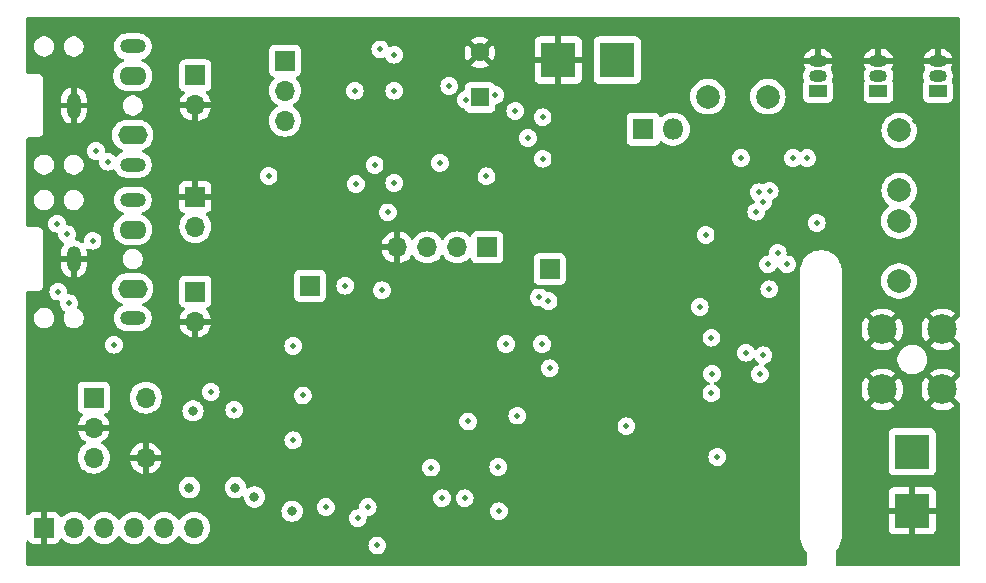
<source format=gbr>
%TF.GenerationSoftware,KiCad,Pcbnew,8.0.2*%
%TF.CreationDate,2025-04-20T12:58:55+12:00*%
%TF.ProjectId,summit_scourer,73756d6d-6974-45f7-9363-6f757265722e,rev?*%
%TF.SameCoordinates,Original*%
%TF.FileFunction,Copper,L2,Inr*%
%TF.FilePolarity,Positive*%
%FSLAX46Y46*%
G04 Gerber Fmt 4.6, Leading zero omitted, Abs format (unit mm)*
G04 Created by KiCad (PCBNEW 8.0.2) date 2025-04-20 12:58:55*
%MOMM*%
%LPD*%
G01*
G04 APERTURE LIST*
%TA.AperFunction,ComponentPad*%
%ADD10R,1.700000X1.700000*%
%TD*%
%TA.AperFunction,ComponentPad*%
%ADD11O,1.700000X1.700000*%
%TD*%
%TA.AperFunction,ComponentPad*%
%ADD12R,3.000000X3.000000*%
%TD*%
%TA.AperFunction,ComponentPad*%
%ADD13C,2.000000*%
%TD*%
%TA.AperFunction,ComponentPad*%
%ADD14R,1.500000X1.050000*%
%TD*%
%TA.AperFunction,ComponentPad*%
%ADD15O,1.500000X1.050000*%
%TD*%
%TA.AperFunction,ComponentPad*%
%ADD16C,2.500000*%
%TD*%
%TA.AperFunction,ComponentPad*%
%ADD17O,2.200000X1.200000*%
%TD*%
%TA.AperFunction,ComponentPad*%
%ADD18O,2.300000X1.600000*%
%TD*%
%TA.AperFunction,ComponentPad*%
%ADD19O,1.200000X2.200000*%
%TD*%
%TA.AperFunction,ComponentPad*%
%ADD20O,2.500000X1.600000*%
%TD*%
%TA.AperFunction,ComponentPad*%
%ADD21R,1.800000X1.800000*%
%TD*%
%TA.AperFunction,ComponentPad*%
%ADD22O,1.800000X1.800000*%
%TD*%
%TA.AperFunction,ComponentPad*%
%ADD23R,1.600000X1.600000*%
%TD*%
%TA.AperFunction,ComponentPad*%
%ADD24C,1.600000*%
%TD*%
%TA.AperFunction,ViaPad*%
%ADD25C,0.500000*%
%TD*%
%TA.AperFunction,ViaPad*%
%ADD26C,0.600000*%
%TD*%
%TA.AperFunction,ViaPad*%
%ADD27C,0.800000*%
%TD*%
G04 APERTURE END LIST*
D10*
%TO.N,GND*%
%TO.C,MK1*%
X121100000Y-89975000D03*
D11*
%TO.N,/onboard_mic*%
X121100000Y-92515000D03*
%TD*%
D10*
%TO.N,Net-(J8-Pin_1)*%
%TO.C,J8*%
X145820000Y-94250000D03*
D11*
%TO.N,Net-(J8-Pin_2)*%
X143280000Y-94250000D03*
%TO.N,+3V3*%
X140740001Y-94250000D03*
%TO.N,GND*%
X138200000Y-94250000D03*
%TD*%
D12*
%TO.N,GND*%
%TO.C,H2*%
X151825000Y-78400000D03*
%TD*%
D13*
%TO.N,Net-(C49-Pad2)*%
%TO.C,L6*%
X180675000Y-92025000D03*
%TO.N,Net-(C11-Pad1)*%
X180675000Y-97105000D03*
%TD*%
D10*
%TO.N,Net-(U6-OUT_A)*%
%TO.C,RV1*%
X128700000Y-78450000D03*
D11*
%TO.N,Net-(U6-IN_A-)*%
X128700000Y-80990000D03*
%TO.N,Net-(R7-Pad2)*%
X128700000Y-83529999D03*
%TD*%
D13*
%TO.N,VBUS*%
%TO.C,L1*%
X164495001Y-81500000D03*
%TO.N,Net-(Q1-D)*%
X169575000Y-81500000D03*
%TD*%
D14*
%TO.N,Net-(Q1-D)*%
%TO.C,Q1*%
X173825000Y-81020001D03*
D15*
%TO.N,Net-(Q1-G)*%
X173825000Y-79750000D03*
%TO.N,GND*%
X173825000Y-78480001D03*
%TD*%
D12*
%TO.N,GND*%
%TO.C,H4*%
X181800000Y-116550000D03*
%TD*%
D10*
%TO.N,GND*%
%TO.C,J7*%
X108300000Y-118000000D03*
D11*
%TO.N,/ESP_boot*%
X110840000Y-118000000D03*
%TO.N,unconnected-(J7-Pin_3-Pad3)*%
X113379999Y-118000000D03*
%TO.N,/ESP_TX*%
X115920000Y-118000000D03*
%TO.N,/ESP_reset*%
X118460000Y-118000000D03*
%TO.N,/ESP_RX*%
X121000000Y-118000000D03*
%TD*%
D13*
%TO.N,Net-(C41-Pad2)*%
%TO.C,L3*%
X180700000Y-84360000D03*
%TO.N,Net-(C49-Pad2)*%
X180700000Y-89440000D03*
%TD*%
D10*
%TO.N,Net-(U4-IO4)*%
%TO.C,TP2*%
X151100000Y-96100000D03*
%TD*%
D16*
%TO.N,GND*%
%TO.C,J2*%
X184340000Y-101210000D03*
X179260000Y-101210000D03*
X184340000Y-106290000D03*
X179260000Y-106290000D03*
%TD*%
D12*
%TO.N,VBUS*%
%TO.C,H1*%
X156825000Y-78400000D03*
%TD*%
D10*
%TO.N,/onboard_key*%
%TO.C,SW7*%
X121100000Y-98000000D03*
D11*
%TO.N,GND*%
X121100000Y-100540000D03*
%TD*%
D17*
%TO.N,/audio_out_right*%
%TO.C,J4*%
X115800000Y-77250000D03*
D18*
%TO.N,Net-(J5-Pin_1)*%
X115800000Y-79750000D03*
D19*
%TO.N,GND*%
X110800000Y-82250000D03*
D17*
%TO.N,/audio_out_right*%
X115800000Y-87250000D03*
D20*
%TO.N,Net-(J5-Pin_1)*%
X115800000Y-84750000D03*
%TD*%
D14*
%TO.N,Net-(Q1-D)*%
%TO.C,Q4*%
X183974999Y-81020001D03*
D15*
%TO.N,Net-(Q1-G)*%
X183974999Y-79750000D03*
%TO.N,GND*%
X183974999Y-78480001D03*
%TD*%
D21*
%TO.N,Net-(D5-K)*%
%TO.C,D5*%
X159030000Y-84250000D03*
D22*
%TO.N,VBUS*%
X161570000Y-84250000D03*
%TD*%
D10*
%TO.N,Net-(U4-IO12)*%
%TO.C,TP1*%
X130825000Y-97500000D03*
%TD*%
D23*
%TO.N,VBUS_filtered*%
%TO.C,C54*%
X145200000Y-81552651D03*
D24*
%TO.N,GND*%
X145200000Y-77752651D03*
%TD*%
D10*
%TO.N,/Encoder.A*%
%TO.C,SW8*%
X112500000Y-106975000D03*
D11*
%TO.N,/Encoder.B*%
X112500000Y-112055000D03*
%TO.N,GND*%
X112500000Y-109515000D03*
%TO.N,/Encoder.btn*%
X116900000Y-106975000D03*
%TO.N,GND*%
X116900000Y-112075000D03*
%TD*%
D17*
%TO.N,Net-(C42-Pad2)*%
%TO.C,J3*%
X115800000Y-90250000D03*
D18*
%TO.N,/onboard_mic*%
X115800000Y-92750000D03*
D19*
%TO.N,GND*%
X110800000Y-95250000D03*
D17*
%TO.N,/PTT_key*%
X115800000Y-100250000D03*
D20*
%TO.N,/onboard_key*%
X115800000Y-97750000D03*
%TD*%
D10*
%TO.N,Net-(J5-Pin_1)*%
%TO.C,J5*%
X121100000Y-79700000D03*
D11*
%TO.N,GND*%
X121100000Y-82240000D03*
%TD*%
D14*
%TO.N,Net-(Q1-D)*%
%TO.C,Q3*%
X178935000Y-81020001D03*
D15*
%TO.N,Net-(Q1-G)*%
X178935000Y-79750000D03*
%TO.N,GND*%
X178935000Y-78480001D03*
%TD*%
D12*
%TO.N,Net-(J2-In)*%
%TO.C,H3*%
X181800000Y-111550000D03*
%TD*%
D25*
%TO.N,GND*%
X155700000Y-117300000D03*
X125500000Y-97600000D03*
X165000000Y-119500000D03*
X152500000Y-85000000D03*
X169200000Y-111700000D03*
X109500000Y-107000000D03*
X126400000Y-98700000D03*
X154800000Y-110700000D03*
X163500000Y-112100000D03*
X159500000Y-119500000D03*
X175000000Y-87500000D03*
X184700000Y-88900000D03*
X139000000Y-104000000D03*
D26*
X176800000Y-88400000D03*
D25*
X180000000Y-82500000D03*
X144200000Y-118300000D03*
X157600000Y-110700000D03*
X172500000Y-77500000D03*
X124100000Y-110650000D03*
X153500000Y-82000000D03*
X113300000Y-96300000D03*
X127500000Y-85000000D03*
X126100000Y-119800000D03*
X162400000Y-95500000D03*
X164800000Y-117300000D03*
X131500000Y-76000000D03*
X136300000Y-93400000D03*
X165000000Y-77500000D03*
X176950000Y-95955000D03*
X133200000Y-93400000D03*
X122500000Y-76000000D03*
X176450000Y-92927500D03*
X111500000Y-101700000D03*
X151250000Y-111150000D03*
X165100000Y-91300000D03*
X160750000Y-116200000D03*
X162100000Y-77200000D03*
X137500000Y-106800000D03*
X153850000Y-112250000D03*
X182000000Y-83600000D03*
X169800000Y-91900000D03*
X140700000Y-85900000D03*
X164900000Y-89800000D03*
X175800000Y-91300000D03*
X155000000Y-87500000D03*
X147500000Y-119500000D03*
X177500000Y-77500000D03*
X131100000Y-93400000D03*
X180000000Y-77500000D03*
X159400000Y-78500000D03*
X113500000Y-79500000D03*
X175700000Y-89500000D03*
X166225000Y-80650000D03*
X138500000Y-95900000D03*
X110000000Y-84500000D03*
X131850000Y-88000000D03*
X175000000Y-82500000D03*
X161700000Y-117300000D03*
X176500000Y-112500000D03*
X136300000Y-92100000D03*
X171200000Y-111700000D03*
X139800000Y-83400000D03*
X160600000Y-77200000D03*
X160600000Y-79800000D03*
X136400000Y-107900000D03*
X141000000Y-77200000D03*
X170000000Y-77500000D03*
X129400000Y-94500000D03*
X162000000Y-91500000D03*
X114500000Y-109500000D03*
D26*
X176800000Y-90600000D03*
D25*
X113600000Y-101700000D03*
X123750000Y-102600000D03*
X170000000Y-114500000D03*
X165000000Y-99500000D03*
X136500000Y-118000000D03*
X185000000Y-77500000D03*
X178500000Y-120500000D03*
X127300000Y-94800000D03*
X170000000Y-85000000D03*
X126300000Y-93800000D03*
X156700000Y-116200000D03*
X154000000Y-97350000D03*
X161250000Y-93900000D03*
X138800000Y-83400000D03*
X174600000Y-90200000D03*
X182500000Y-82500000D03*
X164400000Y-88300000D03*
X127300000Y-119600000D03*
X133770000Y-110920000D03*
X176950000Y-98355000D03*
X172500000Y-85000000D03*
X135170000Y-110920000D03*
X165300000Y-86800000D03*
X112600000Y-102700000D03*
X163200000Y-78500000D03*
X165000000Y-114500000D03*
X176350000Y-93855000D03*
X110000000Y-79500000D03*
X142600000Y-84000000D03*
X146700000Y-118200000D03*
X124600000Y-101600000D03*
X162400000Y-98000000D03*
X109500000Y-111500000D03*
X170600000Y-101900000D03*
X167900000Y-97800000D03*
X137300000Y-97000000D03*
X185000000Y-120500000D03*
X145400000Y-119200000D03*
X133200000Y-92100000D03*
X146400000Y-84700000D03*
X131000000Y-109500000D03*
X125600000Y-100000000D03*
X152400000Y-112250000D03*
X131000000Y-118600000D03*
X153500000Y-119500000D03*
X142600000Y-78300000D03*
X177000000Y-78100000D03*
X142600000Y-76100000D03*
X153050000Y-96400000D03*
X133770000Y-109520000D03*
X142500000Y-110000000D03*
X152500000Y-82500000D03*
X167500000Y-77500000D03*
X185500000Y-89500000D03*
X122500000Y-95500000D03*
X136300000Y-114500000D03*
X134700000Y-94500000D03*
X151500000Y-91500000D03*
X177500000Y-87500000D03*
X116500000Y-115000000D03*
X129700000Y-100500000D03*
X177500000Y-85000000D03*
X170000000Y-119500000D03*
X121025000Y-103100000D03*
X129900000Y-119900000D03*
X147300000Y-77000000D03*
X141100000Y-85000000D03*
X177500000Y-82500000D03*
X131000000Y-99100000D03*
X131000000Y-104000000D03*
X142600000Y-86100000D03*
X183300000Y-88900000D03*
X111500000Y-115000000D03*
X145100000Y-84700000D03*
X175000000Y-85000000D03*
X126000000Y-81000000D03*
X182500000Y-77500000D03*
X130000000Y-85000000D03*
X185350000Y-93855000D03*
X162800000Y-104300000D03*
X170700000Y-106900000D03*
X113500000Y-84500000D03*
X155000000Y-82500000D03*
X160100000Y-104300000D03*
X175900000Y-77100000D03*
X162100000Y-79800000D03*
X126400000Y-96500000D03*
X135170000Y-109520000D03*
X166225000Y-78350000D03*
X139900000Y-75600000D03*
X136400000Y-105600000D03*
X168000000Y-95700000D03*
X176500000Y-99400000D03*
X148600000Y-77000000D03*
X172500000Y-82500000D03*
X107500000Y-102500000D03*
X176500000Y-118500000D03*
X154900000Y-104300000D03*
X167425000Y-79550000D03*
X128200000Y-119900000D03*
X152400000Y-81000000D03*
X114400000Y-95400000D03*
X185000000Y-82500000D03*
X157600000Y-104300000D03*
X119400000Y-102000000D03*
X115000000Y-112500000D03*
%TO.N,+3V3*%
X167700000Y-103175001D03*
D27*
X120900000Y-108100000D03*
D25*
X169200000Y-103400000D03*
X112675000Y-86100000D03*
X164800000Y-106600000D03*
X109500000Y-98000000D03*
X137950000Y-77950000D03*
X110400000Y-99000000D03*
X163800000Y-99300000D03*
X122400000Y-106500000D03*
X135700000Y-116250000D03*
X137950000Y-81000000D03*
X169700000Y-97800000D03*
X171200000Y-95700000D03*
X113675000Y-87000000D03*
X134600000Y-81000000D03*
X169600000Y-95700000D03*
X110250000Y-93150000D03*
X136762500Y-77500000D03*
X109400000Y-92250000D03*
X134850000Y-117200000D03*
X169720000Y-89500000D03*
X124400000Y-108000000D03*
%TO.N,Net-(C8-Pad1)*%
X168603379Y-91242027D03*
%TO.N,Net-(Q1-G)*%
X136900000Y-97900000D03*
%TO.N,Net-(U1-VDD)*%
X157600000Y-109400000D03*
X165300000Y-112000000D03*
%TO.N,Net-(U8E-VCC)*%
X171700000Y-86700000D03*
X173700000Y-92200000D03*
X169200000Y-90400000D03*
%TO.N,Net-(C22-Pad1)*%
X167300000Y-86700000D03*
%TO.N,/ESP_reset*%
X132150000Y-116250000D03*
D27*
%TO.N,Net-(U4-VDD)*%
X120600000Y-114600000D03*
X126100000Y-115400000D03*
X129300000Y-116600000D03*
X124500000Y-114600000D03*
D25*
%TO.N,/PTT_key*%
X129400000Y-110600000D03*
%TO.N,/mic_in*%
X114200000Y-102500000D03*
X112400000Y-93700000D03*
%TO.N,/ESP_boot*%
X136500000Y-119500000D03*
%TO.N,+3V3_RX*%
X136274999Y-87280000D03*
X137950000Y-88805000D03*
X134687501Y-88900000D03*
X141800000Y-87100000D03*
X127300000Y-88200000D03*
%TO.N,VBUS_filtered*%
X144000000Y-81755000D03*
X149250000Y-85000000D03*
X148200000Y-82700000D03*
X150500000Y-86750000D03*
X142600000Y-80600000D03*
X150500000Y-83250000D03*
X145750000Y-88250000D03*
X146500000Y-81362500D03*
%TO.N,/ESP_TX*%
X143900000Y-115500000D03*
%TO.N,/ESP_RX*%
X141050000Y-112900000D03*
%TO.N,/I2C_SCL*%
X164850000Y-104950000D03*
X148370000Y-108500000D03*
X151100000Y-104500000D03*
%TO.N,/I2C_SDIO*%
X164800000Y-101900000D03*
X147400000Y-102450000D03*
X150450000Y-102450000D03*
%TO.N,Net-(R7-Pad2)*%
X137400000Y-91300000D03*
%TO.N,Net-(U3-VDD)*%
X168900000Y-105000000D03*
%TO.N,/~{SI_RST}*%
X150200000Y-98500000D03*
%TO.N,/TX_Mod*%
X130200000Y-106800000D03*
%TO.N,Net-(U4-IO2)*%
X151000000Y-98800000D03*
%TO.N,/V_sense*%
X129400000Y-102600000D03*
X133800000Y-97500000D03*
%TO.N,/Encoder.A*%
X144200000Y-109000000D03*
%TO.N,/Encoder.B*%
X146800000Y-116600000D03*
%TO.N,Net-(U8-Pad1)*%
X168800000Y-89600000D03*
X172900000Y-86700000D03*
X164300000Y-93200000D03*
X170400000Y-94700000D03*
%TO.N,Net-(U4-TXD0{slash}IO1)*%
X142000000Y-115500000D03*
%TO.N,Net-(U4-RXD0{slash}IO3)*%
X146750000Y-112850000D03*
%TD*%
%TA.AperFunction,Conductor*%
%TO.N,GND*%
G36*
X185767539Y-74770185D02*
G01*
X185813294Y-74822989D01*
X185824500Y-74874500D01*
X185824500Y-100034894D01*
X185804815Y-100101933D01*
X185780873Y-100122678D01*
X185094114Y-100809437D01*
X185093260Y-100807374D01*
X185000238Y-100668156D01*
X184881844Y-100549762D01*
X184742626Y-100456740D01*
X184740562Y-100455885D01*
X185389168Y-99807278D01*
X185217454Y-99690206D01*
X185217445Y-99690201D01*
X184981142Y-99576404D01*
X184981144Y-99576404D01*
X184730505Y-99499092D01*
X184730499Y-99499090D01*
X184471151Y-99460000D01*
X184208848Y-99460000D01*
X183949500Y-99499090D01*
X183949494Y-99499092D01*
X183698858Y-99576404D01*
X183698854Y-99576405D01*
X183462547Y-99690205D01*
X183462539Y-99690210D01*
X183290830Y-99807277D01*
X183939438Y-100455885D01*
X183937374Y-100456740D01*
X183798156Y-100549762D01*
X183679762Y-100668156D01*
X183586740Y-100807374D01*
X183585885Y-100809437D01*
X182937874Y-100161427D01*
X182890028Y-100221425D01*
X182758883Y-100448573D01*
X182663058Y-100692729D01*
X182604693Y-100948449D01*
X182604692Y-100948454D01*
X182585093Y-101209995D01*
X182585093Y-101210004D01*
X182604692Y-101471545D01*
X182604693Y-101471550D01*
X182663058Y-101727270D01*
X182758883Y-101971426D01*
X182758882Y-101971426D01*
X182890027Y-102198573D01*
X182937874Y-102258571D01*
X183585884Y-101610561D01*
X183586740Y-101612626D01*
X183679762Y-101751844D01*
X183798156Y-101870238D01*
X183937374Y-101963260D01*
X183939437Y-101964114D01*
X183290830Y-102612720D01*
X183462546Y-102729793D01*
X183462550Y-102729795D01*
X183698854Y-102843594D01*
X183698858Y-102843595D01*
X183949494Y-102920907D01*
X183949500Y-102920909D01*
X184208848Y-102959999D01*
X184208857Y-102960000D01*
X184471143Y-102960000D01*
X184471151Y-102959999D01*
X184730499Y-102920909D01*
X184730505Y-102920907D01*
X184981143Y-102843595D01*
X185217445Y-102729798D01*
X185217447Y-102729797D01*
X185389168Y-102612720D01*
X184740562Y-101964114D01*
X184742626Y-101963260D01*
X184881844Y-101870238D01*
X185000238Y-101751844D01*
X185093260Y-101612626D01*
X185094114Y-101610561D01*
X185760484Y-102276931D01*
X185761570Y-102277185D01*
X185810221Y-102327334D01*
X185824500Y-102385104D01*
X185824500Y-105114894D01*
X185804815Y-105181933D01*
X185780873Y-105202678D01*
X185094114Y-105889437D01*
X185093260Y-105887374D01*
X185000238Y-105748156D01*
X184881844Y-105629762D01*
X184742626Y-105536740D01*
X184740562Y-105535885D01*
X185389168Y-104887278D01*
X185217454Y-104770206D01*
X185217445Y-104770201D01*
X184981142Y-104656404D01*
X184981144Y-104656404D01*
X184730505Y-104579092D01*
X184730499Y-104579090D01*
X184471151Y-104540000D01*
X184208848Y-104540000D01*
X183949500Y-104579090D01*
X183949494Y-104579092D01*
X183698858Y-104656404D01*
X183698854Y-104656405D01*
X183462547Y-104770205D01*
X183462539Y-104770210D01*
X183290830Y-104887277D01*
X183939438Y-105535885D01*
X183937374Y-105536740D01*
X183798156Y-105629762D01*
X183679762Y-105748156D01*
X183586740Y-105887374D01*
X183585885Y-105889437D01*
X182937874Y-105241427D01*
X182890028Y-105301425D01*
X182758883Y-105528573D01*
X182663058Y-105772729D01*
X182604693Y-106028449D01*
X182604692Y-106028454D01*
X182585093Y-106289995D01*
X182585093Y-106290004D01*
X182604692Y-106551545D01*
X182604693Y-106551550D01*
X182663058Y-106807270D01*
X182758883Y-107051426D01*
X182758882Y-107051426D01*
X182890027Y-107278573D01*
X182937874Y-107338571D01*
X183585884Y-106690561D01*
X183586740Y-106692626D01*
X183679762Y-106831844D01*
X183798156Y-106950238D01*
X183937374Y-107043260D01*
X183939437Y-107044114D01*
X183290830Y-107692720D01*
X183462546Y-107809793D01*
X183462550Y-107809795D01*
X183698854Y-107923594D01*
X183698858Y-107923595D01*
X183949494Y-108000907D01*
X183949500Y-108000909D01*
X184208848Y-108039999D01*
X184208857Y-108040000D01*
X184471143Y-108040000D01*
X184471151Y-108039999D01*
X184730499Y-108000909D01*
X184730505Y-108000907D01*
X184981143Y-107923595D01*
X185217445Y-107809798D01*
X185217447Y-107809797D01*
X185389168Y-107692720D01*
X184740562Y-107044114D01*
X184742626Y-107043260D01*
X184881844Y-106950238D01*
X185000238Y-106831844D01*
X185093260Y-106692626D01*
X185094114Y-106690561D01*
X185760484Y-107356931D01*
X185761570Y-107357185D01*
X185810221Y-107407334D01*
X185824500Y-107465104D01*
X185824500Y-121125500D01*
X185804815Y-121192539D01*
X185752011Y-121238294D01*
X185700500Y-121249500D01*
X175474000Y-121249500D01*
X175406961Y-121229815D01*
X175361206Y-121177011D01*
X175350000Y-121125500D01*
X175350000Y-119997906D01*
X175369685Y-119930867D01*
X175380287Y-119916703D01*
X175479926Y-119801714D01*
X175615300Y-119591068D01*
X175615303Y-119591060D01*
X175615306Y-119591056D01*
X175719317Y-119363304D01*
X175719317Y-119363302D01*
X175719319Y-119363299D01*
X175789863Y-119123046D01*
X175825499Y-118875198D01*
X175825499Y-118750000D01*
X175825499Y-118684108D01*
X175825499Y-115002155D01*
X179800000Y-115002155D01*
X179800000Y-116300000D01*
X181091759Y-116300000D01*
X181078822Y-116331233D01*
X181050000Y-116476131D01*
X181050000Y-116623869D01*
X181078822Y-116768767D01*
X181091759Y-116800000D01*
X179800000Y-116800000D01*
X179800000Y-118097844D01*
X179806401Y-118157372D01*
X179806403Y-118157379D01*
X179856645Y-118292086D01*
X179856649Y-118292093D01*
X179942809Y-118407187D01*
X179942812Y-118407190D01*
X180057906Y-118493350D01*
X180057913Y-118493354D01*
X180192620Y-118543596D01*
X180192627Y-118543598D01*
X180252155Y-118549999D01*
X180252172Y-118550000D01*
X181550000Y-118550000D01*
X181550000Y-117258240D01*
X181581233Y-117271178D01*
X181726131Y-117300000D01*
X181873869Y-117300000D01*
X182018767Y-117271178D01*
X182050000Y-117258240D01*
X182050000Y-118550000D01*
X183347828Y-118550000D01*
X183347844Y-118549999D01*
X183407372Y-118543598D01*
X183407379Y-118543596D01*
X183542086Y-118493354D01*
X183542093Y-118493350D01*
X183657187Y-118407190D01*
X183657190Y-118407187D01*
X183743350Y-118292093D01*
X183743354Y-118292086D01*
X183793596Y-118157379D01*
X183793598Y-118157372D01*
X183799999Y-118097844D01*
X183800000Y-118097827D01*
X183800000Y-116800000D01*
X182508241Y-116800000D01*
X182521178Y-116768767D01*
X182550000Y-116623869D01*
X182550000Y-116476131D01*
X182521178Y-116331233D01*
X182508241Y-116300000D01*
X183800000Y-116300000D01*
X183800000Y-115002172D01*
X183799999Y-115002155D01*
X183793598Y-114942627D01*
X183793596Y-114942620D01*
X183743354Y-114807913D01*
X183743350Y-114807906D01*
X183657190Y-114692812D01*
X183657187Y-114692809D01*
X183542093Y-114606649D01*
X183542086Y-114606645D01*
X183407379Y-114556403D01*
X183407372Y-114556401D01*
X183347844Y-114550000D01*
X182050000Y-114550000D01*
X182050000Y-115841759D01*
X182018767Y-115828822D01*
X181873869Y-115800000D01*
X181726131Y-115800000D01*
X181581233Y-115828822D01*
X181550000Y-115841759D01*
X181550000Y-114550000D01*
X180252155Y-114550000D01*
X180192627Y-114556401D01*
X180192620Y-114556403D01*
X180057913Y-114606645D01*
X180057906Y-114606649D01*
X179942812Y-114692809D01*
X179942809Y-114692812D01*
X179856649Y-114807906D01*
X179856645Y-114807913D01*
X179806403Y-114942620D01*
X179806401Y-114942627D01*
X179800000Y-115002155D01*
X175825499Y-115002155D01*
X175825500Y-110002135D01*
X179799500Y-110002135D01*
X179799500Y-113097870D01*
X179799501Y-113097876D01*
X179805908Y-113157483D01*
X179856202Y-113292328D01*
X179856206Y-113292335D01*
X179942452Y-113407544D01*
X179942455Y-113407547D01*
X180057664Y-113493793D01*
X180057671Y-113493797D01*
X180192517Y-113544091D01*
X180192516Y-113544091D01*
X180199444Y-113544835D01*
X180252127Y-113550500D01*
X183347872Y-113550499D01*
X183407483Y-113544091D01*
X183542331Y-113493796D01*
X183657546Y-113407546D01*
X183743796Y-113292331D01*
X183794091Y-113157483D01*
X183800500Y-113097873D01*
X183800499Y-110002128D01*
X183794091Y-109942517D01*
X183764689Y-109863687D01*
X183743797Y-109807671D01*
X183743793Y-109807664D01*
X183657547Y-109692455D01*
X183657544Y-109692452D01*
X183542335Y-109606206D01*
X183542328Y-109606202D01*
X183407482Y-109555908D01*
X183407483Y-109555908D01*
X183347883Y-109549501D01*
X183347881Y-109549500D01*
X183347873Y-109549500D01*
X183347864Y-109549500D01*
X180252129Y-109549500D01*
X180252123Y-109549501D01*
X180192516Y-109555908D01*
X180057671Y-109606202D01*
X180057664Y-109606206D01*
X179942455Y-109692452D01*
X179942452Y-109692455D01*
X179856206Y-109807664D01*
X179856202Y-109807671D01*
X179805908Y-109942517D01*
X179800752Y-109990481D01*
X179799501Y-110002123D01*
X179799500Y-110002135D01*
X175825500Y-110002135D01*
X175825500Y-106289995D01*
X177505093Y-106289995D01*
X177505093Y-106290004D01*
X177524692Y-106551545D01*
X177524693Y-106551550D01*
X177583058Y-106807270D01*
X177678883Y-107051426D01*
X177678882Y-107051426D01*
X177810027Y-107278573D01*
X177857874Y-107338571D01*
X178505884Y-106690561D01*
X178506740Y-106692626D01*
X178599762Y-106831844D01*
X178718156Y-106950238D01*
X178857374Y-107043260D01*
X178859437Y-107044114D01*
X178210830Y-107692720D01*
X178382546Y-107809793D01*
X178382550Y-107809795D01*
X178618854Y-107923594D01*
X178618858Y-107923595D01*
X178869494Y-108000907D01*
X178869500Y-108000909D01*
X179128848Y-108039999D01*
X179128857Y-108040000D01*
X179391143Y-108040000D01*
X179391151Y-108039999D01*
X179650499Y-108000909D01*
X179650505Y-108000907D01*
X179901143Y-107923595D01*
X180137445Y-107809798D01*
X180137447Y-107809797D01*
X180309168Y-107692720D01*
X179660562Y-107044114D01*
X179662626Y-107043260D01*
X179801844Y-106950238D01*
X179920238Y-106831844D01*
X180013260Y-106692626D01*
X180014114Y-106690561D01*
X180662125Y-107338572D01*
X180709971Y-107278573D01*
X180841116Y-107051426D01*
X180936941Y-106807270D01*
X180995306Y-106551550D01*
X180995307Y-106551545D01*
X181014907Y-106290004D01*
X181014907Y-106289995D01*
X180995307Y-106028454D01*
X180995306Y-106028449D01*
X180936941Y-105772729D01*
X180841116Y-105528573D01*
X180841117Y-105528573D01*
X180709972Y-105301426D01*
X180662124Y-105241427D01*
X180014114Y-105889437D01*
X180013260Y-105887374D01*
X179920238Y-105748156D01*
X179801844Y-105629762D01*
X179662626Y-105536740D01*
X179660562Y-105535885D01*
X180309168Y-104887278D01*
X180137454Y-104770206D01*
X180137445Y-104770201D01*
X179901142Y-104656404D01*
X179901144Y-104656404D01*
X179650505Y-104579092D01*
X179650499Y-104579090D01*
X179391151Y-104540000D01*
X179128848Y-104540000D01*
X178869500Y-104579090D01*
X178869494Y-104579092D01*
X178618858Y-104656404D01*
X178618854Y-104656405D01*
X178382547Y-104770205D01*
X178382539Y-104770210D01*
X178210830Y-104887277D01*
X178859438Y-105535885D01*
X178857374Y-105536740D01*
X178718156Y-105629762D01*
X178599762Y-105748156D01*
X178506740Y-105887374D01*
X178505885Y-105889437D01*
X177857874Y-105241427D01*
X177810028Y-105301425D01*
X177678883Y-105528573D01*
X177583058Y-105772729D01*
X177524693Y-106028449D01*
X177524692Y-106028454D01*
X177505093Y-106289995D01*
X175825500Y-106289995D01*
X175825500Y-103651577D01*
X180549500Y-103651577D01*
X180549500Y-103848422D01*
X180580290Y-104042826D01*
X180641117Y-104230029D01*
X180707098Y-104359523D01*
X180730476Y-104405405D01*
X180846172Y-104564646D01*
X180985354Y-104703828D01*
X181144595Y-104819524D01*
X181168969Y-104831943D01*
X181319970Y-104908882D01*
X181319972Y-104908882D01*
X181319975Y-104908884D01*
X181420317Y-104941487D01*
X181507173Y-104969709D01*
X181701578Y-105000500D01*
X181701583Y-105000500D01*
X181898422Y-105000500D01*
X182092826Y-104969709D01*
X182280025Y-104908884D01*
X182455405Y-104819524D01*
X182614646Y-104703828D01*
X182753828Y-104564646D01*
X182869524Y-104405405D01*
X182958884Y-104230025D01*
X183019709Y-104042826D01*
X183028000Y-103990477D01*
X183050500Y-103848422D01*
X183050500Y-103651577D01*
X183019709Y-103457173D01*
X182980439Y-103336313D01*
X182958884Y-103269975D01*
X182958882Y-103269972D01*
X182958882Y-103269970D01*
X182869523Y-103094594D01*
X182866531Y-103090476D01*
X182753828Y-102935354D01*
X182614646Y-102796172D01*
X182455405Y-102680476D01*
X182431035Y-102668059D01*
X182280029Y-102591117D01*
X182092826Y-102530290D01*
X181898422Y-102499500D01*
X181898417Y-102499500D01*
X181701583Y-102499500D01*
X181701578Y-102499500D01*
X181507173Y-102530290D01*
X181319970Y-102591117D01*
X181144594Y-102680476D01*
X181076711Y-102729797D01*
X180985354Y-102796172D01*
X180985352Y-102796174D01*
X180985351Y-102796174D01*
X180846174Y-102935351D01*
X180846174Y-102935352D01*
X180846172Y-102935354D01*
X180819999Y-102971378D01*
X180730476Y-103094594D01*
X180641117Y-103269970D01*
X180580290Y-103457173D01*
X180549500Y-103651577D01*
X175825500Y-103651577D01*
X175825500Y-101209995D01*
X177505093Y-101209995D01*
X177505093Y-101210004D01*
X177524692Y-101471545D01*
X177524693Y-101471550D01*
X177583058Y-101727270D01*
X177678883Y-101971426D01*
X177678882Y-101971426D01*
X177810027Y-102198573D01*
X177857874Y-102258571D01*
X178505884Y-101610561D01*
X178506740Y-101612626D01*
X178599762Y-101751844D01*
X178718156Y-101870238D01*
X178857374Y-101963260D01*
X178859437Y-101964114D01*
X178210830Y-102612720D01*
X178382546Y-102729793D01*
X178382550Y-102729795D01*
X178618854Y-102843594D01*
X178618858Y-102843595D01*
X178869494Y-102920907D01*
X178869500Y-102920909D01*
X179128848Y-102959999D01*
X179128857Y-102960000D01*
X179391143Y-102960000D01*
X179391151Y-102959999D01*
X179650499Y-102920909D01*
X179650505Y-102920907D01*
X179901143Y-102843595D01*
X180137445Y-102729798D01*
X180137447Y-102729797D01*
X180309168Y-102612720D01*
X179660562Y-101964114D01*
X179662626Y-101963260D01*
X179801844Y-101870238D01*
X179920238Y-101751844D01*
X180013260Y-101612626D01*
X180014114Y-101610561D01*
X180662125Y-102258572D01*
X180709971Y-102198573D01*
X180841116Y-101971426D01*
X180936941Y-101727270D01*
X180995306Y-101471550D01*
X180995307Y-101471545D01*
X181014907Y-101210004D01*
X181014907Y-101209995D01*
X180995307Y-100948454D01*
X180995306Y-100948449D01*
X180936941Y-100692729D01*
X180841116Y-100448573D01*
X180841117Y-100448573D01*
X180709972Y-100221426D01*
X180662124Y-100161427D01*
X180014114Y-100809437D01*
X180013260Y-100807374D01*
X179920238Y-100668156D01*
X179801844Y-100549762D01*
X179662626Y-100456740D01*
X179660562Y-100455885D01*
X180309168Y-99807278D01*
X180137454Y-99690206D01*
X180137445Y-99690201D01*
X179901142Y-99576404D01*
X179901144Y-99576404D01*
X179650505Y-99499092D01*
X179650499Y-99499090D01*
X179391151Y-99460000D01*
X179128848Y-99460000D01*
X178869500Y-99499090D01*
X178869494Y-99499092D01*
X178618858Y-99576404D01*
X178618854Y-99576405D01*
X178382547Y-99690205D01*
X178382539Y-99690210D01*
X178210830Y-99807277D01*
X178859438Y-100455885D01*
X178857374Y-100456740D01*
X178718156Y-100549762D01*
X178599762Y-100668156D01*
X178506740Y-100807374D01*
X178505885Y-100809437D01*
X177857874Y-100161427D01*
X177810028Y-100221425D01*
X177678883Y-100448573D01*
X177583058Y-100692729D01*
X177524693Y-100948449D01*
X177524692Y-100948454D01*
X177505093Y-101209995D01*
X175825500Y-101209995D01*
X175825500Y-97104994D01*
X179169357Y-97104994D01*
X179169357Y-97105005D01*
X179189890Y-97352812D01*
X179189892Y-97352824D01*
X179250936Y-97593881D01*
X179350826Y-97821606D01*
X179486833Y-98029782D01*
X179486836Y-98029785D01*
X179655256Y-98212738D01*
X179851491Y-98365474D01*
X179911354Y-98397870D01*
X180048906Y-98472310D01*
X180070190Y-98483828D01*
X180305386Y-98564571D01*
X180550665Y-98605500D01*
X180799335Y-98605500D01*
X181044614Y-98564571D01*
X181279810Y-98483828D01*
X181498509Y-98365474D01*
X181694744Y-98212738D01*
X181863164Y-98029785D01*
X181999173Y-97821607D01*
X182099063Y-97593881D01*
X182160108Y-97352821D01*
X182161838Y-97331941D01*
X182180643Y-97105005D01*
X182180643Y-97104994D01*
X182160109Y-96857187D01*
X182160107Y-96857175D01*
X182099063Y-96616118D01*
X181999173Y-96388393D01*
X181863166Y-96180217D01*
X181834889Y-96149500D01*
X181694744Y-95997262D01*
X181498509Y-95844526D01*
X181498507Y-95844525D01*
X181498506Y-95844524D01*
X181279811Y-95726172D01*
X181279802Y-95726169D01*
X181044616Y-95645429D01*
X180799335Y-95604500D01*
X180550665Y-95604500D01*
X180305383Y-95645429D01*
X180070197Y-95726169D01*
X180070188Y-95726172D01*
X179851493Y-95844524D01*
X179655257Y-95997261D01*
X179486833Y-96180217D01*
X179350826Y-96388393D01*
X179250936Y-96616118D01*
X179189892Y-96857175D01*
X179189890Y-96857187D01*
X179169357Y-97104994D01*
X175825500Y-97104994D01*
X175825500Y-96184108D01*
X175825500Y-96124802D01*
X175789864Y-95876954D01*
X175737907Y-95700002D01*
X175719323Y-95636708D01*
X175719321Y-95636702D01*
X175615304Y-95408938D01*
X175615294Y-95408920D01*
X175479931Y-95198291D01*
X175479927Y-95198285D01*
X175315952Y-95009047D01*
X175126714Y-94845072D01*
X175126708Y-94845068D01*
X174916079Y-94709705D01*
X174916061Y-94709695D01*
X174688297Y-94605678D01*
X174688291Y-94605676D01*
X174448048Y-94535136D01*
X174448044Y-94535135D01*
X174271468Y-94509747D01*
X174200198Y-94499500D01*
X173949802Y-94499500D01*
X173946325Y-94500000D01*
X173701955Y-94535135D01*
X173701951Y-94535136D01*
X173461708Y-94605676D01*
X173461702Y-94605678D01*
X173233938Y-94709695D01*
X173233920Y-94709705D01*
X173023291Y-94845068D01*
X173023285Y-94845072D01*
X172834047Y-95009047D01*
X172670072Y-95198285D01*
X172670068Y-95198291D01*
X172534705Y-95408920D01*
X172534695Y-95408938D01*
X172430678Y-95636702D01*
X172430676Y-95636708D01*
X172360136Y-95876951D01*
X172360135Y-95876955D01*
X172332693Y-96067817D01*
X172324500Y-96124802D01*
X172324500Y-96184108D01*
X172324501Y-118684108D01*
X172324501Y-118750000D01*
X172324501Y-118875198D01*
X172328728Y-118904595D01*
X172360136Y-119123044D01*
X172430682Y-119363304D01*
X172534693Y-119591056D01*
X172534702Y-119591072D01*
X172584177Y-119668056D01*
X172670074Y-119801714D01*
X172819714Y-119974407D01*
X172848738Y-120037960D01*
X172850000Y-120055608D01*
X172850000Y-121125500D01*
X172830315Y-121192539D01*
X172777511Y-121238294D01*
X172726000Y-121249500D01*
X106924500Y-121249500D01*
X106857461Y-121229815D01*
X106811706Y-121177011D01*
X106800500Y-121125500D01*
X106800500Y-119499997D01*
X135744751Y-119499997D01*
X135744751Y-119500002D01*
X135763685Y-119668056D01*
X135819545Y-119827694D01*
X135819547Y-119827697D01*
X135909518Y-119970884D01*
X135909523Y-119970890D01*
X136029109Y-120090476D01*
X136029115Y-120090481D01*
X136172302Y-120180452D01*
X136172305Y-120180454D01*
X136172309Y-120180455D01*
X136172310Y-120180456D01*
X136244913Y-120205860D01*
X136331943Y-120236314D01*
X136499997Y-120255249D01*
X136500000Y-120255249D01*
X136500003Y-120255249D01*
X136668056Y-120236314D01*
X136668059Y-120236313D01*
X136827690Y-120180456D01*
X136827692Y-120180454D01*
X136827694Y-120180454D01*
X136827697Y-120180452D01*
X136970884Y-120090481D01*
X136970885Y-120090480D01*
X136970890Y-120090477D01*
X137090477Y-119970890D01*
X137102563Y-119951656D01*
X137180452Y-119827697D01*
X137180454Y-119827694D01*
X137180454Y-119827692D01*
X137180456Y-119827690D01*
X137236313Y-119668059D01*
X137236313Y-119668058D01*
X137236314Y-119668056D01*
X137255249Y-119500002D01*
X137255249Y-119499997D01*
X137236314Y-119331943D01*
X137186390Y-119189269D01*
X137180456Y-119172310D01*
X137180455Y-119172309D01*
X137180454Y-119172305D01*
X137180452Y-119172302D01*
X137090481Y-119029115D01*
X137090476Y-119029109D01*
X136970890Y-118909523D01*
X136970884Y-118909518D01*
X136827697Y-118819547D01*
X136827694Y-118819545D01*
X136668056Y-118763685D01*
X136500003Y-118744751D01*
X136499997Y-118744751D01*
X136331943Y-118763685D01*
X136172305Y-118819545D01*
X136172302Y-118819547D01*
X136029115Y-118909518D01*
X136029109Y-118909523D01*
X135909523Y-119029109D01*
X135909518Y-119029115D01*
X135819547Y-119172302D01*
X135819545Y-119172305D01*
X135763685Y-119331943D01*
X135744751Y-119499997D01*
X106800500Y-119499997D01*
X106800500Y-119189269D01*
X106820185Y-119122230D01*
X106872989Y-119076475D01*
X106942147Y-119066531D01*
X107005703Y-119095556D01*
X107023766Y-119114958D01*
X107092809Y-119207187D01*
X107092812Y-119207190D01*
X107207906Y-119293350D01*
X107207913Y-119293354D01*
X107342620Y-119343596D01*
X107342627Y-119343598D01*
X107402155Y-119349999D01*
X107402172Y-119350000D01*
X108050000Y-119350000D01*
X108050000Y-118433012D01*
X108107007Y-118465925D01*
X108234174Y-118500000D01*
X108365826Y-118500000D01*
X108492993Y-118465925D01*
X108550000Y-118433012D01*
X108550000Y-119350000D01*
X109197828Y-119350000D01*
X109197844Y-119349999D01*
X109257372Y-119343598D01*
X109257379Y-119343596D01*
X109392086Y-119293354D01*
X109392093Y-119293350D01*
X109507187Y-119207190D01*
X109507190Y-119207187D01*
X109593350Y-119092093D01*
X109593354Y-119092086D01*
X109642422Y-118960529D01*
X109684293Y-118904595D01*
X109749757Y-118880178D01*
X109818030Y-118895030D01*
X109846285Y-118916181D01*
X109968599Y-119038495D01*
X110065384Y-119106265D01*
X110162165Y-119174032D01*
X110162167Y-119174033D01*
X110162170Y-119174035D01*
X110376337Y-119273903D01*
X110604592Y-119335063D01*
X110775319Y-119350000D01*
X110839999Y-119355659D01*
X110840000Y-119355659D01*
X110840001Y-119355659D01*
X110904681Y-119350000D01*
X111075408Y-119335063D01*
X111303663Y-119273903D01*
X111517830Y-119174035D01*
X111711401Y-119038495D01*
X111878495Y-118871401D01*
X112008424Y-118685842D01*
X112063001Y-118642218D01*
X112132499Y-118635024D01*
X112194854Y-118666547D01*
X112211573Y-118685841D01*
X112341504Y-118871401D01*
X112508598Y-119038495D01*
X112605383Y-119106265D01*
X112702164Y-119174032D01*
X112702166Y-119174033D01*
X112702169Y-119174035D01*
X112916336Y-119273903D01*
X113144591Y-119335063D01*
X113315318Y-119350000D01*
X113379998Y-119355659D01*
X113379999Y-119355659D01*
X113380000Y-119355659D01*
X113444680Y-119350000D01*
X113615407Y-119335063D01*
X113843662Y-119273903D01*
X114057829Y-119174035D01*
X114251400Y-119038495D01*
X114418494Y-118871401D01*
X114548425Y-118685839D01*
X114603001Y-118642216D01*
X114672499Y-118635022D01*
X114734854Y-118666545D01*
X114751572Y-118685838D01*
X114881505Y-118871401D01*
X115048599Y-119038495D01*
X115145384Y-119106265D01*
X115242165Y-119174032D01*
X115242167Y-119174033D01*
X115242170Y-119174035D01*
X115456337Y-119273903D01*
X115684592Y-119335063D01*
X115855319Y-119350000D01*
X115919999Y-119355659D01*
X115920000Y-119355659D01*
X115920001Y-119355659D01*
X115984681Y-119350000D01*
X116155408Y-119335063D01*
X116383663Y-119273903D01*
X116597830Y-119174035D01*
X116791401Y-119038495D01*
X116958495Y-118871401D01*
X117088426Y-118685841D01*
X117143002Y-118642217D01*
X117212500Y-118635023D01*
X117274855Y-118666546D01*
X117291575Y-118685842D01*
X117421500Y-118871395D01*
X117421505Y-118871401D01*
X117588599Y-119038495D01*
X117685384Y-119106265D01*
X117782165Y-119174032D01*
X117782167Y-119174033D01*
X117782170Y-119174035D01*
X117996337Y-119273903D01*
X118224592Y-119335063D01*
X118395319Y-119350000D01*
X118459999Y-119355659D01*
X118460000Y-119355659D01*
X118460001Y-119355659D01*
X118524681Y-119350000D01*
X118695408Y-119335063D01*
X118923663Y-119273903D01*
X119137830Y-119174035D01*
X119331401Y-119038495D01*
X119498495Y-118871401D01*
X119628426Y-118685841D01*
X119683002Y-118642217D01*
X119752500Y-118635023D01*
X119814855Y-118666546D01*
X119831575Y-118685842D01*
X119961500Y-118871395D01*
X119961505Y-118871401D01*
X120128599Y-119038495D01*
X120225384Y-119106265D01*
X120322165Y-119174032D01*
X120322167Y-119174033D01*
X120322170Y-119174035D01*
X120536337Y-119273903D01*
X120764592Y-119335063D01*
X120935319Y-119350000D01*
X120999999Y-119355659D01*
X121000000Y-119355659D01*
X121000001Y-119355659D01*
X121064681Y-119350000D01*
X121235408Y-119335063D01*
X121463663Y-119273903D01*
X121677830Y-119174035D01*
X121871401Y-119038495D01*
X122038495Y-118871401D01*
X122174035Y-118677830D01*
X122273903Y-118463663D01*
X122335063Y-118235408D01*
X122355659Y-118000000D01*
X122335063Y-117764592D01*
X122273903Y-117536337D01*
X122174035Y-117322171D01*
X122168425Y-117314158D01*
X122038494Y-117128597D01*
X121871402Y-116961506D01*
X121871395Y-116961501D01*
X121677834Y-116825967D01*
X121677830Y-116825965D01*
X121677828Y-116825964D01*
X121463663Y-116726097D01*
X121463659Y-116726096D01*
X121463655Y-116726094D01*
X121235413Y-116664938D01*
X121235403Y-116664936D01*
X121000001Y-116644341D01*
X120999999Y-116644341D01*
X120764596Y-116664936D01*
X120764586Y-116664938D01*
X120536344Y-116726094D01*
X120536335Y-116726098D01*
X120322171Y-116825964D01*
X120322169Y-116825965D01*
X120128597Y-116961505D01*
X119961505Y-117128597D01*
X119831575Y-117314158D01*
X119776998Y-117357783D01*
X119707500Y-117364977D01*
X119645145Y-117333454D01*
X119628425Y-117314158D01*
X119498494Y-117128597D01*
X119331402Y-116961506D01*
X119331395Y-116961501D01*
X119137834Y-116825967D01*
X119137830Y-116825965D01*
X119137828Y-116825964D01*
X118923663Y-116726097D01*
X118923659Y-116726096D01*
X118923655Y-116726094D01*
X118695413Y-116664938D01*
X118695403Y-116664936D01*
X118460001Y-116644341D01*
X118459999Y-116644341D01*
X118224596Y-116664936D01*
X118224586Y-116664938D01*
X117996344Y-116726094D01*
X117996335Y-116726098D01*
X117782171Y-116825964D01*
X117782169Y-116825965D01*
X117588597Y-116961505D01*
X117421505Y-117128597D01*
X117291575Y-117314158D01*
X117236998Y-117357783D01*
X117167500Y-117364977D01*
X117105145Y-117333454D01*
X117088425Y-117314158D01*
X116958494Y-117128597D01*
X116791402Y-116961506D01*
X116791395Y-116961501D01*
X116597834Y-116825967D01*
X116597830Y-116825965D01*
X116597828Y-116825964D01*
X116383663Y-116726097D01*
X116383659Y-116726096D01*
X116383655Y-116726094D01*
X116155413Y-116664938D01*
X116155403Y-116664936D01*
X115920001Y-116644341D01*
X115919999Y-116644341D01*
X115684596Y-116664936D01*
X115684586Y-116664938D01*
X115456344Y-116726094D01*
X115456335Y-116726098D01*
X115242171Y-116825964D01*
X115242169Y-116825965D01*
X115048597Y-116961505D01*
X114881508Y-117128594D01*
X114751574Y-117314160D01*
X114696997Y-117357784D01*
X114627498Y-117364977D01*
X114565144Y-117333455D01*
X114548424Y-117314159D01*
X114418493Y-117128597D01*
X114251401Y-116961506D01*
X114251394Y-116961501D01*
X114057833Y-116825967D01*
X114057829Y-116825965D01*
X114057827Y-116825964D01*
X113843662Y-116726097D01*
X113843658Y-116726096D01*
X113843654Y-116726094D01*
X113615412Y-116664938D01*
X113615402Y-116664936D01*
X113380000Y-116644341D01*
X113379998Y-116644341D01*
X113144595Y-116664936D01*
X113144585Y-116664938D01*
X112916343Y-116726094D01*
X112916334Y-116726098D01*
X112702170Y-116825964D01*
X112702168Y-116825965D01*
X112508596Y-116961505D01*
X112341507Y-117128594D01*
X112211574Y-117314158D01*
X112156997Y-117357782D01*
X112087498Y-117364975D01*
X112025144Y-117333453D01*
X112008424Y-117314157D01*
X111878494Y-117128597D01*
X111711402Y-116961506D01*
X111711395Y-116961501D01*
X111517834Y-116825967D01*
X111517830Y-116825965D01*
X111517828Y-116825964D01*
X111303663Y-116726097D01*
X111303659Y-116726096D01*
X111303655Y-116726094D01*
X111075413Y-116664938D01*
X111075403Y-116664936D01*
X110840001Y-116644341D01*
X110839999Y-116644341D01*
X110604596Y-116664936D01*
X110604586Y-116664938D01*
X110376344Y-116726094D01*
X110376335Y-116726098D01*
X110162171Y-116825964D01*
X110162169Y-116825965D01*
X109968600Y-116961503D01*
X109846284Y-117083819D01*
X109784961Y-117117303D01*
X109715269Y-117112319D01*
X109659336Y-117070447D01*
X109642421Y-117039470D01*
X109593354Y-116907913D01*
X109593350Y-116907906D01*
X109507190Y-116792812D01*
X109507187Y-116792809D01*
X109392093Y-116706649D01*
X109392086Y-116706645D01*
X109257379Y-116656403D01*
X109257372Y-116656401D01*
X109197844Y-116650000D01*
X108550000Y-116650000D01*
X108550000Y-117566988D01*
X108492993Y-117534075D01*
X108365826Y-117500000D01*
X108234174Y-117500000D01*
X108107007Y-117534075D01*
X108050000Y-117566988D01*
X108050000Y-116650000D01*
X107402155Y-116650000D01*
X107342627Y-116656401D01*
X107342620Y-116656403D01*
X107207913Y-116706645D01*
X107207906Y-116706649D01*
X107092812Y-116792809D01*
X107023766Y-116885042D01*
X106967832Y-116926912D01*
X106898140Y-116931896D01*
X106836817Y-116898410D01*
X106803333Y-116837086D01*
X106800500Y-116810730D01*
X106800500Y-116600000D01*
X128394540Y-116600000D01*
X128414326Y-116788256D01*
X128414327Y-116788259D01*
X128472818Y-116968277D01*
X128472821Y-116968284D01*
X128567467Y-117132216D01*
X128628502Y-117200002D01*
X128694129Y-117272888D01*
X128847265Y-117384148D01*
X128847270Y-117384151D01*
X129020192Y-117461142D01*
X129020197Y-117461144D01*
X129205354Y-117500500D01*
X129205355Y-117500500D01*
X129394644Y-117500500D01*
X129394646Y-117500500D01*
X129579803Y-117461144D01*
X129752730Y-117384151D01*
X129905871Y-117272888D01*
X129971503Y-117199997D01*
X134094751Y-117199997D01*
X134094751Y-117200002D01*
X134113685Y-117368056D01*
X134169545Y-117527694D01*
X134169547Y-117527697D01*
X134259518Y-117670884D01*
X134259523Y-117670890D01*
X134379109Y-117790476D01*
X134379115Y-117790481D01*
X134522302Y-117880452D01*
X134522305Y-117880454D01*
X134522309Y-117880455D01*
X134522310Y-117880456D01*
X134594913Y-117905860D01*
X134681943Y-117936314D01*
X134849997Y-117955249D01*
X134850000Y-117955249D01*
X134850003Y-117955249D01*
X135018056Y-117936314D01*
X135024172Y-117934174D01*
X135177690Y-117880456D01*
X135177692Y-117880454D01*
X135177694Y-117880454D01*
X135177697Y-117880452D01*
X135320884Y-117790481D01*
X135320885Y-117790480D01*
X135320890Y-117790477D01*
X135440477Y-117670890D01*
X135485083Y-117599901D01*
X135530452Y-117527697D01*
X135530454Y-117527694D01*
X135530454Y-117527692D01*
X135530456Y-117527690D01*
X135586313Y-117368059D01*
X135586313Y-117368058D01*
X135586314Y-117368056D01*
X135605249Y-117200002D01*
X135605249Y-117199998D01*
X135598652Y-117141454D01*
X135610706Y-117072632D01*
X135658054Y-117021252D01*
X135707989Y-117004349D01*
X135868055Y-116986314D01*
X135868057Y-116986313D01*
X135868059Y-116986313D01*
X136027690Y-116930456D01*
X136027692Y-116930454D01*
X136027694Y-116930454D01*
X136027697Y-116930452D01*
X136170884Y-116840481D01*
X136170885Y-116840480D01*
X136170890Y-116840477D01*
X136290477Y-116720890D01*
X136290481Y-116720884D01*
X136366440Y-116599997D01*
X146044751Y-116599997D01*
X146044751Y-116600002D01*
X146063685Y-116768056D01*
X146119545Y-116927694D01*
X146119547Y-116927697D01*
X146209518Y-117070884D01*
X146209523Y-117070890D01*
X146329109Y-117190476D01*
X146329115Y-117190481D01*
X146472302Y-117280452D01*
X146472305Y-117280454D01*
X146472309Y-117280455D01*
X146472310Y-117280456D01*
X146528164Y-117300000D01*
X146631943Y-117336314D01*
X146799997Y-117355249D01*
X146800000Y-117355249D01*
X146800003Y-117355249D01*
X146968056Y-117336314D01*
X146976227Y-117333455D01*
X147127690Y-117280456D01*
X147127692Y-117280454D01*
X147127694Y-117280454D01*
X147127697Y-117280452D01*
X147270884Y-117190481D01*
X147270885Y-117190480D01*
X147270890Y-117190477D01*
X147390477Y-117070890D01*
X147390481Y-117070884D01*
X147480452Y-116927697D01*
X147480454Y-116927694D01*
X147480454Y-116927692D01*
X147480456Y-116927690D01*
X147536313Y-116768059D01*
X147536313Y-116768058D01*
X147536314Y-116768056D01*
X147555249Y-116600002D01*
X147555249Y-116599997D01*
X147536314Y-116431943D01*
X147480454Y-116272305D01*
X147480452Y-116272302D01*
X147390481Y-116129115D01*
X147390476Y-116129109D01*
X147270890Y-116009523D01*
X147270884Y-116009518D01*
X147127697Y-115919547D01*
X147127694Y-115919545D01*
X146968056Y-115863685D01*
X146800003Y-115844751D01*
X146799997Y-115844751D01*
X146631943Y-115863685D01*
X146472305Y-115919545D01*
X146472302Y-115919547D01*
X146329115Y-116009518D01*
X146329109Y-116009523D01*
X146209523Y-116129109D01*
X146209518Y-116129115D01*
X146119547Y-116272302D01*
X146119545Y-116272305D01*
X146063685Y-116431943D01*
X146044751Y-116599997D01*
X136366440Y-116599997D01*
X136380452Y-116577697D01*
X136380454Y-116577694D01*
X136380454Y-116577692D01*
X136380456Y-116577690D01*
X136436313Y-116418059D01*
X136436313Y-116418058D01*
X136436314Y-116418056D01*
X136455249Y-116250002D01*
X136455249Y-116249997D01*
X136436314Y-116081943D01*
X136397453Y-115970884D01*
X136380456Y-115922310D01*
X136380455Y-115922309D01*
X136380454Y-115922305D01*
X136380452Y-115922302D01*
X136290481Y-115779115D01*
X136290476Y-115779109D01*
X136170890Y-115659523D01*
X136170884Y-115659518D01*
X136027697Y-115569547D01*
X136027694Y-115569545D01*
X135868056Y-115513685D01*
X135746565Y-115499997D01*
X141244751Y-115499997D01*
X141244751Y-115500002D01*
X141263685Y-115668056D01*
X141319545Y-115827694D01*
X141319547Y-115827697D01*
X141409518Y-115970884D01*
X141409523Y-115970890D01*
X141529109Y-116090476D01*
X141529115Y-116090481D01*
X141672302Y-116180452D01*
X141672305Y-116180454D01*
X141672309Y-116180455D01*
X141672310Y-116180456D01*
X141744913Y-116205860D01*
X141831943Y-116236314D01*
X141999997Y-116255249D01*
X142000000Y-116255249D01*
X142000003Y-116255249D01*
X142168056Y-116236314D01*
X142181179Y-116231722D01*
X142327690Y-116180456D01*
X142327692Y-116180454D01*
X142327694Y-116180454D01*
X142327697Y-116180452D01*
X142470884Y-116090481D01*
X142470885Y-116090480D01*
X142470890Y-116090477D01*
X142590477Y-115970890D01*
X142617985Y-115927112D01*
X142680452Y-115827697D01*
X142680454Y-115827694D01*
X142680454Y-115827692D01*
X142680456Y-115827690D01*
X142736313Y-115668059D01*
X142736313Y-115668058D01*
X142736314Y-115668056D01*
X142755249Y-115500002D01*
X142755249Y-115499997D01*
X143144751Y-115499997D01*
X143144751Y-115500002D01*
X143163685Y-115668056D01*
X143219545Y-115827694D01*
X143219547Y-115827697D01*
X143309518Y-115970884D01*
X143309523Y-115970890D01*
X143429109Y-116090476D01*
X143429115Y-116090481D01*
X143572302Y-116180452D01*
X143572305Y-116180454D01*
X143572309Y-116180455D01*
X143572310Y-116180456D01*
X143644913Y-116205860D01*
X143731943Y-116236314D01*
X143899997Y-116255249D01*
X143900000Y-116255249D01*
X143900003Y-116255249D01*
X144068056Y-116236314D01*
X144081179Y-116231722D01*
X144227690Y-116180456D01*
X144227692Y-116180454D01*
X144227694Y-116180454D01*
X144227697Y-116180452D01*
X144370884Y-116090481D01*
X144370885Y-116090480D01*
X144370890Y-116090477D01*
X144490477Y-115970890D01*
X144517985Y-115927112D01*
X144580452Y-115827697D01*
X144580454Y-115827694D01*
X144580454Y-115827692D01*
X144580456Y-115827690D01*
X144636313Y-115668059D01*
X144636313Y-115668058D01*
X144636314Y-115668056D01*
X144655249Y-115500002D01*
X144655249Y-115499997D01*
X144636314Y-115331943D01*
X144580454Y-115172305D01*
X144580452Y-115172302D01*
X144490481Y-115029115D01*
X144490476Y-115029109D01*
X144370890Y-114909523D01*
X144370884Y-114909518D01*
X144227697Y-114819547D01*
X144227694Y-114819545D01*
X144068056Y-114763685D01*
X143900003Y-114744751D01*
X143899997Y-114744751D01*
X143731943Y-114763685D01*
X143572305Y-114819545D01*
X143572302Y-114819547D01*
X143429115Y-114909518D01*
X143429109Y-114909523D01*
X143309523Y-115029109D01*
X143309518Y-115029115D01*
X143219547Y-115172302D01*
X143219545Y-115172305D01*
X143163685Y-115331943D01*
X143144751Y-115499997D01*
X142755249Y-115499997D01*
X142736314Y-115331943D01*
X142680454Y-115172305D01*
X142680452Y-115172302D01*
X142590481Y-115029115D01*
X142590476Y-115029109D01*
X142470890Y-114909523D01*
X142470884Y-114909518D01*
X142327697Y-114819547D01*
X142327694Y-114819545D01*
X142168056Y-114763685D01*
X142000003Y-114744751D01*
X141999997Y-114744751D01*
X141831943Y-114763685D01*
X141672305Y-114819545D01*
X141672302Y-114819547D01*
X141529115Y-114909518D01*
X141529109Y-114909523D01*
X141409523Y-115029109D01*
X141409518Y-115029115D01*
X141319547Y-115172302D01*
X141319545Y-115172305D01*
X141263685Y-115331943D01*
X141244751Y-115499997D01*
X135746565Y-115499997D01*
X135700003Y-115494751D01*
X135699997Y-115494751D01*
X135531943Y-115513685D01*
X135372305Y-115569545D01*
X135372302Y-115569547D01*
X135229115Y-115659518D01*
X135229109Y-115659523D01*
X135109523Y-115779109D01*
X135109518Y-115779115D01*
X135019547Y-115922302D01*
X135019545Y-115922305D01*
X134963685Y-116081943D01*
X134944751Y-116249997D01*
X134944751Y-116250003D01*
X134951347Y-116308547D01*
X134939292Y-116377369D01*
X134891943Y-116428748D01*
X134842011Y-116445650D01*
X134681944Y-116463685D01*
X134522305Y-116519545D01*
X134522302Y-116519547D01*
X134379115Y-116609518D01*
X134379109Y-116609523D01*
X134259523Y-116729109D01*
X134259518Y-116729115D01*
X134169547Y-116872302D01*
X134169545Y-116872305D01*
X134113685Y-117031943D01*
X134094751Y-117199997D01*
X129971503Y-117199997D01*
X130032533Y-117132216D01*
X130127179Y-116968284D01*
X130185674Y-116788256D01*
X130205460Y-116600000D01*
X130185674Y-116411744D01*
X130133119Y-116249997D01*
X131394751Y-116249997D01*
X131394751Y-116250002D01*
X131413685Y-116418056D01*
X131469545Y-116577694D01*
X131469547Y-116577697D01*
X131559518Y-116720884D01*
X131559523Y-116720890D01*
X131679109Y-116840476D01*
X131679115Y-116840481D01*
X131822302Y-116930452D01*
X131822305Y-116930454D01*
X131822309Y-116930455D01*
X131822310Y-116930456D01*
X131894913Y-116955860D01*
X131981943Y-116986314D01*
X132149997Y-117005249D01*
X132150000Y-117005249D01*
X132150003Y-117005249D01*
X132318056Y-116986314D01*
X132369603Y-116968277D01*
X132477690Y-116930456D01*
X132477692Y-116930454D01*
X132477694Y-116930454D01*
X132477697Y-116930452D01*
X132620884Y-116840481D01*
X132620885Y-116840480D01*
X132620890Y-116840477D01*
X132740477Y-116720890D01*
X132740481Y-116720884D01*
X132830452Y-116577697D01*
X132830454Y-116577694D01*
X132830454Y-116577692D01*
X132830456Y-116577690D01*
X132886313Y-116418059D01*
X132886313Y-116418058D01*
X132886314Y-116418056D01*
X132905249Y-116250002D01*
X132905249Y-116249997D01*
X132886314Y-116081943D01*
X132847453Y-115970884D01*
X132830456Y-115922310D01*
X132830455Y-115922309D01*
X132830454Y-115922305D01*
X132830452Y-115922302D01*
X132740481Y-115779115D01*
X132740476Y-115779109D01*
X132620890Y-115659523D01*
X132620884Y-115659518D01*
X132477697Y-115569547D01*
X132477694Y-115569545D01*
X132318056Y-115513685D01*
X132150003Y-115494751D01*
X132149997Y-115494751D01*
X131981943Y-115513685D01*
X131822305Y-115569545D01*
X131822302Y-115569547D01*
X131679115Y-115659518D01*
X131679109Y-115659523D01*
X131559523Y-115779109D01*
X131559518Y-115779115D01*
X131469547Y-115922302D01*
X131469545Y-115922305D01*
X131413685Y-116081943D01*
X131394751Y-116249997D01*
X130133119Y-116249997D01*
X130127179Y-116231716D01*
X130032533Y-116067784D01*
X129905871Y-115927112D01*
X129895456Y-115919545D01*
X129752734Y-115815851D01*
X129752729Y-115815848D01*
X129579807Y-115738857D01*
X129579802Y-115738855D01*
X129434001Y-115707865D01*
X129394646Y-115699500D01*
X129205354Y-115699500D01*
X129172897Y-115706398D01*
X129020197Y-115738855D01*
X129020192Y-115738857D01*
X128847270Y-115815848D01*
X128847265Y-115815851D01*
X128694129Y-115927111D01*
X128567466Y-116067785D01*
X128472821Y-116231715D01*
X128472818Y-116231722D01*
X128425495Y-116377369D01*
X128414326Y-116411744D01*
X128394540Y-116600000D01*
X106800500Y-116600000D01*
X106800500Y-114600000D01*
X119694540Y-114600000D01*
X119714326Y-114788256D01*
X119714327Y-114788259D01*
X119772818Y-114968277D01*
X119772821Y-114968284D01*
X119867467Y-115132216D01*
X119903568Y-115172310D01*
X119994129Y-115272888D01*
X120147265Y-115384148D01*
X120147270Y-115384151D01*
X120320192Y-115461142D01*
X120320197Y-115461144D01*
X120505354Y-115500500D01*
X120505355Y-115500500D01*
X120694644Y-115500500D01*
X120694646Y-115500500D01*
X120879803Y-115461144D01*
X121052730Y-115384151D01*
X121205871Y-115272888D01*
X121332533Y-115132216D01*
X121427179Y-114968284D01*
X121485674Y-114788256D01*
X121505460Y-114600000D01*
X123594540Y-114600000D01*
X123614326Y-114788256D01*
X123614327Y-114788259D01*
X123672818Y-114968277D01*
X123672821Y-114968284D01*
X123767467Y-115132216D01*
X123803568Y-115172310D01*
X123894129Y-115272888D01*
X124047265Y-115384148D01*
X124047270Y-115384151D01*
X124220192Y-115461142D01*
X124220197Y-115461144D01*
X124405354Y-115500500D01*
X124405355Y-115500500D01*
X124594644Y-115500500D01*
X124594646Y-115500500D01*
X124779803Y-115461144D01*
X124952730Y-115384151D01*
X125002081Y-115348295D01*
X125067886Y-115324815D01*
X125135940Y-115340640D01*
X125184635Y-115390745D01*
X125198286Y-115435650D01*
X125214326Y-115588256D01*
X125214327Y-115588259D01*
X125272818Y-115768277D01*
X125272821Y-115768284D01*
X125367467Y-115932216D01*
X125437075Y-116009523D01*
X125494129Y-116072888D01*
X125647265Y-116184148D01*
X125647270Y-116184151D01*
X125820192Y-116261142D01*
X125820197Y-116261144D01*
X126005354Y-116300500D01*
X126005355Y-116300500D01*
X126194644Y-116300500D01*
X126194646Y-116300500D01*
X126379803Y-116261144D01*
X126552730Y-116184151D01*
X126705871Y-116072888D01*
X126832533Y-115932216D01*
X126927179Y-115768284D01*
X126985674Y-115588256D01*
X127005460Y-115400000D01*
X126985674Y-115211744D01*
X126927179Y-115031716D01*
X126832533Y-114867784D01*
X126705871Y-114727112D01*
X126705870Y-114727111D01*
X126552734Y-114615851D01*
X126552729Y-114615848D01*
X126379807Y-114538857D01*
X126379802Y-114538855D01*
X126234001Y-114507865D01*
X126194646Y-114499500D01*
X126005354Y-114499500D01*
X125972897Y-114506398D01*
X125820197Y-114538855D01*
X125820192Y-114538857D01*
X125647270Y-114615848D01*
X125647266Y-114615850D01*
X125597917Y-114651705D01*
X125532111Y-114675184D01*
X125464057Y-114659358D01*
X125415363Y-114609252D01*
X125401713Y-114564351D01*
X125385674Y-114411744D01*
X125327179Y-114231716D01*
X125232533Y-114067784D01*
X125105871Y-113927112D01*
X125105870Y-113927111D01*
X124952734Y-113815851D01*
X124952729Y-113815848D01*
X124779807Y-113738857D01*
X124779802Y-113738855D01*
X124634001Y-113707865D01*
X124594646Y-113699500D01*
X124405354Y-113699500D01*
X124372897Y-113706398D01*
X124220197Y-113738855D01*
X124220192Y-113738857D01*
X124047270Y-113815848D01*
X124047265Y-113815851D01*
X123894129Y-113927111D01*
X123767466Y-114067785D01*
X123672821Y-114231715D01*
X123672818Y-114231722D01*
X123614327Y-114411740D01*
X123614326Y-114411744D01*
X123594540Y-114600000D01*
X121505460Y-114600000D01*
X121485674Y-114411744D01*
X121427179Y-114231716D01*
X121332533Y-114067784D01*
X121205871Y-113927112D01*
X121205870Y-113927111D01*
X121052734Y-113815851D01*
X121052729Y-113815848D01*
X120879807Y-113738857D01*
X120879802Y-113738855D01*
X120734001Y-113707865D01*
X120694646Y-113699500D01*
X120505354Y-113699500D01*
X120472897Y-113706398D01*
X120320197Y-113738855D01*
X120320192Y-113738857D01*
X120147270Y-113815848D01*
X120147265Y-113815851D01*
X119994129Y-113927111D01*
X119867466Y-114067785D01*
X119772821Y-114231715D01*
X119772818Y-114231722D01*
X119714327Y-114411740D01*
X119714326Y-114411744D01*
X119694540Y-114600000D01*
X106800500Y-114600000D01*
X106800500Y-112054999D01*
X111144341Y-112054999D01*
X111144341Y-112055000D01*
X111164936Y-112290403D01*
X111164938Y-112290413D01*
X111226094Y-112518655D01*
X111226096Y-112518659D01*
X111226097Y-112518663D01*
X111301541Y-112680452D01*
X111325965Y-112732830D01*
X111325967Y-112732834D01*
X111408006Y-112849997D01*
X111461505Y-112926401D01*
X111628599Y-113093495D01*
X111634856Y-113097876D01*
X111822165Y-113229032D01*
X111822167Y-113229033D01*
X111822170Y-113229035D01*
X112036337Y-113328903D01*
X112264592Y-113390063D01*
X112452918Y-113406539D01*
X112499999Y-113410659D01*
X112500000Y-113410659D01*
X112500001Y-113410659D01*
X112539234Y-113407226D01*
X112735408Y-113390063D01*
X112963663Y-113328903D01*
X113177830Y-113229035D01*
X113371401Y-113093495D01*
X113538495Y-112926401D01*
X113674035Y-112732830D01*
X113773903Y-112518663D01*
X113835063Y-112290408D01*
X113855659Y-112055000D01*
X113835536Y-111824999D01*
X115569364Y-111824999D01*
X115569364Y-111825000D01*
X116466988Y-111825000D01*
X116434075Y-111882007D01*
X116400000Y-112009174D01*
X116400000Y-112140826D01*
X116434075Y-112267993D01*
X116466988Y-112325000D01*
X115569364Y-112325000D01*
X115626567Y-112538486D01*
X115626570Y-112538492D01*
X115726399Y-112752578D01*
X115861894Y-112946082D01*
X116028917Y-113113105D01*
X116222421Y-113248600D01*
X116436507Y-113348429D01*
X116436516Y-113348433D01*
X116650000Y-113405634D01*
X116650000Y-112508012D01*
X116707007Y-112540925D01*
X116834174Y-112575000D01*
X116965826Y-112575000D01*
X117092993Y-112540925D01*
X117150000Y-112508012D01*
X117150000Y-113405633D01*
X117363483Y-113348433D01*
X117363492Y-113348429D01*
X117577578Y-113248600D01*
X117771082Y-113113105D01*
X117938105Y-112946082D01*
X117970375Y-112899997D01*
X140294751Y-112899997D01*
X140294751Y-112900002D01*
X140313685Y-113068056D01*
X140369545Y-113227694D01*
X140369547Y-113227697D01*
X140459518Y-113370884D01*
X140459523Y-113370890D01*
X140579109Y-113490476D01*
X140579115Y-113490481D01*
X140722302Y-113580452D01*
X140722305Y-113580454D01*
X140722309Y-113580455D01*
X140722310Y-113580456D01*
X140793165Y-113605249D01*
X140881943Y-113636314D01*
X141049997Y-113655249D01*
X141050000Y-113655249D01*
X141050003Y-113655249D01*
X141218056Y-113636314D01*
X141218059Y-113636313D01*
X141377690Y-113580456D01*
X141377692Y-113580454D01*
X141377694Y-113580454D01*
X141377697Y-113580452D01*
X141520884Y-113490481D01*
X141520885Y-113490480D01*
X141520890Y-113490477D01*
X141640477Y-113370890D01*
X141654588Y-113348433D01*
X141730452Y-113227697D01*
X141730454Y-113227694D01*
X141730454Y-113227692D01*
X141730456Y-113227690D01*
X141786313Y-113068059D01*
X141786313Y-113068058D01*
X141786314Y-113068056D01*
X141805249Y-112900002D01*
X141805249Y-112899997D01*
X141799615Y-112849997D01*
X145994751Y-112849997D01*
X145994751Y-112850002D01*
X146013685Y-113018056D01*
X146069545Y-113177694D01*
X146069547Y-113177697D01*
X146159518Y-113320884D01*
X146159523Y-113320890D01*
X146279109Y-113440476D01*
X146279115Y-113440481D01*
X146422302Y-113530452D01*
X146422305Y-113530454D01*
X146422309Y-113530455D01*
X146422310Y-113530456D01*
X146461277Y-113544091D01*
X146581943Y-113586314D01*
X146749997Y-113605249D01*
X146750000Y-113605249D01*
X146750003Y-113605249D01*
X146918056Y-113586314D01*
X146934809Y-113580452D01*
X147077690Y-113530456D01*
X147077692Y-113530454D01*
X147077694Y-113530454D01*
X147077697Y-113530452D01*
X147220884Y-113440481D01*
X147220885Y-113440480D01*
X147220890Y-113440477D01*
X147340477Y-113320890D01*
X147340481Y-113320884D01*
X147430452Y-113177697D01*
X147430454Y-113177694D01*
X147430454Y-113177692D01*
X147430456Y-113177690D01*
X147486313Y-113018059D01*
X147486313Y-113018058D01*
X147486314Y-113018056D01*
X147505249Y-112850002D01*
X147505249Y-112849997D01*
X147486314Y-112681943D01*
X147447949Y-112572302D01*
X147430456Y-112522310D01*
X147430455Y-112522309D01*
X147430454Y-112522305D01*
X147430452Y-112522302D01*
X147340481Y-112379115D01*
X147340476Y-112379109D01*
X147220890Y-112259523D01*
X147220884Y-112259518D01*
X147077697Y-112169547D01*
X147077694Y-112169545D01*
X146918056Y-112113685D01*
X146750003Y-112094751D01*
X146749997Y-112094751D01*
X146581943Y-112113685D01*
X146422305Y-112169545D01*
X146422302Y-112169547D01*
X146279115Y-112259518D01*
X146279109Y-112259523D01*
X146159523Y-112379109D01*
X146159518Y-112379115D01*
X146069547Y-112522302D01*
X146069545Y-112522305D01*
X146013685Y-112681943D01*
X145994751Y-112849997D01*
X141799615Y-112849997D01*
X141786314Y-112731943D01*
X141736813Y-112590477D01*
X141730456Y-112572310D01*
X141730455Y-112572309D01*
X141730454Y-112572305D01*
X141730452Y-112572302D01*
X141640481Y-112429115D01*
X141640476Y-112429109D01*
X141520890Y-112309523D01*
X141520884Y-112309518D01*
X141377697Y-112219547D01*
X141377694Y-112219545D01*
X141218056Y-112163685D01*
X141050003Y-112144751D01*
X141049997Y-112144751D01*
X140881943Y-112163685D01*
X140722305Y-112219545D01*
X140722302Y-112219547D01*
X140579115Y-112309518D01*
X140579109Y-112309523D01*
X140459523Y-112429109D01*
X140459518Y-112429115D01*
X140369547Y-112572302D01*
X140369545Y-112572305D01*
X140313685Y-112731943D01*
X140294751Y-112899997D01*
X117970375Y-112899997D01*
X118073600Y-112752578D01*
X118173429Y-112538492D01*
X118173432Y-112538486D01*
X118230636Y-112325000D01*
X117333012Y-112325000D01*
X117365925Y-112267993D01*
X117400000Y-112140826D01*
X117400000Y-112009174D01*
X117397541Y-111999997D01*
X164544751Y-111999997D01*
X164544751Y-112000002D01*
X164563685Y-112168056D01*
X164619545Y-112327694D01*
X164619547Y-112327697D01*
X164709518Y-112470884D01*
X164709523Y-112470890D01*
X164829109Y-112590476D01*
X164829115Y-112590481D01*
X164972302Y-112680452D01*
X164972305Y-112680454D01*
X164972309Y-112680455D01*
X164972310Y-112680456D01*
X164976560Y-112681943D01*
X165131943Y-112736314D01*
X165299997Y-112755249D01*
X165300000Y-112755249D01*
X165300003Y-112755249D01*
X165468056Y-112736314D01*
X165480548Y-112731943D01*
X165627690Y-112680456D01*
X165627692Y-112680454D01*
X165627694Y-112680454D01*
X165627697Y-112680452D01*
X165770884Y-112590481D01*
X165770885Y-112590480D01*
X165770890Y-112590477D01*
X165890477Y-112470890D01*
X165916726Y-112429115D01*
X165980452Y-112327697D01*
X165980454Y-112327694D01*
X165980454Y-112327692D01*
X165980456Y-112327690D01*
X166036313Y-112168059D01*
X166036313Y-112168058D01*
X166036314Y-112168056D01*
X166055249Y-112000002D01*
X166055249Y-111999997D01*
X166036314Y-111831943D01*
X166005860Y-111744913D01*
X165980456Y-111672310D01*
X165980455Y-111672309D01*
X165980454Y-111672305D01*
X165980452Y-111672302D01*
X165890481Y-111529115D01*
X165890476Y-111529109D01*
X165770890Y-111409523D01*
X165770884Y-111409518D01*
X165627697Y-111319547D01*
X165627694Y-111319545D01*
X165468056Y-111263685D01*
X165300003Y-111244751D01*
X165299997Y-111244751D01*
X165131943Y-111263685D01*
X164972305Y-111319545D01*
X164972302Y-111319547D01*
X164829115Y-111409518D01*
X164829109Y-111409523D01*
X164709523Y-111529109D01*
X164709518Y-111529115D01*
X164619547Y-111672302D01*
X164619545Y-111672305D01*
X164563685Y-111831943D01*
X164544751Y-111999997D01*
X117397541Y-111999997D01*
X117365925Y-111882007D01*
X117333012Y-111825000D01*
X118230636Y-111825000D01*
X118230635Y-111824999D01*
X118173432Y-111611513D01*
X118173429Y-111611507D01*
X118073600Y-111397422D01*
X118073599Y-111397420D01*
X117938113Y-111203926D01*
X117938108Y-111203920D01*
X117771082Y-111036894D01*
X117577578Y-110901399D01*
X117363492Y-110801570D01*
X117363486Y-110801567D01*
X117150000Y-110744364D01*
X117150000Y-111641988D01*
X117092993Y-111609075D01*
X116965826Y-111575000D01*
X116834174Y-111575000D01*
X116707007Y-111609075D01*
X116650000Y-111641988D01*
X116650000Y-110744364D01*
X116649999Y-110744364D01*
X116436513Y-110801567D01*
X116436507Y-110801570D01*
X116222422Y-110901399D01*
X116222420Y-110901400D01*
X116028926Y-111036886D01*
X116028920Y-111036891D01*
X115861891Y-111203920D01*
X115861886Y-111203926D01*
X115726400Y-111397420D01*
X115726399Y-111397422D01*
X115626570Y-111611507D01*
X115626567Y-111611513D01*
X115569364Y-111824999D01*
X113835536Y-111824999D01*
X113835063Y-111819592D01*
X113779309Y-111611513D01*
X113773905Y-111591344D01*
X113773904Y-111591343D01*
X113773903Y-111591337D01*
X113674035Y-111377171D01*
X113658686Y-111355249D01*
X113538494Y-111183597D01*
X113371402Y-111016506D01*
X113371401Y-111016505D01*
X113185405Y-110886269D01*
X113141781Y-110831692D01*
X113134588Y-110762193D01*
X113166110Y-110699839D01*
X113185405Y-110683119D01*
X113304114Y-110599997D01*
X128644751Y-110599997D01*
X128644751Y-110600002D01*
X128663685Y-110768056D01*
X128719545Y-110927694D01*
X128719547Y-110927697D01*
X128809518Y-111070884D01*
X128809523Y-111070890D01*
X128929109Y-111190476D01*
X128929115Y-111190481D01*
X129072302Y-111280452D01*
X129072305Y-111280454D01*
X129072309Y-111280455D01*
X129072310Y-111280456D01*
X129144913Y-111305860D01*
X129231943Y-111336314D01*
X129399997Y-111355249D01*
X129400000Y-111355249D01*
X129400003Y-111355249D01*
X129568056Y-111336314D01*
X129568059Y-111336313D01*
X129727690Y-111280456D01*
X129727692Y-111280454D01*
X129727694Y-111280454D01*
X129727697Y-111280452D01*
X129870884Y-111190481D01*
X129870885Y-111190480D01*
X129870890Y-111190477D01*
X129990477Y-111070890D01*
X130011840Y-111036891D01*
X130080452Y-110927697D01*
X130080454Y-110927694D01*
X130080454Y-110927692D01*
X130080456Y-110927690D01*
X130136313Y-110768059D01*
X130136313Y-110768058D01*
X130136314Y-110768056D01*
X130155249Y-110600002D01*
X130155249Y-110599997D01*
X130136314Y-110431943D01*
X130080454Y-110272305D01*
X130080452Y-110272302D01*
X129990481Y-110129115D01*
X129990476Y-110129109D01*
X129870890Y-110009523D01*
X129870884Y-110009518D01*
X129727697Y-109919547D01*
X129727694Y-109919545D01*
X129568056Y-109863685D01*
X129400003Y-109844751D01*
X129399997Y-109844751D01*
X129231943Y-109863685D01*
X129072305Y-109919545D01*
X129072302Y-109919547D01*
X128929115Y-110009518D01*
X128929109Y-110009523D01*
X128809523Y-110129109D01*
X128809518Y-110129115D01*
X128719547Y-110272302D01*
X128719545Y-110272305D01*
X128663685Y-110431943D01*
X128644751Y-110599997D01*
X113304114Y-110599997D01*
X113371082Y-110553105D01*
X113538105Y-110386082D01*
X113673600Y-110192578D01*
X113773429Y-109978492D01*
X113773432Y-109978486D01*
X113830636Y-109765000D01*
X112933012Y-109765000D01*
X112965925Y-109707993D01*
X113000000Y-109580826D01*
X113000000Y-109449174D01*
X112965925Y-109322007D01*
X112933012Y-109265000D01*
X113830636Y-109265000D01*
X113830635Y-109264999D01*
X113773432Y-109051513D01*
X113773429Y-109051507D01*
X113673600Y-108837422D01*
X113673599Y-108837420D01*
X113538113Y-108643926D01*
X113538108Y-108643920D01*
X113416053Y-108521865D01*
X113382568Y-108460542D01*
X113387552Y-108390850D01*
X113429424Y-108334917D01*
X113460400Y-108318002D01*
X113592331Y-108268796D01*
X113707546Y-108182546D01*
X113793796Y-108067331D01*
X113844091Y-107932483D01*
X113850500Y-107872873D01*
X113850499Y-106974999D01*
X115544341Y-106974999D01*
X115544341Y-106975000D01*
X115564936Y-107210403D01*
X115564938Y-107210413D01*
X115626094Y-107438655D01*
X115626096Y-107438659D01*
X115626097Y-107438663D01*
X115668276Y-107529115D01*
X115725965Y-107652830D01*
X115725967Y-107652834D01*
X115803588Y-107763687D01*
X115861505Y-107846401D01*
X116028599Y-108013495D01*
X116125384Y-108081265D01*
X116222165Y-108149032D01*
X116222167Y-108149033D01*
X116222170Y-108149035D01*
X116436337Y-108248903D01*
X116664592Y-108310063D01*
X116841034Y-108325500D01*
X116899999Y-108330659D01*
X116900000Y-108330659D01*
X116900001Y-108330659D01*
X116958966Y-108325500D01*
X117135408Y-108310063D01*
X117363663Y-108248903D01*
X117577830Y-108149035D01*
X117647859Y-108100000D01*
X119994540Y-108100000D01*
X120014326Y-108288256D01*
X120014327Y-108288259D01*
X120072818Y-108468277D01*
X120072821Y-108468284D01*
X120167467Y-108632216D01*
X120261197Y-108736313D01*
X120294129Y-108772888D01*
X120447265Y-108884148D01*
X120447270Y-108884151D01*
X120620192Y-108961142D01*
X120620197Y-108961144D01*
X120805354Y-109000500D01*
X120805355Y-109000500D01*
X120994644Y-109000500D01*
X120994646Y-109000500D01*
X120997012Y-108999997D01*
X143444751Y-108999997D01*
X143444751Y-109000002D01*
X143463685Y-109168056D01*
X143519545Y-109327694D01*
X143519547Y-109327697D01*
X143609518Y-109470884D01*
X143609523Y-109470890D01*
X143729109Y-109590476D01*
X143729115Y-109590481D01*
X143872302Y-109680452D01*
X143872305Y-109680454D01*
X143872309Y-109680455D01*
X143872310Y-109680456D01*
X143944913Y-109705860D01*
X144031943Y-109736314D01*
X144199997Y-109755249D01*
X144200000Y-109755249D01*
X144200003Y-109755249D01*
X144368056Y-109736314D01*
X144392682Y-109727697D01*
X144527690Y-109680456D01*
X144527692Y-109680454D01*
X144527694Y-109680454D01*
X144527697Y-109680452D01*
X144670884Y-109590481D01*
X144670885Y-109590480D01*
X144670890Y-109590477D01*
X144790477Y-109470890D01*
X144835019Y-109400002D01*
X144835022Y-109399997D01*
X156844751Y-109399997D01*
X156844751Y-109400002D01*
X156863685Y-109568056D01*
X156919545Y-109727694D01*
X156919547Y-109727697D01*
X157009518Y-109870884D01*
X157009523Y-109870890D01*
X157129109Y-109990476D01*
X157129115Y-109990481D01*
X157272302Y-110080452D01*
X157272305Y-110080454D01*
X157272309Y-110080455D01*
X157272310Y-110080456D01*
X157344913Y-110105860D01*
X157431943Y-110136314D01*
X157599997Y-110155249D01*
X157600000Y-110155249D01*
X157600003Y-110155249D01*
X157768056Y-110136314D01*
X157768059Y-110136313D01*
X157927690Y-110080456D01*
X157927692Y-110080454D01*
X157927694Y-110080454D01*
X157927697Y-110080452D01*
X158070884Y-109990481D01*
X158070885Y-109990480D01*
X158070890Y-109990477D01*
X158190477Y-109870890D01*
X158195004Y-109863685D01*
X158280452Y-109727697D01*
X158280454Y-109727694D01*
X158280454Y-109727692D01*
X158280456Y-109727690D01*
X158336313Y-109568059D01*
X158336313Y-109568058D01*
X158336314Y-109568056D01*
X158355249Y-109400002D01*
X158355249Y-109399997D01*
X158336314Y-109231943D01*
X158286813Y-109090477D01*
X158280456Y-109072310D01*
X158280455Y-109072309D01*
X158280454Y-109072305D01*
X158280452Y-109072302D01*
X158190481Y-108929115D01*
X158190476Y-108929109D01*
X158070890Y-108809523D01*
X158070884Y-108809518D01*
X157927697Y-108719547D01*
X157927694Y-108719545D01*
X157768056Y-108663685D01*
X157600003Y-108644751D01*
X157599997Y-108644751D01*
X157431943Y-108663685D01*
X157272305Y-108719545D01*
X157272302Y-108719547D01*
X157129115Y-108809518D01*
X157129109Y-108809523D01*
X157009523Y-108929109D01*
X157009518Y-108929115D01*
X156919547Y-109072302D01*
X156919545Y-109072305D01*
X156863685Y-109231943D01*
X156844751Y-109399997D01*
X144835022Y-109399997D01*
X144880452Y-109327697D01*
X144880454Y-109327694D01*
X144880454Y-109327692D01*
X144880456Y-109327690D01*
X144936313Y-109168059D01*
X144936313Y-109168058D01*
X144936314Y-109168056D01*
X144955249Y-109000002D01*
X144955249Y-108999997D01*
X144936314Y-108831943D01*
X144883306Y-108680456D01*
X144880456Y-108672310D01*
X144880455Y-108672309D01*
X144880454Y-108672305D01*
X144880452Y-108672302D01*
X144790481Y-108529115D01*
X144790476Y-108529109D01*
X144761364Y-108499997D01*
X147614751Y-108499997D01*
X147614751Y-108500002D01*
X147633685Y-108668056D01*
X147689545Y-108827694D01*
X147689547Y-108827697D01*
X147779518Y-108970884D01*
X147779523Y-108970890D01*
X147899109Y-109090476D01*
X147899115Y-109090481D01*
X148042302Y-109180452D01*
X148042305Y-109180454D01*
X148042309Y-109180455D01*
X148042310Y-109180456D01*
X148114913Y-109205860D01*
X148201943Y-109236314D01*
X148369997Y-109255249D01*
X148370000Y-109255249D01*
X148370003Y-109255249D01*
X148538056Y-109236314D01*
X148550548Y-109231943D01*
X148697690Y-109180456D01*
X148697692Y-109180454D01*
X148697694Y-109180454D01*
X148697697Y-109180452D01*
X148840884Y-109090481D01*
X148840885Y-109090480D01*
X148840890Y-109090477D01*
X148960477Y-108970890D01*
X148986726Y-108929115D01*
X149050452Y-108827697D01*
X149050454Y-108827694D01*
X149050454Y-108827692D01*
X149050456Y-108827690D01*
X149106313Y-108668059D01*
X149106313Y-108668058D01*
X149106314Y-108668056D01*
X149125249Y-108500002D01*
X149125249Y-108499997D01*
X149106314Y-108331943D01*
X149054038Y-108182547D01*
X149050456Y-108172310D01*
X149050455Y-108172309D01*
X149050454Y-108172305D01*
X149050452Y-108172302D01*
X148960481Y-108029115D01*
X148960476Y-108029109D01*
X148840890Y-107909523D01*
X148840884Y-107909518D01*
X148697697Y-107819547D01*
X148697694Y-107819545D01*
X148538056Y-107763685D01*
X148370003Y-107744751D01*
X148369997Y-107744751D01*
X148201943Y-107763685D01*
X148042305Y-107819545D01*
X148042302Y-107819547D01*
X147899115Y-107909518D01*
X147899109Y-107909523D01*
X147779523Y-108029109D01*
X147779518Y-108029115D01*
X147689547Y-108172302D01*
X147689545Y-108172305D01*
X147633685Y-108331943D01*
X147614751Y-108499997D01*
X144761364Y-108499997D01*
X144670890Y-108409523D01*
X144670884Y-108409518D01*
X144527697Y-108319547D01*
X144527694Y-108319545D01*
X144368056Y-108263685D01*
X144200003Y-108244751D01*
X144199997Y-108244751D01*
X144031943Y-108263685D01*
X143872305Y-108319545D01*
X143872302Y-108319547D01*
X143729115Y-108409518D01*
X143729109Y-108409523D01*
X143609523Y-108529109D01*
X143609518Y-108529115D01*
X143519547Y-108672302D01*
X143519545Y-108672305D01*
X143463685Y-108831943D01*
X143444751Y-108999997D01*
X120997012Y-108999997D01*
X121179803Y-108961144D01*
X121352730Y-108884151D01*
X121505871Y-108772888D01*
X121632533Y-108632216D01*
X121727179Y-108468284D01*
X121785674Y-108288256D01*
X121805460Y-108100000D01*
X121794950Y-107999997D01*
X123644751Y-107999997D01*
X123644751Y-108000002D01*
X123663685Y-108168056D01*
X123719545Y-108327694D01*
X123719547Y-108327697D01*
X123809518Y-108470884D01*
X123809523Y-108470890D01*
X123929109Y-108590476D01*
X123929115Y-108590481D01*
X124072302Y-108680452D01*
X124072305Y-108680454D01*
X124072309Y-108680455D01*
X124072310Y-108680456D01*
X124144913Y-108705860D01*
X124231943Y-108736314D01*
X124399997Y-108755249D01*
X124400000Y-108755249D01*
X124400003Y-108755249D01*
X124568056Y-108736314D01*
X124568059Y-108736313D01*
X124727690Y-108680456D01*
X124727692Y-108680454D01*
X124727694Y-108680454D01*
X124727697Y-108680452D01*
X124870884Y-108590481D01*
X124870885Y-108590480D01*
X124870890Y-108590477D01*
X124990477Y-108470890D01*
X124990481Y-108470884D01*
X125080452Y-108327697D01*
X125080454Y-108327694D01*
X125080454Y-108327692D01*
X125080456Y-108327690D01*
X125136313Y-108168059D01*
X125136313Y-108168058D01*
X125136314Y-108168056D01*
X125155249Y-108000002D01*
X125155249Y-107999997D01*
X125136314Y-107831943D01*
X125080454Y-107672305D01*
X125080452Y-107672302D01*
X124990481Y-107529115D01*
X124990476Y-107529109D01*
X124870890Y-107409523D01*
X124870884Y-107409518D01*
X124727697Y-107319547D01*
X124727694Y-107319545D01*
X124568056Y-107263685D01*
X124400003Y-107244751D01*
X124399997Y-107244751D01*
X124231943Y-107263685D01*
X124072305Y-107319545D01*
X124072302Y-107319547D01*
X123929115Y-107409518D01*
X123929109Y-107409523D01*
X123809523Y-107529109D01*
X123809518Y-107529115D01*
X123719547Y-107672302D01*
X123719545Y-107672305D01*
X123663685Y-107831943D01*
X123644751Y-107999997D01*
X121794950Y-107999997D01*
X121785674Y-107911744D01*
X121727179Y-107731716D01*
X121632533Y-107567784D01*
X121505871Y-107427112D01*
X121455453Y-107390481D01*
X121352734Y-107315851D01*
X121352729Y-107315848D01*
X121179807Y-107238857D01*
X121179802Y-107238855D01*
X121034001Y-107207865D01*
X120994646Y-107199500D01*
X120805354Y-107199500D01*
X120772897Y-107206398D01*
X120620197Y-107238855D01*
X120620192Y-107238857D01*
X120447270Y-107315848D01*
X120447265Y-107315851D01*
X120294129Y-107427111D01*
X120167466Y-107567785D01*
X120072821Y-107731715D01*
X120072818Y-107731722D01*
X120014327Y-107911740D01*
X120014326Y-107911744D01*
X119994540Y-108100000D01*
X117647859Y-108100000D01*
X117771401Y-108013495D01*
X117938495Y-107846401D01*
X118074035Y-107652830D01*
X118173903Y-107438663D01*
X118235063Y-107210408D01*
X118255659Y-106975000D01*
X118255051Y-106968056D01*
X118240348Y-106799997D01*
X118235063Y-106739592D01*
X118173903Y-106511337D01*
X118168615Y-106499997D01*
X121644751Y-106499997D01*
X121644751Y-106500002D01*
X121663685Y-106668056D01*
X121719545Y-106827694D01*
X121719547Y-106827697D01*
X121809518Y-106970884D01*
X121809523Y-106970890D01*
X121929109Y-107090476D01*
X121929115Y-107090481D01*
X122072302Y-107180452D01*
X122072305Y-107180454D01*
X122072309Y-107180455D01*
X122072310Y-107180456D01*
X122100946Y-107190476D01*
X122231943Y-107236314D01*
X122399997Y-107255249D01*
X122400000Y-107255249D01*
X122400003Y-107255249D01*
X122568056Y-107236314D01*
X122568059Y-107236313D01*
X122727690Y-107180456D01*
X122727692Y-107180454D01*
X122727694Y-107180454D01*
X122727697Y-107180452D01*
X122870884Y-107090481D01*
X122870885Y-107090480D01*
X122870890Y-107090477D01*
X122990477Y-106970890D01*
X123080452Y-106827697D01*
X123080454Y-106827694D01*
X123080454Y-106827692D01*
X123080456Y-106827690D01*
X123090146Y-106799997D01*
X129444751Y-106799997D01*
X129444751Y-106800002D01*
X129463685Y-106968056D01*
X129519545Y-107127694D01*
X129519547Y-107127697D01*
X129609518Y-107270884D01*
X129609523Y-107270890D01*
X129729109Y-107390476D01*
X129729115Y-107390481D01*
X129872302Y-107480452D01*
X129872305Y-107480454D01*
X129872309Y-107480455D01*
X129872310Y-107480456D01*
X129944913Y-107505860D01*
X130031943Y-107536314D01*
X130199997Y-107555249D01*
X130200000Y-107555249D01*
X130200003Y-107555249D01*
X130368056Y-107536314D01*
X130368059Y-107536313D01*
X130527690Y-107480456D01*
X130527692Y-107480454D01*
X130527694Y-107480454D01*
X130527697Y-107480452D01*
X130670884Y-107390481D01*
X130670885Y-107390480D01*
X130670890Y-107390477D01*
X130790477Y-107270890D01*
X130800305Y-107255249D01*
X130880452Y-107127697D01*
X130880454Y-107127694D01*
X130880454Y-107127692D01*
X130880456Y-107127690D01*
X130936313Y-106968059D01*
X130936313Y-106968058D01*
X130936314Y-106968056D01*
X130955249Y-106800002D01*
X130955249Y-106799997D01*
X130936314Y-106631943D01*
X130925135Y-106599997D01*
X164044751Y-106599997D01*
X164044751Y-106600002D01*
X164063685Y-106768056D01*
X164119545Y-106927694D01*
X164119547Y-106927697D01*
X164209518Y-107070884D01*
X164209523Y-107070890D01*
X164329109Y-107190476D01*
X164329115Y-107190481D01*
X164472302Y-107280452D01*
X164472305Y-107280454D01*
X164472309Y-107280455D01*
X164472310Y-107280456D01*
X164544913Y-107305860D01*
X164631943Y-107336314D01*
X164799997Y-107355249D01*
X164800000Y-107355249D01*
X164800003Y-107355249D01*
X164968056Y-107336314D01*
X164968059Y-107336313D01*
X165127690Y-107280456D01*
X165127692Y-107280454D01*
X165127694Y-107280454D01*
X165127697Y-107280452D01*
X165270884Y-107190481D01*
X165270885Y-107190480D01*
X165270890Y-107190477D01*
X165390477Y-107070890D01*
X165450730Y-106974999D01*
X165480452Y-106927697D01*
X165480454Y-106927694D01*
X165480454Y-106927692D01*
X165480456Y-106927690D01*
X165536313Y-106768059D01*
X165536313Y-106768058D01*
X165536314Y-106768056D01*
X165555249Y-106600002D01*
X165555249Y-106599997D01*
X165536314Y-106431943D01*
X165486646Y-106290000D01*
X165480456Y-106272310D01*
X165480455Y-106272309D01*
X165480454Y-106272305D01*
X165480452Y-106272302D01*
X165390481Y-106129115D01*
X165390476Y-106129109D01*
X165270890Y-106009523D01*
X165270884Y-106009518D01*
X165127697Y-105919547D01*
X165127688Y-105919543D01*
X165074091Y-105900788D01*
X165017316Y-105860066D01*
X164991569Y-105795113D01*
X165005026Y-105726552D01*
X165053413Y-105676149D01*
X165074083Y-105666709D01*
X165177690Y-105630456D01*
X165177692Y-105630455D01*
X165177697Y-105630452D01*
X165320884Y-105540481D01*
X165320885Y-105540480D01*
X165320890Y-105540477D01*
X165440477Y-105420890D01*
X165440481Y-105420884D01*
X165530452Y-105277697D01*
X165530454Y-105277694D01*
X165530454Y-105277692D01*
X165530456Y-105277690D01*
X165586313Y-105118059D01*
X165586313Y-105118058D01*
X165586314Y-105118056D01*
X165605249Y-104950002D01*
X165605249Y-104949997D01*
X165586314Y-104781943D01*
X165530454Y-104622305D01*
X165530452Y-104622302D01*
X165440481Y-104479115D01*
X165440476Y-104479109D01*
X165320890Y-104359523D01*
X165320884Y-104359518D01*
X165177697Y-104269547D01*
X165177694Y-104269545D01*
X165018056Y-104213685D01*
X164850003Y-104194751D01*
X164849997Y-104194751D01*
X164681943Y-104213685D01*
X164522305Y-104269545D01*
X164522302Y-104269547D01*
X164379115Y-104359518D01*
X164379109Y-104359523D01*
X164259523Y-104479109D01*
X164259518Y-104479115D01*
X164169547Y-104622302D01*
X164169545Y-104622305D01*
X164113685Y-104781943D01*
X164094751Y-104949997D01*
X164094751Y-104950002D01*
X164113685Y-105118056D01*
X164169545Y-105277694D01*
X164169547Y-105277697D01*
X164259518Y-105420884D01*
X164259523Y-105420890D01*
X164379109Y-105540476D01*
X164379115Y-105540481D01*
X164522302Y-105630452D01*
X164522305Y-105630454D01*
X164522309Y-105630455D01*
X164522310Y-105630456D01*
X164575907Y-105649210D01*
X164632683Y-105689932D01*
X164658430Y-105754885D01*
X164644974Y-105823446D01*
X164596587Y-105873849D01*
X164575907Y-105883293D01*
X164472313Y-105919542D01*
X164472302Y-105919547D01*
X164329115Y-106009518D01*
X164329109Y-106009523D01*
X164209523Y-106129109D01*
X164209518Y-106129115D01*
X164119547Y-106272302D01*
X164119545Y-106272305D01*
X164063685Y-106431943D01*
X164044751Y-106599997D01*
X130925135Y-106599997D01*
X130903419Y-106537936D01*
X130880456Y-106472310D01*
X130880455Y-106472309D01*
X130880454Y-106472305D01*
X130880452Y-106472302D01*
X130790481Y-106329115D01*
X130790476Y-106329109D01*
X130670890Y-106209523D01*
X130670884Y-106209518D01*
X130527697Y-106119547D01*
X130527694Y-106119545D01*
X130368056Y-106063685D01*
X130200003Y-106044751D01*
X130199997Y-106044751D01*
X130031943Y-106063685D01*
X129872305Y-106119545D01*
X129872302Y-106119547D01*
X129729115Y-106209518D01*
X129729109Y-106209523D01*
X129609523Y-106329109D01*
X129609518Y-106329115D01*
X129519547Y-106472302D01*
X129519545Y-106472305D01*
X129463685Y-106631943D01*
X129444751Y-106799997D01*
X123090146Y-106799997D01*
X123136313Y-106668059D01*
X123136313Y-106668058D01*
X123136314Y-106668056D01*
X123155249Y-106500002D01*
X123155249Y-106499997D01*
X123136314Y-106331943D01*
X123093477Y-106209523D01*
X123080456Y-106172310D01*
X123080455Y-106172309D01*
X123080454Y-106172305D01*
X123080452Y-106172302D01*
X122990481Y-106029115D01*
X122990476Y-106029109D01*
X122870890Y-105909523D01*
X122870884Y-105909518D01*
X122727697Y-105819547D01*
X122727694Y-105819545D01*
X122568056Y-105763685D01*
X122400003Y-105744751D01*
X122399997Y-105744751D01*
X122231943Y-105763685D01*
X122072305Y-105819545D01*
X122072302Y-105819547D01*
X121929115Y-105909518D01*
X121929109Y-105909523D01*
X121809523Y-106029109D01*
X121809518Y-106029115D01*
X121719547Y-106172302D01*
X121719545Y-106172305D01*
X121663685Y-106331943D01*
X121644751Y-106499997D01*
X118168615Y-106499997D01*
X118074035Y-106297171D01*
X118069014Y-106289999D01*
X117938494Y-106103597D01*
X117771402Y-105936506D01*
X117771395Y-105936501D01*
X117577834Y-105800967D01*
X117577830Y-105800965D01*
X117517278Y-105772729D01*
X117363663Y-105701097D01*
X117363659Y-105701096D01*
X117363655Y-105701094D01*
X117135413Y-105639938D01*
X117135403Y-105639936D01*
X116900001Y-105619341D01*
X116899999Y-105619341D01*
X116664596Y-105639936D01*
X116664586Y-105639938D01*
X116436344Y-105701094D01*
X116436335Y-105701098D01*
X116222171Y-105800964D01*
X116222169Y-105800965D01*
X116028597Y-105936505D01*
X115861505Y-106103597D01*
X115725965Y-106297169D01*
X115725964Y-106297171D01*
X115626098Y-106511335D01*
X115626094Y-106511344D01*
X115564938Y-106739586D01*
X115564936Y-106739596D01*
X115544341Y-106974999D01*
X113850499Y-106974999D01*
X113850499Y-106077128D01*
X113844091Y-106017517D01*
X113841109Y-106009523D01*
X113793797Y-105882671D01*
X113793793Y-105882664D01*
X113707547Y-105767455D01*
X113707544Y-105767452D01*
X113592335Y-105681206D01*
X113592328Y-105681202D01*
X113457482Y-105630908D01*
X113457483Y-105630908D01*
X113397883Y-105624501D01*
X113397881Y-105624500D01*
X113397873Y-105624500D01*
X113397864Y-105624500D01*
X111602129Y-105624500D01*
X111602123Y-105624501D01*
X111542516Y-105630908D01*
X111407671Y-105681202D01*
X111407664Y-105681206D01*
X111292455Y-105767452D01*
X111292452Y-105767455D01*
X111206206Y-105882664D01*
X111206202Y-105882671D01*
X111155908Y-106017517D01*
X111150945Y-106063685D01*
X111149501Y-106077123D01*
X111149500Y-106077135D01*
X111149500Y-107872870D01*
X111149501Y-107872876D01*
X111155908Y-107932483D01*
X111206202Y-108067328D01*
X111206206Y-108067335D01*
X111292452Y-108182544D01*
X111292455Y-108182547D01*
X111407664Y-108268793D01*
X111407671Y-108268797D01*
X111407674Y-108268798D01*
X111539598Y-108318002D01*
X111595531Y-108359873D01*
X111619949Y-108425337D01*
X111605098Y-108493610D01*
X111583947Y-108521865D01*
X111461886Y-108643926D01*
X111326400Y-108837420D01*
X111326399Y-108837422D01*
X111226570Y-109051507D01*
X111226567Y-109051513D01*
X111169364Y-109264999D01*
X111169364Y-109265000D01*
X112066988Y-109265000D01*
X112034075Y-109322007D01*
X112000000Y-109449174D01*
X112000000Y-109580826D01*
X112034075Y-109707993D01*
X112066988Y-109765000D01*
X111169364Y-109765000D01*
X111226567Y-109978486D01*
X111226570Y-109978492D01*
X111326399Y-110192578D01*
X111461894Y-110386082D01*
X111628917Y-110553105D01*
X111814595Y-110683119D01*
X111858219Y-110737696D01*
X111865412Y-110807195D01*
X111833890Y-110869549D01*
X111814595Y-110886269D01*
X111628594Y-111016508D01*
X111461505Y-111183597D01*
X111325965Y-111377169D01*
X111325964Y-111377171D01*
X111226098Y-111591335D01*
X111226094Y-111591344D01*
X111164938Y-111819586D01*
X111164936Y-111819596D01*
X111144341Y-112054999D01*
X106800500Y-112054999D01*
X106800500Y-104499997D01*
X150344751Y-104499997D01*
X150344751Y-104500002D01*
X150363685Y-104668056D01*
X150419545Y-104827694D01*
X150419547Y-104827697D01*
X150509518Y-104970884D01*
X150509523Y-104970890D01*
X150629109Y-105090476D01*
X150629115Y-105090481D01*
X150772302Y-105180452D01*
X150772305Y-105180454D01*
X150772309Y-105180455D01*
X150772310Y-105180456D01*
X150835817Y-105202678D01*
X150931943Y-105236314D01*
X151099997Y-105255249D01*
X151100000Y-105255249D01*
X151100003Y-105255249D01*
X151268056Y-105236314D01*
X151268059Y-105236313D01*
X151427690Y-105180456D01*
X151427692Y-105180454D01*
X151427694Y-105180454D01*
X151427697Y-105180452D01*
X151570884Y-105090481D01*
X151570885Y-105090480D01*
X151570890Y-105090477D01*
X151690477Y-104970890D01*
X151729438Y-104908884D01*
X151780452Y-104827697D01*
X151780454Y-104827694D01*
X151780454Y-104827692D01*
X151780456Y-104827690D01*
X151836313Y-104668059D01*
X151836313Y-104668058D01*
X151836314Y-104668056D01*
X151855249Y-104500002D01*
X151855249Y-104499997D01*
X151836314Y-104331943D01*
X151788308Y-104194751D01*
X151780456Y-104172310D01*
X151780455Y-104172309D01*
X151780454Y-104172305D01*
X151780452Y-104172302D01*
X151690481Y-104029115D01*
X151690476Y-104029109D01*
X151570890Y-103909523D01*
X151570884Y-103909518D01*
X151427697Y-103819547D01*
X151427694Y-103819545D01*
X151268056Y-103763685D01*
X151100003Y-103744751D01*
X151099997Y-103744751D01*
X150931943Y-103763685D01*
X150772305Y-103819545D01*
X150772302Y-103819547D01*
X150629115Y-103909518D01*
X150629109Y-103909523D01*
X150509523Y-104029109D01*
X150509518Y-104029115D01*
X150419547Y-104172302D01*
X150419545Y-104172305D01*
X150363685Y-104331943D01*
X150344751Y-104499997D01*
X106800500Y-104499997D01*
X106800500Y-102499997D01*
X113444751Y-102499997D01*
X113444751Y-102500002D01*
X113463685Y-102668056D01*
X113519545Y-102827694D01*
X113519547Y-102827697D01*
X113609518Y-102970884D01*
X113609523Y-102970890D01*
X113729109Y-103090476D01*
X113729115Y-103090481D01*
X113872302Y-103180452D01*
X113872305Y-103180454D01*
X113872309Y-103180455D01*
X113872310Y-103180456D01*
X113900946Y-103190476D01*
X114031943Y-103236314D01*
X114199997Y-103255249D01*
X114200000Y-103255249D01*
X114200003Y-103255249D01*
X114368056Y-103236314D01*
X114380548Y-103231943D01*
X114527690Y-103180456D01*
X114527692Y-103180454D01*
X114527694Y-103180454D01*
X114527697Y-103180452D01*
X114670884Y-103090481D01*
X114670885Y-103090480D01*
X114670890Y-103090477D01*
X114790477Y-102970890D01*
X114797320Y-102960000D01*
X114880452Y-102827697D01*
X114880454Y-102827694D01*
X114880454Y-102827692D01*
X114880456Y-102827690D01*
X114936313Y-102668059D01*
X114936313Y-102668058D01*
X114936314Y-102668056D01*
X114943982Y-102599997D01*
X128644751Y-102599997D01*
X128644751Y-102600002D01*
X128663685Y-102768056D01*
X128719545Y-102927694D01*
X128719547Y-102927697D01*
X128809518Y-103070884D01*
X128809523Y-103070890D01*
X128929109Y-103190476D01*
X128929115Y-103190481D01*
X129072302Y-103280452D01*
X129072305Y-103280454D01*
X129072309Y-103280455D01*
X129072310Y-103280456D01*
X129144913Y-103305860D01*
X129231943Y-103336314D01*
X129399997Y-103355249D01*
X129400000Y-103355249D01*
X129400003Y-103355249D01*
X129568056Y-103336314D01*
X129568059Y-103336313D01*
X129727690Y-103280456D01*
X129727692Y-103280454D01*
X129727694Y-103280454D01*
X129727697Y-103280452D01*
X129870884Y-103190481D01*
X129870885Y-103190480D01*
X129870890Y-103190477D01*
X129990477Y-103070890D01*
X129990481Y-103070884D01*
X130080452Y-102927697D01*
X130080454Y-102927694D01*
X130080454Y-102927692D01*
X130080456Y-102927690D01*
X130136313Y-102768059D01*
X130136313Y-102768058D01*
X130136314Y-102768056D01*
X130155249Y-102600002D01*
X130155249Y-102599997D01*
X130138348Y-102449997D01*
X146644751Y-102449997D01*
X146644751Y-102450002D01*
X146663685Y-102618056D01*
X146719545Y-102777694D01*
X146719547Y-102777697D01*
X146809518Y-102920884D01*
X146809523Y-102920890D01*
X146929109Y-103040476D01*
X146929115Y-103040481D01*
X147072302Y-103130452D01*
X147072305Y-103130454D01*
X147072309Y-103130455D01*
X147072310Y-103130456D01*
X147144913Y-103155860D01*
X147231943Y-103186314D01*
X147399997Y-103205249D01*
X147400000Y-103205249D01*
X147400003Y-103205249D01*
X147568056Y-103186314D01*
X147600387Y-103175001D01*
X147727690Y-103130456D01*
X147727692Y-103130454D01*
X147727694Y-103130454D01*
X147727697Y-103130452D01*
X147870884Y-103040481D01*
X147870885Y-103040480D01*
X147870890Y-103040477D01*
X147990477Y-102920890D01*
X148036710Y-102847311D01*
X148080452Y-102777697D01*
X148080454Y-102777694D01*
X148080454Y-102777692D01*
X148080456Y-102777690D01*
X148136313Y-102618059D01*
X148136313Y-102618058D01*
X148136314Y-102618056D01*
X148155249Y-102450002D01*
X148155249Y-102449997D01*
X149694751Y-102449997D01*
X149694751Y-102450002D01*
X149713685Y-102618056D01*
X149769545Y-102777694D01*
X149769547Y-102777697D01*
X149859518Y-102920884D01*
X149859523Y-102920890D01*
X149979109Y-103040476D01*
X149979115Y-103040481D01*
X150122302Y-103130452D01*
X150122305Y-103130454D01*
X150122309Y-103130455D01*
X150122310Y-103130456D01*
X150194913Y-103155860D01*
X150281943Y-103186314D01*
X150449997Y-103205249D01*
X150450000Y-103205249D01*
X150450003Y-103205249D01*
X150618056Y-103186314D01*
X150650387Y-103175001D01*
X150650396Y-103174998D01*
X166944751Y-103174998D01*
X166944751Y-103175003D01*
X166963685Y-103343057D01*
X167019545Y-103502695D01*
X167019547Y-103502698D01*
X167109518Y-103645885D01*
X167109523Y-103645891D01*
X167229109Y-103765477D01*
X167229115Y-103765482D01*
X167372302Y-103855453D01*
X167372305Y-103855455D01*
X167372309Y-103855456D01*
X167372310Y-103855457D01*
X167416398Y-103870884D01*
X167531943Y-103911315D01*
X167699997Y-103930250D01*
X167700000Y-103930250D01*
X167700003Y-103930250D01*
X167868056Y-103911315D01*
X167873192Y-103909518D01*
X168027690Y-103855457D01*
X168027692Y-103855455D01*
X168027694Y-103855455D01*
X168027697Y-103855453D01*
X168170884Y-103765482D01*
X168170885Y-103765481D01*
X168170890Y-103765478D01*
X168290477Y-103645891D01*
X168290477Y-103645890D01*
X168295401Y-103640967D01*
X168296449Y-103642015D01*
X168347086Y-103606469D01*
X168416898Y-103603615D01*
X168477170Y-103638957D01*
X168503893Y-103682965D01*
X168519542Y-103727686D01*
X168519547Y-103727697D01*
X168609518Y-103870884D01*
X168609523Y-103870890D01*
X168729110Y-103990477D01*
X168798181Y-104033877D01*
X168844472Y-104086212D01*
X168855120Y-104155265D01*
X168826745Y-104219114D01*
X168768355Y-104257486D01*
X168746097Y-104262091D01*
X168731943Y-104263686D01*
X168572305Y-104319545D01*
X168572302Y-104319547D01*
X168429115Y-104409518D01*
X168429109Y-104409523D01*
X168309523Y-104529109D01*
X168309518Y-104529115D01*
X168219547Y-104672302D01*
X168219545Y-104672305D01*
X168163685Y-104831943D01*
X168144751Y-104999997D01*
X168144751Y-105000002D01*
X168163685Y-105168056D01*
X168219545Y-105327694D01*
X168219547Y-105327697D01*
X168309518Y-105470884D01*
X168309523Y-105470890D01*
X168429109Y-105590476D01*
X168429115Y-105590481D01*
X168572302Y-105680452D01*
X168572305Y-105680454D01*
X168572309Y-105680455D01*
X168572310Y-105680456D01*
X168599391Y-105689932D01*
X168731943Y-105736314D01*
X168899997Y-105755249D01*
X168900000Y-105755249D01*
X168900003Y-105755249D01*
X169068056Y-105736314D01*
X169095954Y-105726552D01*
X169227690Y-105680456D01*
X169227692Y-105680454D01*
X169227694Y-105680454D01*
X169227697Y-105680452D01*
X169370884Y-105590481D01*
X169370885Y-105590480D01*
X169370890Y-105590477D01*
X169490477Y-105470890D01*
X169509887Y-105440000D01*
X169580452Y-105327697D01*
X169580454Y-105327694D01*
X169580454Y-105327692D01*
X169580456Y-105327690D01*
X169636313Y-105168059D01*
X169636313Y-105168058D01*
X169636314Y-105168056D01*
X169655249Y-105000002D01*
X169655249Y-104999997D01*
X169636314Y-104831943D01*
X169605860Y-104744913D01*
X169580456Y-104672310D01*
X169580455Y-104672309D01*
X169580454Y-104672305D01*
X169580452Y-104672302D01*
X169490481Y-104529115D01*
X169490476Y-104529109D01*
X169370890Y-104409523D01*
X169370884Y-104409518D01*
X169301818Y-104366121D01*
X169255527Y-104313787D01*
X169244879Y-104244733D01*
X169273254Y-104180885D01*
X169331644Y-104142513D01*
X169353903Y-104137908D01*
X169368059Y-104136313D01*
X169527690Y-104080456D01*
X169527692Y-104080454D01*
X169527694Y-104080454D01*
X169527697Y-104080452D01*
X169670884Y-103990481D01*
X169670885Y-103990480D01*
X169670890Y-103990477D01*
X169790477Y-103870890D01*
X169822738Y-103819547D01*
X169880452Y-103727697D01*
X169880454Y-103727694D01*
X169880454Y-103727692D01*
X169880456Y-103727690D01*
X169936313Y-103568059D01*
X169936313Y-103568058D01*
X169936314Y-103568056D01*
X169955249Y-103400002D01*
X169955249Y-103399997D01*
X169936314Y-103231943D01*
X169886813Y-103090477D01*
X169880456Y-103072310D01*
X169880455Y-103072309D01*
X169880454Y-103072305D01*
X169880452Y-103072302D01*
X169790481Y-102929115D01*
X169790476Y-102929109D01*
X169670890Y-102809523D01*
X169670884Y-102809518D01*
X169527697Y-102719547D01*
X169527694Y-102719545D01*
X169368056Y-102663685D01*
X169200003Y-102644751D01*
X169199997Y-102644751D01*
X169031943Y-102663685D01*
X168872305Y-102719545D01*
X168872302Y-102719547D01*
X168729115Y-102809518D01*
X168729109Y-102809523D01*
X168604599Y-102934034D01*
X168603554Y-102932989D01*
X168552885Y-102968540D01*
X168483073Y-102971378D01*
X168422809Y-102936022D01*
X168396105Y-102892034D01*
X168380455Y-102847309D01*
X168380452Y-102847303D01*
X168290481Y-102704116D01*
X168290476Y-102704110D01*
X168170890Y-102584524D01*
X168170884Y-102584519D01*
X168027697Y-102494548D01*
X168027694Y-102494546D01*
X167868056Y-102438686D01*
X167700003Y-102419752D01*
X167699997Y-102419752D01*
X167531943Y-102438686D01*
X167372305Y-102494546D01*
X167372302Y-102494548D01*
X167229115Y-102584519D01*
X167229109Y-102584524D01*
X167109523Y-102704110D01*
X167109518Y-102704116D01*
X167019547Y-102847303D01*
X167019545Y-102847306D01*
X166963685Y-103006944D01*
X166944751Y-103174998D01*
X150650396Y-103174998D01*
X150777690Y-103130456D01*
X150777692Y-103130454D01*
X150777694Y-103130454D01*
X150777697Y-103130452D01*
X150920884Y-103040481D01*
X150920885Y-103040480D01*
X150920890Y-103040477D01*
X151040477Y-102920890D01*
X151086710Y-102847311D01*
X151130452Y-102777697D01*
X151130454Y-102777694D01*
X151130454Y-102777692D01*
X151130456Y-102777690D01*
X151186313Y-102618059D01*
X151186313Y-102618058D01*
X151186314Y-102618056D01*
X151205249Y-102450002D01*
X151205249Y-102449997D01*
X151186314Y-102281943D01*
X151130454Y-102122305D01*
X151130452Y-102122302D01*
X151040481Y-101979115D01*
X151040476Y-101979109D01*
X150961364Y-101899997D01*
X164044751Y-101899997D01*
X164044751Y-101900002D01*
X164063685Y-102068056D01*
X164119545Y-102227694D01*
X164119547Y-102227697D01*
X164209518Y-102370884D01*
X164209523Y-102370890D01*
X164329109Y-102490476D01*
X164329115Y-102490481D01*
X164472302Y-102580452D01*
X164472305Y-102580454D01*
X164472309Y-102580455D01*
X164472310Y-102580456D01*
X164483936Y-102584524D01*
X164631943Y-102636314D01*
X164799997Y-102655249D01*
X164800000Y-102655249D01*
X164800003Y-102655249D01*
X164968056Y-102636314D01*
X165020226Y-102618059D01*
X165127690Y-102580456D01*
X165127692Y-102580454D01*
X165127694Y-102580454D01*
X165127697Y-102580452D01*
X165270884Y-102490481D01*
X165270885Y-102490480D01*
X165270890Y-102490477D01*
X165390477Y-102370890D01*
X165414949Y-102331943D01*
X165480452Y-102227697D01*
X165480454Y-102227694D01*
X165480454Y-102227692D01*
X165480456Y-102227690D01*
X165536313Y-102068059D01*
X165536313Y-102068058D01*
X165536314Y-102068056D01*
X165555249Y-101900002D01*
X165555249Y-101899997D01*
X165536314Y-101731943D01*
X165480454Y-101572305D01*
X165480452Y-101572302D01*
X165390481Y-101429115D01*
X165390476Y-101429109D01*
X165270890Y-101309523D01*
X165270884Y-101309518D01*
X165127697Y-101219547D01*
X165127694Y-101219545D01*
X164968056Y-101163685D01*
X164800003Y-101144751D01*
X164799997Y-101144751D01*
X164631943Y-101163685D01*
X164472305Y-101219545D01*
X164472302Y-101219547D01*
X164329115Y-101309518D01*
X164329109Y-101309523D01*
X164209523Y-101429109D01*
X164209518Y-101429115D01*
X164119547Y-101572302D01*
X164119545Y-101572305D01*
X164063685Y-101731943D01*
X164044751Y-101899997D01*
X150961364Y-101899997D01*
X150920890Y-101859523D01*
X150920884Y-101859518D01*
X150777697Y-101769547D01*
X150777694Y-101769545D01*
X150618056Y-101713685D01*
X150450003Y-101694751D01*
X150449997Y-101694751D01*
X150281943Y-101713685D01*
X150122305Y-101769545D01*
X150122302Y-101769547D01*
X149979115Y-101859518D01*
X149979109Y-101859523D01*
X149859523Y-101979109D01*
X149859518Y-101979115D01*
X149769547Y-102122302D01*
X149769545Y-102122305D01*
X149713685Y-102281943D01*
X149694751Y-102449997D01*
X148155249Y-102449997D01*
X148136314Y-102281943D01*
X148080454Y-102122305D01*
X148080452Y-102122302D01*
X147990481Y-101979115D01*
X147990476Y-101979109D01*
X147870890Y-101859523D01*
X147870884Y-101859518D01*
X147727697Y-101769547D01*
X147727694Y-101769545D01*
X147568056Y-101713685D01*
X147400003Y-101694751D01*
X147399997Y-101694751D01*
X147231943Y-101713685D01*
X147072305Y-101769545D01*
X147072302Y-101769547D01*
X146929115Y-101859518D01*
X146929109Y-101859523D01*
X146809523Y-101979109D01*
X146809518Y-101979115D01*
X146719547Y-102122302D01*
X146719545Y-102122305D01*
X146663685Y-102281943D01*
X146644751Y-102449997D01*
X130138348Y-102449997D01*
X130136314Y-102431943D01*
X130099710Y-102327334D01*
X130080456Y-102272310D01*
X130080455Y-102272309D01*
X130080454Y-102272305D01*
X130080452Y-102272302D01*
X129990481Y-102129115D01*
X129990476Y-102129109D01*
X129870890Y-102009523D01*
X129870884Y-102009518D01*
X129727697Y-101919547D01*
X129727694Y-101919545D01*
X129568056Y-101863685D01*
X129400003Y-101844751D01*
X129399997Y-101844751D01*
X129231943Y-101863685D01*
X129072305Y-101919545D01*
X129072302Y-101919547D01*
X128929115Y-102009518D01*
X128929109Y-102009523D01*
X128809523Y-102129109D01*
X128809518Y-102129115D01*
X128719547Y-102272302D01*
X128719545Y-102272305D01*
X128663685Y-102431943D01*
X128644751Y-102599997D01*
X114943982Y-102599997D01*
X114955249Y-102500002D01*
X114955249Y-102499997D01*
X114936314Y-102331943D01*
X114880454Y-102172305D01*
X114880452Y-102172302D01*
X114790481Y-102029115D01*
X114790476Y-102029109D01*
X114670890Y-101909523D01*
X114670884Y-101909518D01*
X114527697Y-101819547D01*
X114527694Y-101819545D01*
X114368056Y-101763685D01*
X114200003Y-101744751D01*
X114199997Y-101744751D01*
X114031943Y-101763685D01*
X113872305Y-101819545D01*
X113872302Y-101819547D01*
X113729115Y-101909518D01*
X113729109Y-101909523D01*
X113609523Y-102029109D01*
X113609518Y-102029115D01*
X113519547Y-102172302D01*
X113519545Y-102172305D01*
X113463685Y-102331943D01*
X113444751Y-102499997D01*
X106800500Y-102499997D01*
X106800500Y-100166228D01*
X107449500Y-100166228D01*
X107449500Y-100333771D01*
X107482182Y-100498074D01*
X107482184Y-100498082D01*
X107546295Y-100652860D01*
X107639373Y-100792162D01*
X107757837Y-100910626D01*
X107850494Y-100972537D01*
X107897137Y-101003703D01*
X108051918Y-101067816D01*
X108216228Y-101100499D01*
X108216232Y-101100500D01*
X108216233Y-101100500D01*
X108383768Y-101100500D01*
X108383769Y-101100499D01*
X108548082Y-101067816D01*
X108702863Y-101003703D01*
X108842162Y-100910626D01*
X108960626Y-100792162D01*
X109053703Y-100652863D01*
X109117816Y-100498082D01*
X109150500Y-100333767D01*
X109150500Y-100166233D01*
X109117816Y-100001918D01*
X109060034Y-99862422D01*
X109053704Y-99847139D01*
X109040618Y-99827555D01*
X109002752Y-99770884D01*
X108960626Y-99707837D01*
X108842162Y-99589373D01*
X108702860Y-99496295D01*
X108548082Y-99432184D01*
X108548074Y-99432182D01*
X108383771Y-99399500D01*
X108383767Y-99399500D01*
X108216233Y-99399500D01*
X108216228Y-99399500D01*
X108051925Y-99432182D01*
X108051917Y-99432184D01*
X107897139Y-99496295D01*
X107757837Y-99589373D01*
X107639373Y-99707837D01*
X107546295Y-99847139D01*
X107482184Y-100001917D01*
X107482182Y-100001925D01*
X107449500Y-100166228D01*
X106800500Y-100166228D01*
X106800500Y-98074500D01*
X106820185Y-98007461D01*
X106828799Y-97999997D01*
X108744751Y-97999997D01*
X108744751Y-98000002D01*
X108763685Y-98168056D01*
X108819545Y-98327694D01*
X108819547Y-98327697D01*
X108909518Y-98470884D01*
X108909523Y-98470890D01*
X109029109Y-98590476D01*
X109029115Y-98590481D01*
X109172302Y-98680452D01*
X109172305Y-98680454D01*
X109172309Y-98680455D01*
X109172310Y-98680456D01*
X109244913Y-98705860D01*
X109331943Y-98736314D01*
X109499997Y-98755249D01*
X109499999Y-98755249D01*
X109499999Y-98755248D01*
X109500000Y-98755249D01*
X109520028Y-98752992D01*
X109588849Y-98765045D01*
X109640229Y-98812393D01*
X109657855Y-98880003D01*
X109657133Y-98890095D01*
X109644751Y-98999995D01*
X109644751Y-99000002D01*
X109663685Y-99168056D01*
X109719545Y-99327694D01*
X109719547Y-99327697D01*
X109809518Y-99470884D01*
X109809523Y-99470890D01*
X109929110Y-99590477D01*
X109988345Y-99627697D01*
X110024448Y-99650382D01*
X110070739Y-99702717D01*
X110081387Y-99771771D01*
X110061579Y-99824265D01*
X110046297Y-99847136D01*
X110046296Y-99847138D01*
X109982184Y-100001917D01*
X109982182Y-100001925D01*
X109949500Y-100166228D01*
X109949500Y-100333771D01*
X109982182Y-100498074D01*
X109982184Y-100498082D01*
X110046295Y-100652860D01*
X110139373Y-100792162D01*
X110257837Y-100910626D01*
X110350494Y-100972537D01*
X110397137Y-101003703D01*
X110551918Y-101067816D01*
X110716228Y-101100499D01*
X110716232Y-101100500D01*
X110716233Y-101100500D01*
X110883768Y-101100500D01*
X110883769Y-101100499D01*
X111048082Y-101067816D01*
X111202863Y-101003703D01*
X111342162Y-100910626D01*
X111460626Y-100792162D01*
X111553703Y-100652863D01*
X111617816Y-100498082D01*
X111650500Y-100333767D01*
X111650500Y-100166233D01*
X111617816Y-100001918D01*
X111560034Y-99862422D01*
X111553704Y-99847139D01*
X111540618Y-99827555D01*
X111502752Y-99770884D01*
X111460626Y-99707837D01*
X111342162Y-99589373D01*
X111202860Y-99496295D01*
X111152730Y-99475531D01*
X111098327Y-99431690D01*
X111076262Y-99365396D01*
X111083142Y-99320015D01*
X111136313Y-99168061D01*
X111136313Y-99168059D01*
X111155249Y-99000002D01*
X111155249Y-98999997D01*
X111136314Y-98831943D01*
X111093477Y-98709523D01*
X111080456Y-98672310D01*
X111080455Y-98672309D01*
X111080454Y-98672305D01*
X111080452Y-98672302D01*
X110990481Y-98529115D01*
X110990476Y-98529109D01*
X110870890Y-98409523D01*
X110870884Y-98409518D01*
X110727697Y-98319547D01*
X110727694Y-98319545D01*
X110568056Y-98263685D01*
X110400003Y-98244751D01*
X110400002Y-98244751D01*
X110400000Y-98244751D01*
X110389692Y-98245912D01*
X110379967Y-98247008D01*
X110311146Y-98234951D01*
X110259767Y-98187601D01*
X110242144Y-98119991D01*
X110242866Y-98109903D01*
X110255249Y-98000002D01*
X110255249Y-97999997D01*
X110236314Y-97831943D01*
X110180454Y-97672305D01*
X110180452Y-97672302D01*
X110164961Y-97647648D01*
X114049500Y-97647648D01*
X114049500Y-97852351D01*
X114081522Y-98054534D01*
X114144781Y-98249223D01*
X114237715Y-98431613D01*
X114358028Y-98597213D01*
X114502786Y-98741971D01*
X114643345Y-98844091D01*
X114668390Y-98862287D01*
X114850781Y-98955220D01*
X114924252Y-98979092D01*
X114981928Y-99018530D01*
X115009126Y-99082888D01*
X114997211Y-99151735D01*
X114949967Y-99203210D01*
X114924254Y-99214953D01*
X114912017Y-99218929D01*
X114877550Y-99230128D01*
X114723211Y-99308768D01*
X114676093Y-99343002D01*
X114583072Y-99410586D01*
X114583070Y-99410588D01*
X114583069Y-99410588D01*
X114460588Y-99533069D01*
X114460588Y-99533070D01*
X114460586Y-99533072D01*
X114429103Y-99576405D01*
X114358768Y-99673211D01*
X114280128Y-99827552D01*
X114226597Y-99992302D01*
X114205948Y-100122678D01*
X114199500Y-100163389D01*
X114199500Y-100336611D01*
X114207677Y-100388239D01*
X114218526Y-100456740D01*
X114226598Y-100507701D01*
X114280127Y-100672445D01*
X114358768Y-100826788D01*
X114460586Y-100966928D01*
X114583072Y-101089414D01*
X114723212Y-101191232D01*
X114877555Y-101269873D01*
X115042299Y-101323402D01*
X115213389Y-101350500D01*
X115213390Y-101350500D01*
X116386610Y-101350500D01*
X116386611Y-101350500D01*
X116557701Y-101323402D01*
X116722445Y-101269873D01*
X116876788Y-101191232D01*
X117016928Y-101089414D01*
X117139414Y-100966928D01*
X117241232Y-100826788D01*
X117319873Y-100672445D01*
X117373402Y-100507701D01*
X117400500Y-100336611D01*
X117400500Y-100163389D01*
X117373402Y-99992299D01*
X117319873Y-99827555D01*
X117241232Y-99673212D01*
X117139414Y-99533072D01*
X117016928Y-99410586D01*
X116876788Y-99308768D01*
X116722445Y-99230127D01*
X116675744Y-99214952D01*
X116618071Y-99175516D01*
X116590873Y-99111157D01*
X116602788Y-99042311D01*
X116650032Y-98990835D01*
X116675743Y-98979093D01*
X116749219Y-98955220D01*
X116931610Y-98862287D01*
X117025885Y-98793793D01*
X117097213Y-98741971D01*
X117097215Y-98741968D01*
X117097219Y-98741966D01*
X117241966Y-98597219D01*
X117241968Y-98597215D01*
X117241971Y-98597213D01*
X117294732Y-98524590D01*
X117362287Y-98431610D01*
X117455220Y-98249219D01*
X117518477Y-98054534D01*
X117550500Y-97852352D01*
X117550500Y-97647648D01*
X117529632Y-97515892D01*
X117518477Y-97445465D01*
X117459413Y-97263687D01*
X117455220Y-97250781D01*
X117455218Y-97250778D01*
X117455218Y-97250776D01*
X117401195Y-97144751D01*
X117379481Y-97102135D01*
X119749500Y-97102135D01*
X119749500Y-98897870D01*
X119749501Y-98897876D01*
X119755908Y-98957483D01*
X119806202Y-99092328D01*
X119806206Y-99092335D01*
X119892452Y-99207544D01*
X119892455Y-99207547D01*
X120007664Y-99293793D01*
X120007671Y-99293797D01*
X120024308Y-99300002D01*
X120139598Y-99343002D01*
X120195531Y-99384873D01*
X120219949Y-99450337D01*
X120205098Y-99518610D01*
X120183947Y-99546865D01*
X120061886Y-99668926D01*
X119926400Y-99862420D01*
X119926399Y-99862422D01*
X119826570Y-100076507D01*
X119826567Y-100076513D01*
X119769364Y-100289999D01*
X119769364Y-100290000D01*
X120666988Y-100290000D01*
X120634075Y-100347007D01*
X120600000Y-100474174D01*
X120600000Y-100605826D01*
X120634075Y-100732993D01*
X120666988Y-100790000D01*
X119769364Y-100790000D01*
X119826567Y-101003486D01*
X119826570Y-101003492D01*
X119926399Y-101217578D01*
X120061894Y-101411082D01*
X120228917Y-101578105D01*
X120422421Y-101713600D01*
X120636507Y-101813429D01*
X120636516Y-101813433D01*
X120850000Y-101870634D01*
X120850000Y-100973012D01*
X120907007Y-101005925D01*
X121034174Y-101040000D01*
X121165826Y-101040000D01*
X121292993Y-101005925D01*
X121350000Y-100973012D01*
X121350000Y-101870633D01*
X121563483Y-101813433D01*
X121563492Y-101813429D01*
X121777578Y-101713600D01*
X121971082Y-101578105D01*
X122138105Y-101411082D01*
X122273600Y-101217578D01*
X122373429Y-101003492D01*
X122373432Y-101003486D01*
X122430636Y-100790000D01*
X121533012Y-100790000D01*
X121565925Y-100732993D01*
X121600000Y-100605826D01*
X121600000Y-100474174D01*
X121565925Y-100347007D01*
X121533012Y-100290000D01*
X122430636Y-100290000D01*
X122430635Y-100289999D01*
X122373432Y-100076513D01*
X122373429Y-100076507D01*
X122273600Y-99862422D01*
X122273599Y-99862420D01*
X122138113Y-99668926D01*
X122138108Y-99668920D01*
X122016053Y-99546865D01*
X121982568Y-99485542D01*
X121987552Y-99415850D01*
X122029424Y-99359917D01*
X122060400Y-99343002D01*
X122192331Y-99293796D01*
X122307546Y-99207546D01*
X122393796Y-99092331D01*
X122444091Y-98957483D01*
X122450500Y-98897873D01*
X122450499Y-97102128D01*
X122444091Y-97042517D01*
X122439092Y-97029115D01*
X122393797Y-96907671D01*
X122393793Y-96907664D01*
X122307547Y-96792455D01*
X122307544Y-96792452D01*
X122192335Y-96706206D01*
X122192328Y-96706202D01*
X122057482Y-96655908D01*
X122057483Y-96655908D01*
X121997883Y-96649501D01*
X121997881Y-96649500D01*
X121997873Y-96649500D01*
X121997864Y-96649500D01*
X120202129Y-96649500D01*
X120202123Y-96649501D01*
X120142516Y-96655908D01*
X120007671Y-96706202D01*
X120007664Y-96706206D01*
X119892455Y-96792452D01*
X119892452Y-96792455D01*
X119806206Y-96907664D01*
X119806202Y-96907671D01*
X119755908Y-97042517D01*
X119753127Y-97068390D01*
X119749501Y-97102123D01*
X119749500Y-97102135D01*
X117379481Y-97102135D01*
X117362287Y-97068390D01*
X117348563Y-97049500D01*
X117241971Y-96902786D01*
X117097213Y-96758028D01*
X116931613Y-96637715D01*
X116931612Y-96637714D01*
X116931610Y-96637713D01*
X116874653Y-96608691D01*
X116861786Y-96602135D01*
X129474500Y-96602135D01*
X129474500Y-98397870D01*
X129474501Y-98397876D01*
X129480908Y-98457483D01*
X129531202Y-98592328D01*
X129531206Y-98592335D01*
X129617452Y-98707544D01*
X129617455Y-98707547D01*
X129732664Y-98793793D01*
X129732671Y-98793797D01*
X129867517Y-98844091D01*
X129867516Y-98844091D01*
X129874444Y-98844835D01*
X129927127Y-98850500D01*
X131722872Y-98850499D01*
X131782483Y-98844091D01*
X131917331Y-98793796D01*
X132032546Y-98707546D01*
X132118796Y-98592331D01*
X132169091Y-98457483D01*
X132175500Y-98397873D01*
X132175499Y-97499997D01*
X133044751Y-97499997D01*
X133044751Y-97500002D01*
X133063685Y-97668056D01*
X133119545Y-97827694D01*
X133119547Y-97827697D01*
X133209518Y-97970884D01*
X133209523Y-97970890D01*
X133329109Y-98090476D01*
X133329115Y-98090481D01*
X133472302Y-98180452D01*
X133472305Y-98180454D01*
X133472309Y-98180455D01*
X133472310Y-98180456D01*
X133544913Y-98205860D01*
X133631943Y-98236314D01*
X133799997Y-98255249D01*
X133800000Y-98255249D01*
X133800003Y-98255249D01*
X133968056Y-98236314D01*
X133992682Y-98227697D01*
X134127690Y-98180456D01*
X134127692Y-98180454D01*
X134127694Y-98180454D01*
X134127697Y-98180452D01*
X134270884Y-98090481D01*
X134270885Y-98090480D01*
X134270890Y-98090477D01*
X134390477Y-97970890D01*
X134435019Y-97900002D01*
X134435022Y-97899997D01*
X136144751Y-97899997D01*
X136144751Y-97900002D01*
X136163685Y-98068056D01*
X136219545Y-98227694D01*
X136219547Y-98227697D01*
X136309518Y-98370884D01*
X136309523Y-98370890D01*
X136429109Y-98490476D01*
X136429115Y-98490481D01*
X136572302Y-98580452D01*
X136572305Y-98580454D01*
X136572309Y-98580455D01*
X136572310Y-98580456D01*
X136620199Y-98597213D01*
X136731943Y-98636314D01*
X136899997Y-98655249D01*
X136900000Y-98655249D01*
X136900003Y-98655249D01*
X137068056Y-98636314D01*
X137080548Y-98631943D01*
X137227690Y-98580456D01*
X137227692Y-98580454D01*
X137227694Y-98580454D01*
X137227697Y-98580452D01*
X137355739Y-98499997D01*
X149444751Y-98499997D01*
X149444751Y-98500002D01*
X149463685Y-98668056D01*
X149519545Y-98827694D01*
X149519547Y-98827697D01*
X149609518Y-98970884D01*
X149609523Y-98970890D01*
X149729109Y-99090476D01*
X149729115Y-99090481D01*
X149872302Y-99180452D01*
X149872305Y-99180454D01*
X149872309Y-99180455D01*
X149872310Y-99180456D01*
X149937338Y-99203210D01*
X150031943Y-99236314D01*
X150199997Y-99255249D01*
X150200000Y-99255249D01*
X150200003Y-99255249D01*
X150314909Y-99242302D01*
X150383731Y-99254356D01*
X150416474Y-99277841D01*
X150529109Y-99390476D01*
X150529115Y-99390481D01*
X150672302Y-99480452D01*
X150672305Y-99480454D01*
X150672309Y-99480455D01*
X150672310Y-99480456D01*
X150717576Y-99496295D01*
X150831943Y-99536314D01*
X150999997Y-99555249D01*
X151000000Y-99555249D01*
X151000003Y-99555249D01*
X151168056Y-99536314D01*
X151177330Y-99533069D01*
X151327690Y-99480456D01*
X151327692Y-99480454D01*
X151327694Y-99480454D01*
X151327697Y-99480452D01*
X151470884Y-99390481D01*
X151470885Y-99390480D01*
X151470890Y-99390477D01*
X151561370Y-99299997D01*
X163044751Y-99299997D01*
X163044751Y-99300002D01*
X163063685Y-99468056D01*
X163119545Y-99627694D01*
X163119547Y-99627697D01*
X163209518Y-99770884D01*
X163209523Y-99770890D01*
X163329109Y-99890476D01*
X163329115Y-99890481D01*
X163472302Y-99980452D01*
X163472305Y-99980454D01*
X163472309Y-99980455D01*
X163472310Y-99980456D01*
X163506156Y-99992299D01*
X163631943Y-100036314D01*
X163799997Y-100055249D01*
X163800000Y-100055249D01*
X163800003Y-100055249D01*
X163968056Y-100036314D01*
X163972114Y-100034894D01*
X164127690Y-99980456D01*
X164127692Y-99980454D01*
X164127694Y-99980454D01*
X164127697Y-99980452D01*
X164270884Y-99890481D01*
X164270885Y-99890480D01*
X164270890Y-99890477D01*
X164390477Y-99770890D01*
X164390481Y-99770884D01*
X164480452Y-99627697D01*
X164480454Y-99627694D01*
X164480454Y-99627692D01*
X164480456Y-99627690D01*
X164536313Y-99468059D01*
X164536313Y-99468058D01*
X164536314Y-99468056D01*
X164555249Y-99300002D01*
X164555249Y-99299997D01*
X164536314Y-99131943D01*
X164480454Y-98972305D01*
X164480452Y-98972302D01*
X164390481Y-98829115D01*
X164390476Y-98829109D01*
X164270890Y-98709523D01*
X164270884Y-98709518D01*
X164127697Y-98619547D01*
X164127694Y-98619545D01*
X163968056Y-98563685D01*
X163800003Y-98544751D01*
X163799997Y-98544751D01*
X163631943Y-98563685D01*
X163472305Y-98619545D01*
X163472302Y-98619547D01*
X163329115Y-98709518D01*
X163329109Y-98709523D01*
X163209523Y-98829109D01*
X163209518Y-98829115D01*
X163119547Y-98972302D01*
X163119545Y-98972305D01*
X163063685Y-99131943D01*
X163044751Y-99299997D01*
X151561370Y-99299997D01*
X151590477Y-99270890D01*
X151612203Y-99236314D01*
X151680452Y-99127697D01*
X151680454Y-99127694D01*
X151680454Y-99127692D01*
X151680456Y-99127690D01*
X151736313Y-98968059D01*
X151736313Y-98968058D01*
X151736314Y-98968056D01*
X151755249Y-98800002D01*
X151755249Y-98799997D01*
X151736314Y-98631943D01*
X151686813Y-98490477D01*
X151680456Y-98472310D01*
X151680455Y-98472309D01*
X151680454Y-98472305D01*
X151680452Y-98472302D01*
X151590481Y-98329115D01*
X151590476Y-98329109D01*
X151470890Y-98209523D01*
X151470884Y-98209518D01*
X151327697Y-98119547D01*
X151327694Y-98119545D01*
X151168056Y-98063685D01*
X151000003Y-98044751D01*
X150999996Y-98044751D01*
X150885089Y-98057697D01*
X150816267Y-98045642D01*
X150783525Y-98022158D01*
X150670890Y-97909523D01*
X150670884Y-97909518D01*
X150527697Y-97819547D01*
X150527694Y-97819545D01*
X150471829Y-97799997D01*
X168944751Y-97799997D01*
X168944751Y-97800002D01*
X168963685Y-97968056D01*
X169019545Y-98127694D01*
X169019547Y-98127697D01*
X169109518Y-98270884D01*
X169109523Y-98270890D01*
X169229109Y-98390476D01*
X169229115Y-98390481D01*
X169372302Y-98480452D01*
X169372305Y-98480454D01*
X169372309Y-98480455D01*
X169372310Y-98480456D01*
X169400946Y-98490476D01*
X169531943Y-98536314D01*
X169699997Y-98555249D01*
X169700000Y-98555249D01*
X169700003Y-98555249D01*
X169868056Y-98536314D01*
X169868059Y-98536313D01*
X170027690Y-98480456D01*
X170027692Y-98480454D01*
X170027694Y-98480454D01*
X170027697Y-98480452D01*
X170170884Y-98390481D01*
X170170885Y-98390480D01*
X170170890Y-98390477D01*
X170290477Y-98270890D01*
X170300305Y-98255249D01*
X170380452Y-98127697D01*
X170380454Y-98127694D01*
X170380454Y-98127692D01*
X170380456Y-98127690D01*
X170436313Y-97968059D01*
X170436313Y-97968058D01*
X170436314Y-97968056D01*
X170455249Y-97800002D01*
X170455249Y-97799997D01*
X170436314Y-97631943D01*
X170395706Y-97515892D01*
X170380456Y-97472310D01*
X170380455Y-97472309D01*
X170380454Y-97472305D01*
X170380452Y-97472302D01*
X170290481Y-97329115D01*
X170290476Y-97329109D01*
X170170890Y-97209523D01*
X170170884Y-97209518D01*
X170027697Y-97119547D01*
X170027694Y-97119545D01*
X169868056Y-97063685D01*
X169700003Y-97044751D01*
X169699997Y-97044751D01*
X169531943Y-97063685D01*
X169372305Y-97119545D01*
X169372302Y-97119547D01*
X169229115Y-97209518D01*
X169229109Y-97209523D01*
X169109523Y-97329109D01*
X169109518Y-97329115D01*
X169019547Y-97472302D01*
X169019545Y-97472305D01*
X168963685Y-97631943D01*
X168944751Y-97799997D01*
X150471829Y-97799997D01*
X150368056Y-97763685D01*
X150200003Y-97744751D01*
X150199997Y-97744751D01*
X150031943Y-97763685D01*
X149872305Y-97819545D01*
X149872302Y-97819547D01*
X149729115Y-97909518D01*
X149729109Y-97909523D01*
X149609523Y-98029109D01*
X149609518Y-98029115D01*
X149519547Y-98172302D01*
X149519545Y-98172305D01*
X149463685Y-98331943D01*
X149444751Y-98499997D01*
X137355739Y-98499997D01*
X137370884Y-98490481D01*
X137370885Y-98490480D01*
X137370890Y-98490477D01*
X137490477Y-98370890D01*
X137490481Y-98370884D01*
X137580452Y-98227697D01*
X137580454Y-98227694D01*
X137580454Y-98227692D01*
X137580456Y-98227690D01*
X137636313Y-98068059D01*
X137636313Y-98068058D01*
X137636314Y-98068056D01*
X137655249Y-97900002D01*
X137655249Y-97899997D01*
X137636314Y-97731943D01*
X137580454Y-97572305D01*
X137580452Y-97572302D01*
X137490481Y-97429115D01*
X137490476Y-97429109D01*
X137370890Y-97309523D01*
X137370884Y-97309518D01*
X137227697Y-97219547D01*
X137227694Y-97219545D01*
X137068056Y-97163685D01*
X136900003Y-97144751D01*
X136899997Y-97144751D01*
X136731943Y-97163685D01*
X136572305Y-97219545D01*
X136572302Y-97219547D01*
X136429115Y-97309518D01*
X136429109Y-97309523D01*
X136309523Y-97429109D01*
X136309518Y-97429115D01*
X136219547Y-97572302D01*
X136219545Y-97572305D01*
X136163685Y-97731943D01*
X136144751Y-97899997D01*
X134435022Y-97899997D01*
X134480452Y-97827697D01*
X134480454Y-97827694D01*
X134480454Y-97827692D01*
X134480456Y-97827690D01*
X134536313Y-97668059D01*
X134536313Y-97668058D01*
X134536314Y-97668056D01*
X134555249Y-97500002D01*
X134555249Y-97499997D01*
X134536314Y-97331943D01*
X134493477Y-97209523D01*
X134480456Y-97172310D01*
X134480455Y-97172309D01*
X134480454Y-97172305D01*
X134480452Y-97172302D01*
X134390481Y-97029115D01*
X134390476Y-97029109D01*
X134270890Y-96909523D01*
X134270884Y-96909518D01*
X134127697Y-96819547D01*
X134127694Y-96819545D01*
X133968056Y-96763685D01*
X133800003Y-96744751D01*
X133799997Y-96744751D01*
X133631943Y-96763685D01*
X133472305Y-96819545D01*
X133472302Y-96819547D01*
X133329115Y-96909518D01*
X133329109Y-96909523D01*
X133209523Y-97029109D01*
X133209518Y-97029115D01*
X133119547Y-97172302D01*
X133119545Y-97172305D01*
X133063685Y-97331943D01*
X133044751Y-97499997D01*
X132175499Y-97499997D01*
X132175499Y-96602128D01*
X132169091Y-96542517D01*
X132146341Y-96481522D01*
X132118797Y-96407671D01*
X132118793Y-96407664D01*
X132032547Y-96292455D01*
X132032544Y-96292452D01*
X131917335Y-96206206D01*
X131917328Y-96206202D01*
X131782482Y-96155908D01*
X131782483Y-96155908D01*
X131722883Y-96149501D01*
X131722881Y-96149500D01*
X131722873Y-96149500D01*
X131722864Y-96149500D01*
X129927129Y-96149500D01*
X129927123Y-96149501D01*
X129867516Y-96155908D01*
X129732671Y-96206202D01*
X129732664Y-96206206D01*
X129617455Y-96292452D01*
X129617452Y-96292455D01*
X129531206Y-96407664D01*
X129531202Y-96407671D01*
X129480908Y-96542517D01*
X129475908Y-96589032D01*
X129474501Y-96602123D01*
X129474500Y-96602135D01*
X116861786Y-96602135D01*
X116749223Y-96544781D01*
X116554534Y-96481522D01*
X116379995Y-96453878D01*
X116352352Y-96449500D01*
X115247648Y-96449500D01*
X115223329Y-96453351D01*
X115045465Y-96481522D01*
X114850776Y-96544781D01*
X114668386Y-96637715D01*
X114502786Y-96758028D01*
X114358028Y-96902786D01*
X114237715Y-97068386D01*
X114144781Y-97250776D01*
X114081522Y-97445465D01*
X114049500Y-97647648D01*
X110164961Y-97647648D01*
X110090481Y-97529115D01*
X110090476Y-97529109D01*
X109970890Y-97409523D01*
X109970884Y-97409518D01*
X109827697Y-97319547D01*
X109827694Y-97319545D01*
X109668056Y-97263685D01*
X109500003Y-97244751D01*
X109499997Y-97244751D01*
X109331943Y-97263685D01*
X109172305Y-97319545D01*
X109172302Y-97319547D01*
X109029115Y-97409518D01*
X109029109Y-97409523D01*
X108909523Y-97529109D01*
X108909518Y-97529115D01*
X108819547Y-97672302D01*
X108819545Y-97672305D01*
X108763685Y-97831943D01*
X108744751Y-97999997D01*
X106828799Y-97999997D01*
X106872989Y-97961706D01*
X106924500Y-97950500D01*
X107765890Y-97950500D01*
X107765892Y-97950500D01*
X107893186Y-97916392D01*
X108007314Y-97850500D01*
X108100500Y-97757314D01*
X108166392Y-97643186D01*
X108200500Y-97515892D01*
X108200500Y-95836571D01*
X109700000Y-95836571D01*
X109727085Y-96007584D01*
X109780591Y-96172257D01*
X109859195Y-96326524D01*
X109960967Y-96466602D01*
X110083397Y-96589032D01*
X110223475Y-96690804D01*
X110377744Y-96769408D01*
X110542415Y-96822914D01*
X110542414Y-96822914D01*
X110549999Y-96824115D01*
X111050000Y-96824115D01*
X111057584Y-96822914D01*
X111222255Y-96769408D01*
X111376524Y-96690804D01*
X111516602Y-96589032D01*
X111639032Y-96466602D01*
X111740804Y-96326524D01*
X111819408Y-96172257D01*
X111872914Y-96007584D01*
X111900000Y-95836571D01*
X111900000Y-95500000D01*
X111050000Y-95500000D01*
X111050000Y-96824115D01*
X110549999Y-96824115D01*
X110550000Y-96824114D01*
X110550000Y-95500000D01*
X109700000Y-95500000D01*
X109700000Y-95836571D01*
X108200500Y-95836571D01*
X108200500Y-92984108D01*
X108166392Y-92856814D01*
X108100500Y-92742686D01*
X108007314Y-92649500D01*
X107938072Y-92609523D01*
X107893187Y-92583608D01*
X107829539Y-92566554D01*
X107765892Y-92549500D01*
X107765891Y-92549500D01*
X106924500Y-92549500D01*
X106857461Y-92529815D01*
X106811706Y-92477011D01*
X106800500Y-92425500D01*
X106800500Y-92249997D01*
X108644751Y-92249997D01*
X108644751Y-92250002D01*
X108663685Y-92418056D01*
X108719545Y-92577694D01*
X108719547Y-92577697D01*
X108809518Y-92720884D01*
X108809523Y-92720890D01*
X108929109Y-92840476D01*
X108929115Y-92840481D01*
X109072302Y-92930452D01*
X109072305Y-92930454D01*
X109072309Y-92930455D01*
X109072310Y-92930456D01*
X109225645Y-92984110D01*
X109231944Y-92986314D01*
X109386447Y-93003722D01*
X109450861Y-93030788D01*
X109490416Y-93088383D01*
X109495785Y-93140822D01*
X109494751Y-93150001D01*
X109494751Y-93150002D01*
X109513685Y-93318056D01*
X109569545Y-93477694D01*
X109569547Y-93477697D01*
X109659518Y-93620884D01*
X109659523Y-93620890D01*
X109779109Y-93740476D01*
X109779115Y-93740481D01*
X109922304Y-93830453D01*
X109927924Y-93833160D01*
X109979783Y-93879983D01*
X109998096Y-93947410D01*
X109977048Y-94014034D01*
X109961813Y-94032551D01*
X109960968Y-94033396D01*
X109859195Y-94173475D01*
X109780591Y-94327742D01*
X109727085Y-94492415D01*
X109700000Y-94663428D01*
X109700000Y-95000000D01*
X110600000Y-95000000D01*
X110600000Y-95789782D01*
X110630448Y-95863291D01*
X110686709Y-95919552D01*
X110760218Y-95950000D01*
X110839782Y-95950000D01*
X110913291Y-95919552D01*
X110969552Y-95863291D01*
X111000000Y-95789782D01*
X111000000Y-95166228D01*
X114949500Y-95166228D01*
X114949500Y-95333771D01*
X114982182Y-95498074D01*
X114982184Y-95498082D01*
X115046295Y-95652860D01*
X115139373Y-95792162D01*
X115257837Y-95910626D01*
X115298828Y-95938015D01*
X115397137Y-96003703D01*
X115551918Y-96067816D01*
X115684410Y-96094170D01*
X115716228Y-96100499D01*
X115716232Y-96100500D01*
X115716233Y-96100500D01*
X115883768Y-96100500D01*
X115883769Y-96100499D01*
X116048082Y-96067816D01*
X116202863Y-96003703D01*
X116342162Y-95910626D01*
X116460626Y-95792162D01*
X116553703Y-95652863D01*
X116617816Y-95498082D01*
X116650500Y-95333767D01*
X116650500Y-95166233D01*
X116617816Y-95001918D01*
X116553703Y-94847137D01*
X116492746Y-94755909D01*
X116460626Y-94707837D01*
X116342162Y-94589373D01*
X116202860Y-94496295D01*
X116048082Y-94432184D01*
X116048074Y-94432182D01*
X115883771Y-94399500D01*
X115883767Y-94399500D01*
X115716233Y-94399500D01*
X115716228Y-94399500D01*
X115551925Y-94432182D01*
X115551917Y-94432184D01*
X115397139Y-94496295D01*
X115257837Y-94589373D01*
X115139373Y-94707837D01*
X115046295Y-94847139D01*
X114982184Y-95001917D01*
X114982182Y-95001925D01*
X114949500Y-95166228D01*
X111000000Y-95166228D01*
X111000000Y-95000000D01*
X111900000Y-95000000D01*
X111900000Y-94663429D01*
X111873890Y-94498580D01*
X111882844Y-94429287D01*
X111927841Y-94375835D01*
X111994592Y-94355195D01*
X112061906Y-94373920D01*
X112062294Y-94374163D01*
X112072310Y-94380456D01*
X112202000Y-94425836D01*
X112231943Y-94436314D01*
X112399997Y-94455249D01*
X112400000Y-94455249D01*
X112400003Y-94455249D01*
X112568056Y-94436314D01*
X112588138Y-94429287D01*
X112727690Y-94380456D01*
X112727692Y-94380454D01*
X112727694Y-94380454D01*
X112727697Y-94380452D01*
X112870884Y-94290481D01*
X112870885Y-94290480D01*
X112870890Y-94290477D01*
X112990477Y-94170890D01*
X113062035Y-94057007D01*
X113080452Y-94027697D01*
X113080454Y-94027694D01*
X113080454Y-94027692D01*
X113080456Y-94027690D01*
X113136313Y-93868059D01*
X113136313Y-93868058D01*
X113136314Y-93868056D01*
X113155249Y-93700002D01*
X113155249Y-93699997D01*
X113136314Y-93531943D01*
X113091485Y-93403830D01*
X113080456Y-93372310D01*
X113080455Y-93372309D01*
X113080454Y-93372305D01*
X113080452Y-93372302D01*
X112990481Y-93229115D01*
X112990476Y-93229109D01*
X112870890Y-93109523D01*
X112870884Y-93109518D01*
X112727697Y-93019547D01*
X112727694Y-93019545D01*
X112568056Y-92963685D01*
X112400003Y-92944751D01*
X112399997Y-92944751D01*
X112231943Y-92963685D01*
X112072305Y-93019545D01*
X112072302Y-93019547D01*
X111929115Y-93109518D01*
X111929109Y-93109523D01*
X111809523Y-93229109D01*
X111809518Y-93229115D01*
X111719547Y-93372302D01*
X111719545Y-93372305D01*
X111663685Y-93531943D01*
X111644751Y-93699997D01*
X111644751Y-93700004D01*
X111650566Y-93751617D01*
X111638511Y-93820439D01*
X111591162Y-93871818D01*
X111523551Y-93889442D01*
X111457146Y-93867715D01*
X111454462Y-93865819D01*
X111376527Y-93809197D01*
X111222257Y-93730591D01*
X111057584Y-93677085D01*
X111013553Y-93670112D01*
X110950418Y-93640183D01*
X110913487Y-93580871D01*
X110914485Y-93511009D01*
X110927959Y-93481664D01*
X110928034Y-93481543D01*
X110930456Y-93477690D01*
X110986313Y-93318059D01*
X110986313Y-93318058D01*
X110986314Y-93318056D01*
X111005249Y-93150002D01*
X111005249Y-93149997D01*
X110986314Y-92981943D01*
X110936813Y-92840477D01*
X110930456Y-92822310D01*
X110930455Y-92822309D01*
X110930454Y-92822305D01*
X110930452Y-92822302D01*
X110840481Y-92679115D01*
X110840476Y-92679109D01*
X110809015Y-92647648D01*
X114149500Y-92647648D01*
X114149500Y-92852352D01*
X114150207Y-92856814D01*
X114181522Y-93054534D01*
X114244781Y-93249223D01*
X114293591Y-93345016D01*
X114323558Y-93403830D01*
X114337715Y-93431613D01*
X114458028Y-93597213D01*
X114602786Y-93741971D01*
X114751342Y-93849901D01*
X114768390Y-93862287D01*
X114852708Y-93905249D01*
X114950776Y-93955218D01*
X114950778Y-93955218D01*
X114950781Y-93955220D01*
X115055137Y-93989127D01*
X115145465Y-94018477D01*
X115234324Y-94032551D01*
X115347648Y-94050500D01*
X115347649Y-94050500D01*
X116252351Y-94050500D01*
X116252352Y-94050500D01*
X116454534Y-94018477D01*
X116511403Y-93999999D01*
X136869364Y-93999999D01*
X136869364Y-94000000D01*
X137766988Y-94000000D01*
X137734075Y-94057007D01*
X137700000Y-94184174D01*
X137700000Y-94315826D01*
X137734075Y-94442993D01*
X137766988Y-94500000D01*
X136869364Y-94500000D01*
X136926567Y-94713486D01*
X136926570Y-94713492D01*
X137026399Y-94927578D01*
X137161894Y-95121082D01*
X137328917Y-95288105D01*
X137522421Y-95423600D01*
X137736507Y-95523429D01*
X137736516Y-95523433D01*
X137950000Y-95580634D01*
X137950000Y-94683012D01*
X138007007Y-94715925D01*
X138134174Y-94750000D01*
X138265826Y-94750000D01*
X138392993Y-94715925D01*
X138450000Y-94683012D01*
X138450000Y-95580633D01*
X138663483Y-95523433D01*
X138663492Y-95523429D01*
X138877578Y-95423600D01*
X139071082Y-95288105D01*
X139238105Y-95121082D01*
X139368120Y-94935404D01*
X139422697Y-94891779D01*
X139492196Y-94884587D01*
X139554550Y-94916109D01*
X139571270Y-94935405D01*
X139701282Y-95121082D01*
X139701506Y-95121401D01*
X139868600Y-95288495D01*
X139965385Y-95356265D01*
X140062166Y-95424032D01*
X140062168Y-95424033D01*
X140062171Y-95424035D01*
X140276338Y-95523903D01*
X140276344Y-95523904D01*
X140276345Y-95523905D01*
X140306344Y-95531943D01*
X140504593Y-95585063D01*
X140681035Y-95600500D01*
X140740000Y-95605659D01*
X140740001Y-95605659D01*
X140740002Y-95605659D01*
X140798967Y-95600500D01*
X140975409Y-95585063D01*
X141203664Y-95523903D01*
X141417831Y-95424035D01*
X141611402Y-95288495D01*
X141778496Y-95121401D01*
X141908425Y-94935842D01*
X141963002Y-94892218D01*
X142032500Y-94885024D01*
X142094855Y-94916547D01*
X142111575Y-94935842D01*
X142241505Y-95121401D01*
X142408599Y-95288495D01*
X142505384Y-95356265D01*
X142602165Y-95424032D01*
X142602167Y-95424033D01*
X142602170Y-95424035D01*
X142816337Y-95523903D01*
X142816343Y-95523904D01*
X142816344Y-95523905D01*
X142846343Y-95531943D01*
X143044592Y-95585063D01*
X143221034Y-95600500D01*
X143279999Y-95605659D01*
X143280000Y-95605659D01*
X143280001Y-95605659D01*
X143338966Y-95600500D01*
X143515408Y-95585063D01*
X143743663Y-95523903D01*
X143957830Y-95424035D01*
X144151401Y-95288495D01*
X144273329Y-95166566D01*
X144334648Y-95133084D01*
X144404340Y-95138068D01*
X144460274Y-95179939D01*
X144477189Y-95210917D01*
X144526202Y-95342328D01*
X144526206Y-95342335D01*
X144612452Y-95457544D01*
X144612455Y-95457547D01*
X144727664Y-95543793D01*
X144727671Y-95543797D01*
X144862517Y-95594091D01*
X144862516Y-95594091D01*
X144869444Y-95594835D01*
X144922127Y-95600500D01*
X146717872Y-95600499D01*
X146777483Y-95594091D01*
X146912331Y-95543796D01*
X147027546Y-95457546D01*
X147113796Y-95342331D01*
X147164091Y-95207483D01*
X147164666Y-95202135D01*
X149749500Y-95202135D01*
X149749500Y-96997870D01*
X149749501Y-96997876D01*
X149755908Y-97057483D01*
X149806202Y-97192328D01*
X149806206Y-97192335D01*
X149892452Y-97307544D01*
X149892455Y-97307547D01*
X150007664Y-97393793D01*
X150007671Y-97393797D01*
X150142517Y-97444091D01*
X150142516Y-97444091D01*
X150149444Y-97444835D01*
X150202127Y-97450500D01*
X151997872Y-97450499D01*
X152057483Y-97444091D01*
X152192331Y-97393796D01*
X152307546Y-97307546D01*
X152393796Y-97192331D01*
X152444091Y-97057483D01*
X152450500Y-96997873D01*
X152450499Y-95699997D01*
X168844751Y-95699997D01*
X168844751Y-95700002D01*
X168863685Y-95868056D01*
X168919545Y-96027694D01*
X168919547Y-96027697D01*
X169009518Y-96170884D01*
X169009523Y-96170890D01*
X169129109Y-96290476D01*
X169129115Y-96290481D01*
X169272302Y-96380452D01*
X169272305Y-96380454D01*
X169272309Y-96380455D01*
X169272310Y-96380456D01*
X169294993Y-96388393D01*
X169431943Y-96436314D01*
X169599997Y-96455249D01*
X169600000Y-96455249D01*
X169600003Y-96455249D01*
X169768056Y-96436314D01*
X169768059Y-96436313D01*
X169927690Y-96380456D01*
X169927692Y-96380454D01*
X169927694Y-96380454D01*
X169927697Y-96380452D01*
X170070884Y-96290481D01*
X170070885Y-96290480D01*
X170070890Y-96290477D01*
X170190477Y-96170890D01*
X170203917Y-96149501D01*
X170280452Y-96027697D01*
X170280456Y-96027689D01*
X170282958Y-96020540D01*
X170323679Y-95963764D01*
X170388631Y-95938015D01*
X170457193Y-95951470D01*
X170507596Y-95999857D01*
X170517042Y-96020540D01*
X170519543Y-96027689D01*
X170519547Y-96027697D01*
X170609518Y-96170884D01*
X170609523Y-96170890D01*
X170729109Y-96290476D01*
X170729115Y-96290481D01*
X170872302Y-96380452D01*
X170872305Y-96380454D01*
X170872309Y-96380455D01*
X170872310Y-96380456D01*
X170894993Y-96388393D01*
X171031943Y-96436314D01*
X171199997Y-96455249D01*
X171200000Y-96455249D01*
X171200003Y-96455249D01*
X171368056Y-96436314D01*
X171368059Y-96436313D01*
X171527690Y-96380456D01*
X171527692Y-96380454D01*
X171527694Y-96380454D01*
X171527697Y-96380452D01*
X171670884Y-96290481D01*
X171670885Y-96290480D01*
X171670890Y-96290477D01*
X171790477Y-96170890D01*
X171803917Y-96149501D01*
X171880452Y-96027697D01*
X171880454Y-96027694D01*
X171880454Y-96027692D01*
X171880456Y-96027690D01*
X171936313Y-95868059D01*
X171936313Y-95868058D01*
X171936314Y-95868056D01*
X171955249Y-95700002D01*
X171955249Y-95699997D01*
X171936314Y-95531943D01*
X171898403Y-95423600D01*
X171880456Y-95372310D01*
X171880455Y-95372309D01*
X171880454Y-95372305D01*
X171880452Y-95372302D01*
X171790481Y-95229115D01*
X171790476Y-95229109D01*
X171670890Y-95109523D01*
X171670884Y-95109518D01*
X171527697Y-95019547D01*
X171527694Y-95019545D01*
X171368055Y-94963685D01*
X171251799Y-94950587D01*
X171187385Y-94923521D01*
X171147829Y-94865926D01*
X171142462Y-94813483D01*
X171143283Y-94806202D01*
X171153729Y-94713492D01*
X171155249Y-94700002D01*
X171155249Y-94699997D01*
X171136314Y-94531943D01*
X171083306Y-94380456D01*
X171080456Y-94372310D01*
X171080455Y-94372309D01*
X171080454Y-94372305D01*
X171080452Y-94372302D01*
X170990481Y-94229115D01*
X170990476Y-94229109D01*
X170870890Y-94109523D01*
X170870884Y-94109518D01*
X170727697Y-94019547D01*
X170727694Y-94019545D01*
X170568056Y-93963685D01*
X170400003Y-93944751D01*
X170399997Y-93944751D01*
X170231943Y-93963685D01*
X170072305Y-94019545D01*
X170072302Y-94019547D01*
X169929115Y-94109518D01*
X169929109Y-94109523D01*
X169809523Y-94229109D01*
X169809518Y-94229115D01*
X169719547Y-94372302D01*
X169719545Y-94372305D01*
X169663685Y-94531943D01*
X169644751Y-94699997D01*
X169644751Y-94700003D01*
X169657537Y-94813484D01*
X169645482Y-94882305D01*
X169598133Y-94933685D01*
X169548201Y-94950587D01*
X169431943Y-94963685D01*
X169272305Y-95019545D01*
X169272302Y-95019547D01*
X169129115Y-95109518D01*
X169129109Y-95109523D01*
X169009523Y-95229109D01*
X169009518Y-95229115D01*
X168919547Y-95372302D01*
X168919545Y-95372305D01*
X168863685Y-95531943D01*
X168844751Y-95699997D01*
X152450499Y-95699997D01*
X152450499Y-95202128D01*
X152444091Y-95142517D01*
X152436215Y-95121401D01*
X152393797Y-95007671D01*
X152393793Y-95007664D01*
X152307547Y-94892455D01*
X152307544Y-94892452D01*
X152192335Y-94806206D01*
X152192328Y-94806202D01*
X152057482Y-94755908D01*
X152057483Y-94755908D01*
X151997883Y-94749501D01*
X151997881Y-94749500D01*
X151997873Y-94749500D01*
X151997864Y-94749500D01*
X150202129Y-94749500D01*
X150202123Y-94749501D01*
X150142516Y-94755908D01*
X150007671Y-94806202D01*
X150007664Y-94806206D01*
X149892455Y-94892452D01*
X149892452Y-94892455D01*
X149806206Y-95007664D01*
X149806202Y-95007671D01*
X149755908Y-95142517D01*
X149749913Y-95198285D01*
X149749501Y-95202123D01*
X149749500Y-95202135D01*
X147164666Y-95202135D01*
X147170500Y-95147873D01*
X147170499Y-93352128D01*
X147164091Y-93292517D01*
X147162810Y-93289083D01*
X147129583Y-93199997D01*
X163544751Y-93199997D01*
X163544751Y-93200002D01*
X163563685Y-93368056D01*
X163619545Y-93527694D01*
X163619547Y-93527697D01*
X163709518Y-93670884D01*
X163709523Y-93670890D01*
X163829109Y-93790476D01*
X163829115Y-93790481D01*
X163972302Y-93880452D01*
X163972305Y-93880454D01*
X163972309Y-93880455D01*
X163972310Y-93880456D01*
X163997991Y-93889442D01*
X164131943Y-93936314D01*
X164299997Y-93955249D01*
X164300000Y-93955249D01*
X164300003Y-93955249D01*
X164468056Y-93936314D01*
X164468059Y-93936313D01*
X164627690Y-93880456D01*
X164627692Y-93880454D01*
X164627694Y-93880454D01*
X164627697Y-93880452D01*
X164770884Y-93790481D01*
X164770885Y-93790480D01*
X164770890Y-93790477D01*
X164890477Y-93670890D01*
X164909772Y-93640183D01*
X164980452Y-93527697D01*
X164980454Y-93527694D01*
X164980454Y-93527692D01*
X164980456Y-93527690D01*
X165036313Y-93368059D01*
X165036313Y-93368058D01*
X165036314Y-93368056D01*
X165055249Y-93200002D01*
X165055249Y-93199997D01*
X165036314Y-93031943D01*
X164983306Y-92880456D01*
X164980456Y-92872310D01*
X164980455Y-92872309D01*
X164980454Y-92872305D01*
X164980452Y-92872302D01*
X164890481Y-92729115D01*
X164890476Y-92729109D01*
X164770890Y-92609523D01*
X164770884Y-92609518D01*
X164627697Y-92519547D01*
X164627694Y-92519545D01*
X164468056Y-92463685D01*
X164300003Y-92444751D01*
X164299997Y-92444751D01*
X164131943Y-92463685D01*
X163972305Y-92519545D01*
X163972302Y-92519547D01*
X163829115Y-92609518D01*
X163829109Y-92609523D01*
X163709523Y-92729109D01*
X163709518Y-92729115D01*
X163619547Y-92872302D01*
X163619545Y-92872305D01*
X163563685Y-93031943D01*
X163544751Y-93199997D01*
X147129583Y-93199997D01*
X147113797Y-93157671D01*
X147113793Y-93157664D01*
X147027547Y-93042455D01*
X147027544Y-93042452D01*
X146912335Y-92956206D01*
X146912328Y-92956202D01*
X146777482Y-92905908D01*
X146777483Y-92905908D01*
X146717883Y-92899501D01*
X146717881Y-92899500D01*
X146717873Y-92899500D01*
X146717864Y-92899500D01*
X144922129Y-92899500D01*
X144922123Y-92899501D01*
X144862516Y-92905908D01*
X144727671Y-92956202D01*
X144727664Y-92956206D01*
X144612455Y-93042452D01*
X144612452Y-93042455D01*
X144526206Y-93157664D01*
X144526203Y-93157669D01*
X144477189Y-93289083D01*
X144435317Y-93345016D01*
X144369853Y-93369433D01*
X144301580Y-93354581D01*
X144273326Y-93333430D01*
X144151402Y-93211506D01*
X144151395Y-93211501D01*
X143957834Y-93075967D01*
X143957830Y-93075965D01*
X143911871Y-93054534D01*
X143743663Y-92976097D01*
X143743659Y-92976096D01*
X143743655Y-92976094D01*
X143515413Y-92914938D01*
X143515403Y-92914936D01*
X143280001Y-92894341D01*
X143279999Y-92894341D01*
X143044596Y-92914936D01*
X143044586Y-92914938D01*
X142816344Y-92976094D01*
X142816335Y-92976098D01*
X142602171Y-93075964D01*
X142602169Y-93075965D01*
X142408597Y-93211505D01*
X142241508Y-93378594D01*
X142111575Y-93564158D01*
X142056998Y-93607782D01*
X141987499Y-93614975D01*
X141925145Y-93583453D01*
X141908425Y-93564157D01*
X141778495Y-93378597D01*
X141611403Y-93211506D01*
X141611396Y-93211501D01*
X141417835Y-93075967D01*
X141417831Y-93075965D01*
X141371872Y-93054534D01*
X141203664Y-92976097D01*
X141203660Y-92976096D01*
X141203656Y-92976094D01*
X140975414Y-92914938D01*
X140975404Y-92914936D01*
X140740002Y-92894341D01*
X140740000Y-92894341D01*
X140504597Y-92914936D01*
X140504587Y-92914938D01*
X140276345Y-92976094D01*
X140276336Y-92976098D01*
X140062172Y-93075964D01*
X140062170Y-93075965D01*
X139868598Y-93211505D01*
X139701506Y-93378597D01*
X139571270Y-93564595D01*
X139516693Y-93608220D01*
X139447195Y-93615414D01*
X139384840Y-93583891D01*
X139368120Y-93564595D01*
X139238113Y-93378927D01*
X139238108Y-93378920D01*
X139071082Y-93211894D01*
X138877578Y-93076399D01*
X138663492Y-92976570D01*
X138663486Y-92976567D01*
X138450000Y-92919364D01*
X138450000Y-93816988D01*
X138392993Y-93784075D01*
X138265826Y-93750000D01*
X138134174Y-93750000D01*
X138007007Y-93784075D01*
X137950000Y-93816988D01*
X137950000Y-92919364D01*
X137949999Y-92919364D01*
X137736513Y-92976567D01*
X137736507Y-92976570D01*
X137522422Y-93076399D01*
X137522420Y-93076400D01*
X137328926Y-93211886D01*
X137328920Y-93211891D01*
X137161891Y-93378920D01*
X137161886Y-93378926D01*
X137026400Y-93572420D01*
X137026399Y-93572422D01*
X136926570Y-93786507D01*
X136926567Y-93786513D01*
X136869364Y-93999999D01*
X116511403Y-93999999D01*
X116649219Y-93955220D01*
X116831610Y-93862287D01*
X116930450Y-93790476D01*
X116997213Y-93741971D01*
X116997215Y-93741968D01*
X116997219Y-93741966D01*
X117141966Y-93597219D01*
X117141968Y-93597215D01*
X117141971Y-93597213D01*
X117223809Y-93484571D01*
X117262287Y-93431610D01*
X117355220Y-93249219D01*
X117418477Y-93054534D01*
X117450500Y-92852352D01*
X117450500Y-92647648D01*
X117429490Y-92514999D01*
X119744341Y-92514999D01*
X119744341Y-92515000D01*
X119764936Y-92750403D01*
X119764938Y-92750413D01*
X119826094Y-92978655D01*
X119826096Y-92978659D01*
X119826097Y-92978663D01*
X119905994Y-93150002D01*
X119925965Y-93192830D01*
X119925967Y-93192834D01*
X120013649Y-93318056D01*
X120061505Y-93386401D01*
X120228599Y-93553495D01*
X120317028Y-93615414D01*
X120422165Y-93689032D01*
X120422167Y-93689033D01*
X120422170Y-93689035D01*
X120636337Y-93788903D01*
X120636343Y-93788904D01*
X120636344Y-93788905D01*
X120642211Y-93790477D01*
X120864592Y-93850063D01*
X121044680Y-93865819D01*
X121099999Y-93870659D01*
X121100000Y-93870659D01*
X121100001Y-93870659D01*
X121155320Y-93865819D01*
X121335408Y-93850063D01*
X121563663Y-93788903D01*
X121777830Y-93689035D01*
X121971401Y-93553495D01*
X122138495Y-93386401D01*
X122274035Y-93192830D01*
X122373903Y-92978663D01*
X122435063Y-92750408D01*
X122455659Y-92515000D01*
X122435063Y-92279592D01*
X122413736Y-92199997D01*
X172944751Y-92199997D01*
X172944751Y-92200002D01*
X172963685Y-92368056D01*
X173019545Y-92527694D01*
X173019547Y-92527697D01*
X173109518Y-92670884D01*
X173109523Y-92670890D01*
X173229109Y-92790476D01*
X173229115Y-92790481D01*
X173372302Y-92880452D01*
X173372305Y-92880454D01*
X173372309Y-92880455D01*
X173372310Y-92880456D01*
X173426735Y-92899500D01*
X173531943Y-92936314D01*
X173699997Y-92955249D01*
X173700000Y-92955249D01*
X173700003Y-92955249D01*
X173868056Y-92936314D01*
X173884809Y-92930452D01*
X174027690Y-92880456D01*
X174027692Y-92880454D01*
X174027694Y-92880454D01*
X174027697Y-92880452D01*
X174170884Y-92790481D01*
X174170885Y-92790480D01*
X174170890Y-92790477D01*
X174290477Y-92670890D01*
X174303916Y-92649502D01*
X174380452Y-92527697D01*
X174380454Y-92527694D01*
X174380454Y-92527692D01*
X174380456Y-92527690D01*
X174436313Y-92368059D01*
X174436313Y-92368058D01*
X174436314Y-92368056D01*
X174455249Y-92200002D01*
X174455249Y-92199997D01*
X174436314Y-92031943D01*
X174433882Y-92024994D01*
X179169357Y-92024994D01*
X179169357Y-92025005D01*
X179189890Y-92272812D01*
X179189892Y-92272824D01*
X179250936Y-92513881D01*
X179350826Y-92741606D01*
X179486833Y-92949782D01*
X179518433Y-92984108D01*
X179655256Y-93132738D01*
X179851491Y-93285474D01*
X179864505Y-93292517D01*
X180037989Y-93386402D01*
X180070190Y-93403828D01*
X180305386Y-93484571D01*
X180550665Y-93525500D01*
X180799335Y-93525500D01*
X181044614Y-93484571D01*
X181279810Y-93403828D01*
X181498509Y-93285474D01*
X181694744Y-93132738D01*
X181863164Y-92949785D01*
X181999173Y-92741607D01*
X182099063Y-92513881D01*
X182160108Y-92272821D01*
X182160109Y-92272812D01*
X182180643Y-92025005D01*
X182180643Y-92024994D01*
X182160109Y-91777187D01*
X182160107Y-91777175D01*
X182099063Y-91536118D01*
X181999173Y-91308393D01*
X181863166Y-91100217D01*
X181839002Y-91073968D01*
X181694744Y-90917262D01*
X181694739Y-90917258D01*
X181694737Y-90917256D01*
X181595584Y-90840082D01*
X181554771Y-90783372D01*
X181551096Y-90713599D01*
X181585728Y-90652916D01*
X181595575Y-90644382D01*
X181719744Y-90547738D01*
X181888164Y-90364785D01*
X182024173Y-90156607D01*
X182124063Y-89928881D01*
X182185108Y-89687821D01*
X182192385Y-89600000D01*
X182205643Y-89440005D01*
X182205643Y-89439994D01*
X182185109Y-89192187D01*
X182185107Y-89192175D01*
X182124063Y-88951118D01*
X182024173Y-88723393D01*
X181888166Y-88515217D01*
X181808903Y-88429115D01*
X181719744Y-88332262D01*
X181523509Y-88179526D01*
X181523507Y-88179525D01*
X181523506Y-88179524D01*
X181304811Y-88061172D01*
X181304802Y-88061169D01*
X181069616Y-87980429D01*
X180824335Y-87939500D01*
X180575665Y-87939500D01*
X180330383Y-87980429D01*
X180095197Y-88061169D01*
X180095188Y-88061172D01*
X179876493Y-88179524D01*
X179680257Y-88332261D01*
X179511833Y-88515217D01*
X179375826Y-88723393D01*
X179275936Y-88951118D01*
X179214892Y-89192175D01*
X179214890Y-89192187D01*
X179194357Y-89439994D01*
X179194357Y-89440005D01*
X179214890Y-89687812D01*
X179214892Y-89687824D01*
X179275936Y-89928881D01*
X179375826Y-90156606D01*
X179511833Y-90364782D01*
X179511836Y-90364785D01*
X179680256Y-90547738D01*
X179779418Y-90624919D01*
X179820229Y-90681626D01*
X179823904Y-90751399D01*
X179789273Y-90812083D01*
X179779417Y-90820623D01*
X179655258Y-90917260D01*
X179486833Y-91100217D01*
X179350826Y-91308393D01*
X179250936Y-91536118D01*
X179189892Y-91777175D01*
X179189890Y-91777187D01*
X179169357Y-92024994D01*
X174433882Y-92024994D01*
X174386813Y-91890477D01*
X174380456Y-91872310D01*
X174380455Y-91872309D01*
X174380454Y-91872305D01*
X174380452Y-91872302D01*
X174290481Y-91729115D01*
X174290476Y-91729109D01*
X174170890Y-91609523D01*
X174170884Y-91609518D01*
X174027697Y-91519547D01*
X174027694Y-91519545D01*
X173868056Y-91463685D01*
X173700003Y-91444751D01*
X173699997Y-91444751D01*
X173531943Y-91463685D01*
X173372305Y-91519545D01*
X173372302Y-91519547D01*
X173229115Y-91609518D01*
X173229109Y-91609523D01*
X173109523Y-91729109D01*
X173109518Y-91729115D01*
X173019547Y-91872302D01*
X173019545Y-91872305D01*
X172963685Y-92031943D01*
X172944751Y-92199997D01*
X122413736Y-92199997D01*
X122373903Y-92051337D01*
X122274035Y-91837171D01*
X122270767Y-91832504D01*
X122138496Y-91643600D01*
X122104414Y-91609518D01*
X122016179Y-91521283D01*
X121982696Y-91459963D01*
X121987680Y-91390271D01*
X122029551Y-91334337D01*
X122060529Y-91317422D01*
X122107247Y-91299997D01*
X136644751Y-91299997D01*
X136644751Y-91300002D01*
X136663685Y-91468056D01*
X136719545Y-91627694D01*
X136719547Y-91627697D01*
X136809518Y-91770884D01*
X136809523Y-91770890D01*
X136929109Y-91890476D01*
X136929115Y-91890481D01*
X137072302Y-91980452D01*
X137072305Y-91980454D01*
X137072309Y-91980455D01*
X137072310Y-91980456D01*
X137120379Y-91997276D01*
X137231943Y-92036314D01*
X137399997Y-92055249D01*
X137400000Y-92055249D01*
X137400003Y-92055249D01*
X137568056Y-92036314D01*
X137580548Y-92031943D01*
X137727690Y-91980456D01*
X137727692Y-91980454D01*
X137727694Y-91980454D01*
X137727697Y-91980452D01*
X137870884Y-91890481D01*
X137870885Y-91890480D01*
X137870890Y-91890477D01*
X137990477Y-91770890D01*
X138016726Y-91729115D01*
X138080452Y-91627697D01*
X138080454Y-91627694D01*
X138080454Y-91627692D01*
X138080456Y-91627690D01*
X138136313Y-91468059D01*
X138136313Y-91468058D01*
X138136314Y-91468056D01*
X138155249Y-91300002D01*
X138155249Y-91299997D01*
X138148717Y-91242024D01*
X167848130Y-91242024D01*
X167848130Y-91242029D01*
X167867064Y-91410083D01*
X167922924Y-91569721D01*
X167922926Y-91569724D01*
X168012897Y-91712911D01*
X168012902Y-91712917D01*
X168132488Y-91832503D01*
X168132494Y-91832508D01*
X168275681Y-91922479D01*
X168275684Y-91922481D01*
X168275688Y-91922482D01*
X168275689Y-91922483D01*
X168348292Y-91947887D01*
X168435322Y-91978341D01*
X168603376Y-91997276D01*
X168603379Y-91997276D01*
X168603382Y-91997276D01*
X168771435Y-91978341D01*
X168771438Y-91978340D01*
X168931069Y-91922483D01*
X168931071Y-91922481D01*
X168931073Y-91922481D01*
X168931076Y-91922479D01*
X169074263Y-91832508D01*
X169074264Y-91832507D01*
X169074269Y-91832504D01*
X169193856Y-91712917D01*
X169247404Y-91627697D01*
X169283831Y-91569724D01*
X169283833Y-91569721D01*
X169283833Y-91569719D01*
X169283835Y-91569717D01*
X169339692Y-91410086D01*
X169339692Y-91410085D01*
X169339693Y-91410083D01*
X169358628Y-91242029D01*
X169358628Y-91242027D01*
X169358599Y-91241771D01*
X169358628Y-91241606D01*
X169358628Y-91235063D01*
X169359774Y-91235063D01*
X169370648Y-91172949D01*
X169417993Y-91121566D01*
X169440859Y-91110839D01*
X169527690Y-91080456D01*
X169527692Y-91080455D01*
X169527697Y-91080452D01*
X169670884Y-90990481D01*
X169670885Y-90990480D01*
X169670890Y-90990477D01*
X169790477Y-90870890D01*
X169816726Y-90829115D01*
X169880452Y-90727697D01*
X169880454Y-90727694D01*
X169880454Y-90727692D01*
X169880456Y-90727690D01*
X169936313Y-90568059D01*
X169936313Y-90568058D01*
X169936314Y-90568056D01*
X169955249Y-90400002D01*
X169955249Y-90399997D01*
X169946029Y-90318168D01*
X169958083Y-90249346D01*
X170005432Y-90197966D01*
X170028297Y-90187242D01*
X170047687Y-90180457D01*
X170047686Y-90180457D01*
X170047690Y-90180456D01*
X170047693Y-90180453D01*
X170047697Y-90180452D01*
X170190884Y-90090481D01*
X170190885Y-90090480D01*
X170190890Y-90090477D01*
X170310477Y-89970890D01*
X170349256Y-89909174D01*
X170400452Y-89827697D01*
X170400454Y-89827694D01*
X170400454Y-89827692D01*
X170400456Y-89827690D01*
X170456313Y-89668059D01*
X170456313Y-89668058D01*
X170456314Y-89668056D01*
X170475249Y-89500002D01*
X170475249Y-89499997D01*
X170456314Y-89331943D01*
X170400454Y-89172305D01*
X170400452Y-89172302D01*
X170310481Y-89029115D01*
X170310476Y-89029109D01*
X170190890Y-88909523D01*
X170190884Y-88909518D01*
X170047697Y-88819547D01*
X170047694Y-88819545D01*
X169888056Y-88763685D01*
X169720003Y-88744751D01*
X169719997Y-88744751D01*
X169551943Y-88763685D01*
X169392307Y-88819545D01*
X169245427Y-88911837D01*
X169178191Y-88930837D01*
X169134672Y-88920669D01*
X169134262Y-88921844D01*
X169127691Y-88919544D01*
X169127690Y-88919544D01*
X169071842Y-88900002D01*
X168968056Y-88863685D01*
X168800003Y-88844751D01*
X168799997Y-88844751D01*
X168631943Y-88863685D01*
X168472305Y-88919545D01*
X168472302Y-88919547D01*
X168329115Y-89009518D01*
X168329109Y-89009523D01*
X168209523Y-89129109D01*
X168209518Y-89129115D01*
X168119547Y-89272302D01*
X168119545Y-89272305D01*
X168063685Y-89431943D01*
X168044751Y-89599997D01*
X168044751Y-89600002D01*
X168063685Y-89768056D01*
X168119545Y-89927694D01*
X168119547Y-89927697D01*
X168209518Y-90070884D01*
X168209523Y-90070890D01*
X168329112Y-90190479D01*
X168374011Y-90218690D01*
X168393179Y-90230734D01*
X168439471Y-90283068D01*
X168450428Y-90349611D01*
X168444751Y-90399996D01*
X168444751Y-90400004D01*
X168444781Y-90400271D01*
X168444751Y-90400442D01*
X168444751Y-90406963D01*
X168443608Y-90406963D01*
X168432722Y-90469092D01*
X168385370Y-90520469D01*
X168362515Y-90531188D01*
X168275692Y-90561569D01*
X168275681Y-90561574D01*
X168132494Y-90651545D01*
X168132488Y-90651550D01*
X168012902Y-90771136D01*
X168012897Y-90771142D01*
X167922926Y-90914329D01*
X167922924Y-90914332D01*
X167867064Y-91073970D01*
X167848130Y-91242024D01*
X138148717Y-91242024D01*
X138136314Y-91131943D01*
X138086813Y-90990477D01*
X138080456Y-90972310D01*
X138080455Y-90972309D01*
X138080454Y-90972305D01*
X138080452Y-90972302D01*
X137990481Y-90829115D01*
X137990476Y-90829109D01*
X137870890Y-90709523D01*
X137870884Y-90709518D01*
X137727697Y-90619547D01*
X137727694Y-90619545D01*
X137568056Y-90563685D01*
X137400003Y-90544751D01*
X137399997Y-90544751D01*
X137231943Y-90563685D01*
X137072305Y-90619545D01*
X137072302Y-90619547D01*
X136929115Y-90709518D01*
X136929109Y-90709523D01*
X136809523Y-90829109D01*
X136809518Y-90829115D01*
X136719547Y-90972302D01*
X136719545Y-90972305D01*
X136663685Y-91131943D01*
X136644751Y-91299997D01*
X122107247Y-91299997D01*
X122192086Y-91268354D01*
X122192093Y-91268350D01*
X122307187Y-91182190D01*
X122307190Y-91182187D01*
X122393350Y-91067093D01*
X122393354Y-91067086D01*
X122443596Y-90932379D01*
X122443598Y-90932372D01*
X122449999Y-90872844D01*
X122450000Y-90872827D01*
X122450000Y-90225000D01*
X121533012Y-90225000D01*
X121565925Y-90167993D01*
X121600000Y-90040826D01*
X121600000Y-89909174D01*
X121565925Y-89782007D01*
X121533012Y-89725000D01*
X122450000Y-89725000D01*
X122450000Y-89077172D01*
X122449999Y-89077155D01*
X122443598Y-89017627D01*
X122443596Y-89017620D01*
X122393354Y-88882913D01*
X122393350Y-88882906D01*
X122307190Y-88767812D01*
X122307187Y-88767809D01*
X122192093Y-88681649D01*
X122192086Y-88681645D01*
X122057379Y-88631403D01*
X122057372Y-88631401D01*
X121997844Y-88625000D01*
X121350000Y-88625000D01*
X121350000Y-89541988D01*
X121292993Y-89509075D01*
X121165826Y-89475000D01*
X121034174Y-89475000D01*
X120907007Y-89509075D01*
X120850000Y-89541988D01*
X120850000Y-88625000D01*
X120202155Y-88625000D01*
X120142627Y-88631401D01*
X120142620Y-88631403D01*
X120007913Y-88681645D01*
X120007906Y-88681649D01*
X119892812Y-88767809D01*
X119892809Y-88767812D01*
X119806649Y-88882906D01*
X119806645Y-88882913D01*
X119756403Y-89017620D01*
X119756401Y-89017627D01*
X119750000Y-89077155D01*
X119750000Y-89725000D01*
X120666988Y-89725000D01*
X120634075Y-89782007D01*
X120600000Y-89909174D01*
X120600000Y-90040826D01*
X120634075Y-90167993D01*
X120666988Y-90225000D01*
X119750000Y-90225000D01*
X119750000Y-90872844D01*
X119756401Y-90932372D01*
X119756403Y-90932379D01*
X119806645Y-91067086D01*
X119806649Y-91067093D01*
X119892809Y-91182187D01*
X119892812Y-91182190D01*
X120007906Y-91268350D01*
X120007913Y-91268354D01*
X120139470Y-91317421D01*
X120195403Y-91359292D01*
X120219821Y-91424756D01*
X120204970Y-91493029D01*
X120183819Y-91521284D01*
X120061503Y-91643600D01*
X119925965Y-91837169D01*
X119925964Y-91837171D01*
X119826098Y-92051335D01*
X119826094Y-92051344D01*
X119764938Y-92279586D01*
X119764936Y-92279596D01*
X119744341Y-92514999D01*
X117429490Y-92514999D01*
X117418477Y-92445465D01*
X117374986Y-92311615D01*
X117355220Y-92250781D01*
X117355218Y-92250778D01*
X117355218Y-92250776D01*
X117321503Y-92184607D01*
X117262287Y-92068390D01*
X117252740Y-92055249D01*
X117141971Y-91902786D01*
X116997213Y-91758028D01*
X116831613Y-91637715D01*
X116831612Y-91637714D01*
X116831610Y-91637713D01*
X116743959Y-91593052D01*
X116649220Y-91544780D01*
X116625744Y-91537152D01*
X116568069Y-91497713D01*
X116540873Y-91433354D01*
X116552789Y-91364508D01*
X116600034Y-91313033D01*
X116625740Y-91301294D01*
X116722445Y-91269873D01*
X116876788Y-91191232D01*
X117016928Y-91089414D01*
X117139414Y-90966928D01*
X117241232Y-90826788D01*
X117319873Y-90672445D01*
X117373402Y-90507701D01*
X117400500Y-90336611D01*
X117400500Y-90163389D01*
X117373402Y-89992299D01*
X117319873Y-89827555D01*
X117241232Y-89673212D01*
X117139414Y-89533072D01*
X117016928Y-89410586D01*
X116876788Y-89308768D01*
X116722445Y-89230127D01*
X116557701Y-89176598D01*
X116557699Y-89176597D01*
X116557698Y-89176597D01*
X116426271Y-89155781D01*
X116386611Y-89149500D01*
X115213389Y-89149500D01*
X115173728Y-89155781D01*
X115042302Y-89176597D01*
X114877552Y-89230128D01*
X114723211Y-89308768D01*
X114691317Y-89331941D01*
X114583072Y-89410586D01*
X114583070Y-89410588D01*
X114583069Y-89410588D01*
X114460588Y-89533069D01*
X114460588Y-89533070D01*
X114460586Y-89533072D01*
X114419681Y-89589373D01*
X114358768Y-89673211D01*
X114280128Y-89827552D01*
X114226597Y-89992302D01*
X114199500Y-90163389D01*
X114199500Y-90336610D01*
X114221418Y-90475000D01*
X114226598Y-90507701D01*
X114280127Y-90672445D01*
X114358768Y-90826788D01*
X114460586Y-90966928D01*
X114583072Y-91089414D01*
X114723212Y-91191232D01*
X114877555Y-91269873D01*
X114974254Y-91301292D01*
X115031927Y-91340728D01*
X115059126Y-91405087D01*
X115047212Y-91473933D01*
X114999968Y-91525409D01*
X114974256Y-91537152D01*
X114950777Y-91544781D01*
X114768386Y-91637715D01*
X114602786Y-91758028D01*
X114458028Y-91902786D01*
X114337715Y-92068386D01*
X114244781Y-92250776D01*
X114181522Y-92445465D01*
X114149500Y-92647648D01*
X110809015Y-92647648D01*
X110720890Y-92559523D01*
X110720884Y-92559518D01*
X110577697Y-92469547D01*
X110577694Y-92469545D01*
X110418056Y-92413685D01*
X110263551Y-92396277D01*
X110199137Y-92369210D01*
X110159582Y-92311615D01*
X110154215Y-92259172D01*
X110155249Y-92250000D01*
X110147392Y-92180271D01*
X110136314Y-92081943D01*
X110100062Y-91978340D01*
X110080456Y-91922310D01*
X110080455Y-91922309D01*
X110080454Y-91922305D01*
X110080452Y-91922302D01*
X109990481Y-91779115D01*
X109990476Y-91779109D01*
X109870890Y-91659523D01*
X109870884Y-91659518D01*
X109727697Y-91569547D01*
X109727694Y-91569545D01*
X109568056Y-91513685D01*
X109400003Y-91494751D01*
X109399997Y-91494751D01*
X109231943Y-91513685D01*
X109072305Y-91569545D01*
X109072302Y-91569547D01*
X108929115Y-91659518D01*
X108929109Y-91659523D01*
X108809523Y-91779109D01*
X108809518Y-91779115D01*
X108719547Y-91922302D01*
X108719545Y-91922305D01*
X108663685Y-92081943D01*
X108644751Y-92249997D01*
X106800500Y-92249997D01*
X106800500Y-90166228D01*
X107449500Y-90166228D01*
X107449500Y-90333771D01*
X107482182Y-90498074D01*
X107482184Y-90498082D01*
X107546295Y-90652860D01*
X107639373Y-90792162D01*
X107757837Y-90910626D01*
X107850142Y-90972302D01*
X107897137Y-91003703D01*
X108051918Y-91067816D01*
X108214800Y-91100215D01*
X108216228Y-91100499D01*
X108216232Y-91100500D01*
X108216233Y-91100500D01*
X108383768Y-91100500D01*
X108383769Y-91100499D01*
X108548082Y-91067816D01*
X108702863Y-91003703D01*
X108842162Y-90910626D01*
X108960626Y-90792162D01*
X109053703Y-90652863D01*
X109117816Y-90498082D01*
X109150500Y-90333767D01*
X109150500Y-90166233D01*
X109150499Y-90166228D01*
X109949500Y-90166228D01*
X109949500Y-90333771D01*
X109982182Y-90498074D01*
X109982184Y-90498082D01*
X110046295Y-90652860D01*
X110139373Y-90792162D01*
X110257837Y-90910626D01*
X110350142Y-90972302D01*
X110397137Y-91003703D01*
X110551918Y-91067816D01*
X110714800Y-91100215D01*
X110716228Y-91100499D01*
X110716232Y-91100500D01*
X110716233Y-91100500D01*
X110883768Y-91100500D01*
X110883769Y-91100499D01*
X111048082Y-91067816D01*
X111202863Y-91003703D01*
X111342162Y-90910626D01*
X111460626Y-90792162D01*
X111553703Y-90652863D01*
X111617816Y-90498082D01*
X111650500Y-90333767D01*
X111650500Y-90166233D01*
X111617816Y-90001918D01*
X111553703Y-89847137D01*
X111500863Y-89768056D01*
X111460626Y-89707837D01*
X111342162Y-89589373D01*
X111202860Y-89496295D01*
X111048082Y-89432184D01*
X111048074Y-89432182D01*
X110883771Y-89399500D01*
X110883767Y-89399500D01*
X110716233Y-89399500D01*
X110716228Y-89399500D01*
X110551925Y-89432182D01*
X110551917Y-89432184D01*
X110397139Y-89496295D01*
X110257837Y-89589373D01*
X110139373Y-89707837D01*
X110046295Y-89847139D01*
X109982184Y-90001917D01*
X109982182Y-90001925D01*
X109949500Y-90166228D01*
X109150499Y-90166228D01*
X109117816Y-90001918D01*
X109053703Y-89847137D01*
X109000863Y-89768056D01*
X108960626Y-89707837D01*
X108842162Y-89589373D01*
X108702860Y-89496295D01*
X108548082Y-89432184D01*
X108548074Y-89432182D01*
X108383771Y-89399500D01*
X108383767Y-89399500D01*
X108216233Y-89399500D01*
X108216228Y-89399500D01*
X108051925Y-89432182D01*
X108051917Y-89432184D01*
X107897139Y-89496295D01*
X107757837Y-89589373D01*
X107639373Y-89707837D01*
X107546295Y-89847139D01*
X107482184Y-90001917D01*
X107482182Y-90001925D01*
X107449500Y-90166228D01*
X106800500Y-90166228D01*
X106800500Y-87166228D01*
X107449500Y-87166228D01*
X107449500Y-87333771D01*
X107482182Y-87498074D01*
X107482184Y-87498082D01*
X107546295Y-87652860D01*
X107639373Y-87792162D01*
X107757837Y-87910626D01*
X107850494Y-87972537D01*
X107897137Y-88003703D01*
X108051918Y-88067816D01*
X108216228Y-88100499D01*
X108216232Y-88100500D01*
X108216233Y-88100500D01*
X108383768Y-88100500D01*
X108383769Y-88100499D01*
X108548082Y-88067816D01*
X108702863Y-88003703D01*
X108842162Y-87910626D01*
X108960626Y-87792162D01*
X109053703Y-87652863D01*
X109117816Y-87498082D01*
X109150500Y-87333767D01*
X109150500Y-87166233D01*
X109150499Y-87166228D01*
X109949500Y-87166228D01*
X109949500Y-87333771D01*
X109982182Y-87498074D01*
X109982184Y-87498082D01*
X110046295Y-87652860D01*
X110139373Y-87792162D01*
X110257837Y-87910626D01*
X110350494Y-87972537D01*
X110397137Y-88003703D01*
X110551918Y-88067816D01*
X110716228Y-88100499D01*
X110716232Y-88100500D01*
X110716233Y-88100500D01*
X110883768Y-88100500D01*
X110883769Y-88100499D01*
X111048082Y-88067816D01*
X111202863Y-88003703D01*
X111342162Y-87910626D01*
X111460626Y-87792162D01*
X111553703Y-87652863D01*
X111617816Y-87498082D01*
X111650500Y-87333767D01*
X111650500Y-87166233D01*
X111617816Y-87001918D01*
X111553703Y-86847137D01*
X111503700Y-86772302D01*
X111460626Y-86707837D01*
X111342162Y-86589373D01*
X111202860Y-86496295D01*
X111048082Y-86432184D01*
X111048074Y-86432182D01*
X110883771Y-86399500D01*
X110883767Y-86399500D01*
X110716233Y-86399500D01*
X110716228Y-86399500D01*
X110551925Y-86432182D01*
X110551917Y-86432184D01*
X110397139Y-86496295D01*
X110257837Y-86589373D01*
X110139373Y-86707837D01*
X110046295Y-86847139D01*
X109982184Y-87001917D01*
X109982182Y-87001925D01*
X109949500Y-87166228D01*
X109150499Y-87166228D01*
X109117816Y-87001918D01*
X109053703Y-86847137D01*
X109003700Y-86772302D01*
X108960626Y-86707837D01*
X108842162Y-86589373D01*
X108702860Y-86496295D01*
X108548082Y-86432184D01*
X108548074Y-86432182D01*
X108383771Y-86399500D01*
X108383767Y-86399500D01*
X108216233Y-86399500D01*
X108216228Y-86399500D01*
X108051925Y-86432182D01*
X108051917Y-86432184D01*
X107897139Y-86496295D01*
X107757837Y-86589373D01*
X107639373Y-86707837D01*
X107546295Y-86847139D01*
X107482184Y-87001917D01*
X107482182Y-87001925D01*
X107449500Y-87166228D01*
X106800500Y-87166228D01*
X106800500Y-86099997D01*
X111919751Y-86099997D01*
X111919751Y-86100002D01*
X111938685Y-86268056D01*
X111994545Y-86427694D01*
X111994547Y-86427697D01*
X112084518Y-86570884D01*
X112084523Y-86570890D01*
X112204109Y-86690476D01*
X112204115Y-86690481D01*
X112347302Y-86780452D01*
X112347305Y-86780454D01*
X112347309Y-86780455D01*
X112347310Y-86780456D01*
X112399712Y-86798792D01*
X112506943Y-86836314D01*
X112674997Y-86855249D01*
X112675000Y-86855249D01*
X112675003Y-86855249D01*
X112784903Y-86842866D01*
X112853725Y-86854920D01*
X112905105Y-86902269D01*
X112922729Y-86969880D01*
X112922008Y-86979967D01*
X112919751Y-87000001D01*
X112919751Y-87000002D01*
X112938685Y-87168056D01*
X112994545Y-87327694D01*
X112994547Y-87327697D01*
X113084518Y-87470884D01*
X113084523Y-87470890D01*
X113204109Y-87590476D01*
X113204115Y-87590481D01*
X113347302Y-87680452D01*
X113347305Y-87680454D01*
X113347309Y-87680455D01*
X113347310Y-87680456D01*
X113375946Y-87690476D01*
X113506943Y-87736314D01*
X113674997Y-87755249D01*
X113675000Y-87755249D01*
X113675003Y-87755249D01*
X113843056Y-87736314D01*
X113843059Y-87736313D01*
X114002690Y-87680456D01*
X114101125Y-87618605D01*
X114168362Y-87599604D01*
X114235197Y-87619971D01*
X114276615Y-87668766D01*
X114277915Y-87668104D01*
X114334475Y-87779110D01*
X114358768Y-87826788D01*
X114460586Y-87966928D01*
X114583072Y-88089414D01*
X114723212Y-88191232D01*
X114877555Y-88269873D01*
X115042299Y-88323402D01*
X115213389Y-88350500D01*
X115213390Y-88350500D01*
X116386610Y-88350500D01*
X116386611Y-88350500D01*
X116557701Y-88323402D01*
X116722445Y-88269873D01*
X116859586Y-88199997D01*
X126544751Y-88199997D01*
X126544751Y-88200002D01*
X126563685Y-88368056D01*
X126619545Y-88527694D01*
X126619547Y-88527697D01*
X126709518Y-88670884D01*
X126709523Y-88670890D01*
X126829109Y-88790476D01*
X126829115Y-88790481D01*
X126972302Y-88880452D01*
X126972305Y-88880454D01*
X126972309Y-88880455D01*
X126972310Y-88880456D01*
X126979312Y-88882906D01*
X127131943Y-88936314D01*
X127299997Y-88955249D01*
X127300000Y-88955249D01*
X127300003Y-88955249D01*
X127468056Y-88936314D01*
X127468059Y-88936313D01*
X127571845Y-88899997D01*
X133932252Y-88899997D01*
X133932252Y-88900002D01*
X133951186Y-89068056D01*
X134007046Y-89227694D01*
X134007048Y-89227697D01*
X134097019Y-89370884D01*
X134097024Y-89370890D01*
X134216610Y-89490476D01*
X134216616Y-89490481D01*
X134359803Y-89580452D01*
X134359806Y-89580454D01*
X134359810Y-89580455D01*
X134359811Y-89580456D01*
X134415656Y-89599997D01*
X134519444Y-89636314D01*
X134687498Y-89655249D01*
X134687501Y-89655249D01*
X134687504Y-89655249D01*
X134855557Y-89636314D01*
X134855560Y-89636313D01*
X135015191Y-89580456D01*
X135015193Y-89580454D01*
X135015195Y-89580454D01*
X135015198Y-89580452D01*
X135158385Y-89490481D01*
X135158386Y-89490480D01*
X135158391Y-89490477D01*
X135277978Y-89370890D01*
X135302450Y-89331943D01*
X135367953Y-89227697D01*
X135367955Y-89227694D01*
X135367955Y-89227692D01*
X135367957Y-89227690D01*
X135423814Y-89068059D01*
X135423814Y-89068058D01*
X135423815Y-89068056D01*
X135442750Y-88900002D01*
X135442750Y-88899997D01*
X135432046Y-88804997D01*
X137194751Y-88804997D01*
X137194751Y-88805002D01*
X137213685Y-88973056D01*
X137269545Y-89132694D01*
X137269547Y-89132697D01*
X137359518Y-89275884D01*
X137359523Y-89275890D01*
X137479109Y-89395476D01*
X137479115Y-89395481D01*
X137622302Y-89485452D01*
X137622305Y-89485454D01*
X137622309Y-89485455D01*
X137622310Y-89485456D01*
X137689810Y-89509075D01*
X137781943Y-89541314D01*
X137949997Y-89560249D01*
X137950000Y-89560249D01*
X137950003Y-89560249D01*
X138118056Y-89541314D01*
X138118059Y-89541313D01*
X138277690Y-89485456D01*
X138277692Y-89485454D01*
X138277694Y-89485454D01*
X138277697Y-89485452D01*
X138420884Y-89395481D01*
X138420885Y-89395480D01*
X138420890Y-89395477D01*
X138540477Y-89275890D01*
X138540481Y-89275884D01*
X138630452Y-89132697D01*
X138630454Y-89132694D01*
X138630454Y-89132692D01*
X138630456Y-89132690D01*
X138686313Y-88973059D01*
X138686313Y-88973058D01*
X138686314Y-88973056D01*
X138705249Y-88805002D01*
X138705249Y-88804997D01*
X138686314Y-88636943D01*
X138630454Y-88477305D01*
X138630452Y-88477302D01*
X138540481Y-88334115D01*
X138540476Y-88334109D01*
X138456364Y-88249997D01*
X144994751Y-88249997D01*
X144994751Y-88250002D01*
X145013685Y-88418056D01*
X145069545Y-88577694D01*
X145069547Y-88577697D01*
X145159518Y-88720884D01*
X145159523Y-88720890D01*
X145279109Y-88840476D01*
X145279115Y-88840481D01*
X145422302Y-88930452D01*
X145422305Y-88930454D01*
X145422309Y-88930455D01*
X145422310Y-88930456D01*
X145481359Y-88951118D01*
X145581943Y-88986314D01*
X145749997Y-89005249D01*
X145750000Y-89005249D01*
X145750003Y-89005249D01*
X145918056Y-88986314D01*
X145918059Y-88986313D01*
X146077690Y-88930456D01*
X146077692Y-88930454D01*
X146077694Y-88930454D01*
X146077697Y-88930452D01*
X146220884Y-88840481D01*
X146220885Y-88840480D01*
X146220890Y-88840477D01*
X146340477Y-88720890D01*
X146365134Y-88681649D01*
X146430452Y-88577697D01*
X146430454Y-88577694D01*
X146430454Y-88577692D01*
X146430456Y-88577690D01*
X146486313Y-88418059D01*
X146486313Y-88418058D01*
X146486314Y-88418056D01*
X146505249Y-88250002D01*
X146505249Y-88249997D01*
X146486314Y-88081943D01*
X146430454Y-87922305D01*
X146430452Y-87922302D01*
X146340481Y-87779115D01*
X146340476Y-87779109D01*
X146220890Y-87659523D01*
X146220884Y-87659518D01*
X146077697Y-87569547D01*
X146077694Y-87569545D01*
X145918056Y-87513685D01*
X145750003Y-87494751D01*
X145749997Y-87494751D01*
X145581943Y-87513685D01*
X145422305Y-87569545D01*
X145422302Y-87569547D01*
X145279115Y-87659518D01*
X145279109Y-87659523D01*
X145159523Y-87779109D01*
X145159518Y-87779115D01*
X145069547Y-87922302D01*
X145069545Y-87922305D01*
X145013685Y-88081943D01*
X144994751Y-88249997D01*
X138456364Y-88249997D01*
X138420890Y-88214523D01*
X138420884Y-88214518D01*
X138277697Y-88124547D01*
X138277694Y-88124545D01*
X138118056Y-88068685D01*
X137950003Y-88049751D01*
X137949997Y-88049751D01*
X137781943Y-88068685D01*
X137622305Y-88124545D01*
X137622302Y-88124547D01*
X137479115Y-88214518D01*
X137479109Y-88214523D01*
X137359523Y-88334109D01*
X137359518Y-88334115D01*
X137269547Y-88477302D01*
X137269545Y-88477305D01*
X137213685Y-88636943D01*
X137194751Y-88804997D01*
X135432046Y-88804997D01*
X135423815Y-88731943D01*
X135369841Y-88577694D01*
X135367957Y-88572310D01*
X135367956Y-88572309D01*
X135367955Y-88572305D01*
X135367953Y-88572302D01*
X135277982Y-88429115D01*
X135277977Y-88429109D01*
X135158391Y-88309523D01*
X135158385Y-88309518D01*
X135015198Y-88219547D01*
X135015195Y-88219545D01*
X134855557Y-88163685D01*
X134687504Y-88144751D01*
X134687498Y-88144751D01*
X134519444Y-88163685D01*
X134359806Y-88219545D01*
X134359803Y-88219547D01*
X134216616Y-88309518D01*
X134216610Y-88309523D01*
X134097024Y-88429109D01*
X134097019Y-88429115D01*
X134007048Y-88572302D01*
X134007046Y-88572305D01*
X133951186Y-88731943D01*
X133932252Y-88899997D01*
X127571845Y-88899997D01*
X127627690Y-88880456D01*
X127627692Y-88880454D01*
X127627694Y-88880454D01*
X127627697Y-88880452D01*
X127770884Y-88790481D01*
X127770885Y-88790480D01*
X127770890Y-88790477D01*
X127890477Y-88670890D01*
X127890481Y-88670884D01*
X127980452Y-88527697D01*
X127980454Y-88527694D01*
X127980454Y-88527692D01*
X127980456Y-88527690D01*
X128036313Y-88368059D01*
X128036313Y-88368058D01*
X128036314Y-88368056D01*
X128055249Y-88200002D01*
X128055249Y-88199997D01*
X128036314Y-88031943D01*
X127980454Y-87872305D01*
X127980452Y-87872302D01*
X127890481Y-87729115D01*
X127890476Y-87729109D01*
X127770890Y-87609523D01*
X127770884Y-87609518D01*
X127627697Y-87519547D01*
X127627694Y-87519545D01*
X127468056Y-87463685D01*
X127300003Y-87444751D01*
X127299997Y-87444751D01*
X127131943Y-87463685D01*
X126972305Y-87519545D01*
X126972302Y-87519547D01*
X126829115Y-87609518D01*
X126829109Y-87609523D01*
X126709523Y-87729109D01*
X126709518Y-87729115D01*
X126619547Y-87872302D01*
X126619545Y-87872305D01*
X126563685Y-88031943D01*
X126544751Y-88199997D01*
X116859586Y-88199997D01*
X116876788Y-88191232D01*
X117016928Y-88089414D01*
X117139414Y-87966928D01*
X117241232Y-87826788D01*
X117319873Y-87672445D01*
X117373402Y-87507701D01*
X117400500Y-87336611D01*
X117400500Y-87279997D01*
X135519750Y-87279997D01*
X135519750Y-87280002D01*
X135538684Y-87448056D01*
X135594544Y-87607694D01*
X135594546Y-87607697D01*
X135684517Y-87750884D01*
X135684522Y-87750890D01*
X135804108Y-87870476D01*
X135804114Y-87870481D01*
X135947301Y-87960452D01*
X135947304Y-87960454D01*
X135947308Y-87960455D01*
X135947309Y-87960456D01*
X135965808Y-87966929D01*
X136106942Y-88016314D01*
X136274996Y-88035249D01*
X136274999Y-88035249D01*
X136275002Y-88035249D01*
X136443055Y-88016314D01*
X136443058Y-88016313D01*
X136602689Y-87960456D01*
X136602691Y-87960454D01*
X136602693Y-87960454D01*
X136602696Y-87960452D01*
X136745883Y-87870481D01*
X136745884Y-87870480D01*
X136745889Y-87870477D01*
X136865476Y-87750890D01*
X136874635Y-87736314D01*
X136955451Y-87607697D01*
X136955453Y-87607694D01*
X136955453Y-87607692D01*
X136955455Y-87607690D01*
X137011312Y-87448059D01*
X137011312Y-87448058D01*
X137011313Y-87448056D01*
X137030248Y-87280002D01*
X137030248Y-87279997D01*
X137011313Y-87111943D01*
X137007133Y-87099997D01*
X141044751Y-87099997D01*
X141044751Y-87100002D01*
X141063685Y-87268056D01*
X141119545Y-87427694D01*
X141119547Y-87427697D01*
X141209518Y-87570884D01*
X141209523Y-87570890D01*
X141329109Y-87690476D01*
X141329115Y-87690481D01*
X141472302Y-87780452D01*
X141472305Y-87780454D01*
X141472309Y-87780455D01*
X141472310Y-87780456D01*
X141505764Y-87792162D01*
X141631943Y-87836314D01*
X141799997Y-87855249D01*
X141800000Y-87855249D01*
X141800003Y-87855249D01*
X141968056Y-87836314D01*
X141995280Y-87826788D01*
X142127690Y-87780456D01*
X142127692Y-87780454D01*
X142127694Y-87780454D01*
X142127697Y-87780452D01*
X142270884Y-87690481D01*
X142270885Y-87690480D01*
X142270890Y-87690477D01*
X142390477Y-87570890D01*
X142422738Y-87519547D01*
X142480452Y-87427697D01*
X142480454Y-87427694D01*
X142480454Y-87427692D01*
X142480456Y-87427690D01*
X142536313Y-87268059D01*
X142536313Y-87268058D01*
X142536314Y-87268056D01*
X142555249Y-87100002D01*
X142555249Y-87099997D01*
X142536314Y-86931943D01*
X142499786Y-86827552D01*
X142480456Y-86772310D01*
X142480455Y-86772309D01*
X142480454Y-86772305D01*
X142480452Y-86772302D01*
X142466437Y-86749997D01*
X149744751Y-86749997D01*
X149744751Y-86750002D01*
X149763685Y-86918056D01*
X149819545Y-87077694D01*
X149819547Y-87077697D01*
X149909518Y-87220884D01*
X149909523Y-87220890D01*
X150029109Y-87340476D01*
X150029115Y-87340481D01*
X150172302Y-87430452D01*
X150172305Y-87430454D01*
X150172309Y-87430455D01*
X150172310Y-87430456D01*
X150213163Y-87444751D01*
X150331943Y-87486314D01*
X150499997Y-87505249D01*
X150500000Y-87505249D01*
X150500003Y-87505249D01*
X150668056Y-87486314D01*
X150668059Y-87486313D01*
X150827690Y-87430456D01*
X150827692Y-87430454D01*
X150827694Y-87430454D01*
X150827697Y-87430452D01*
X150970884Y-87340481D01*
X150970885Y-87340480D01*
X150970890Y-87340477D01*
X151090477Y-87220890D01*
X151093824Y-87215563D01*
X151180452Y-87077697D01*
X151180454Y-87077694D01*
X151180454Y-87077692D01*
X151180456Y-87077690D01*
X151236313Y-86918059D01*
X151236313Y-86918058D01*
X151236314Y-86918056D01*
X151255249Y-86750002D01*
X151255249Y-86749997D01*
X151249615Y-86699997D01*
X166544751Y-86699997D01*
X166544751Y-86700002D01*
X166563685Y-86868056D01*
X166619545Y-87027694D01*
X166619547Y-87027697D01*
X166709518Y-87170884D01*
X166709523Y-87170890D01*
X166829109Y-87290476D01*
X166829115Y-87290481D01*
X166972302Y-87380452D01*
X166972305Y-87380454D01*
X166972309Y-87380455D01*
X166972310Y-87380456D01*
X167044913Y-87405860D01*
X167131943Y-87436314D01*
X167299997Y-87455249D01*
X167300000Y-87455249D01*
X167300003Y-87455249D01*
X167468056Y-87436314D01*
X167492682Y-87427697D01*
X167627690Y-87380456D01*
X167627692Y-87380454D01*
X167627694Y-87380454D01*
X167627697Y-87380452D01*
X167770884Y-87290481D01*
X167770885Y-87290480D01*
X167770890Y-87290477D01*
X167890477Y-87170890D01*
X167893404Y-87166232D01*
X167980452Y-87027697D01*
X167980454Y-87027694D01*
X167980454Y-87027692D01*
X167980456Y-87027690D01*
X168036313Y-86868059D01*
X168036313Y-86868058D01*
X168036314Y-86868056D01*
X168055249Y-86700002D01*
X168055249Y-86699997D01*
X170944751Y-86699997D01*
X170944751Y-86700002D01*
X170963685Y-86868056D01*
X171019545Y-87027694D01*
X171019547Y-87027697D01*
X171109518Y-87170884D01*
X171109523Y-87170890D01*
X171229109Y-87290476D01*
X171229115Y-87290481D01*
X171372302Y-87380452D01*
X171372305Y-87380454D01*
X171372309Y-87380455D01*
X171372310Y-87380456D01*
X171444913Y-87405860D01*
X171531943Y-87436314D01*
X171699997Y-87455249D01*
X171700000Y-87455249D01*
X171700003Y-87455249D01*
X171868056Y-87436314D01*
X171892682Y-87427697D01*
X172027690Y-87380456D01*
X172027692Y-87380454D01*
X172027694Y-87380454D01*
X172027697Y-87380452D01*
X172170884Y-87290481D01*
X172170885Y-87290480D01*
X172170890Y-87290477D01*
X172212319Y-87249048D01*
X172273642Y-87215563D01*
X172343334Y-87220547D01*
X172387681Y-87249048D01*
X172429109Y-87290476D01*
X172429115Y-87290481D01*
X172572302Y-87380452D01*
X172572305Y-87380454D01*
X172572309Y-87380455D01*
X172572310Y-87380456D01*
X172644913Y-87405860D01*
X172731943Y-87436314D01*
X172899997Y-87455249D01*
X172900000Y-87455249D01*
X172900003Y-87455249D01*
X173068056Y-87436314D01*
X173092682Y-87427697D01*
X173227690Y-87380456D01*
X173227692Y-87380454D01*
X173227694Y-87380454D01*
X173227697Y-87380452D01*
X173370884Y-87290481D01*
X173370885Y-87290480D01*
X173370890Y-87290477D01*
X173490477Y-87170890D01*
X173493404Y-87166232D01*
X173580452Y-87027697D01*
X173580454Y-87027694D01*
X173580454Y-87027692D01*
X173580456Y-87027690D01*
X173636313Y-86868059D01*
X173636313Y-86868058D01*
X173636314Y-86868056D01*
X173655249Y-86700002D01*
X173655249Y-86699997D01*
X173636314Y-86531943D01*
X173593477Y-86409523D01*
X173580456Y-86372310D01*
X173580455Y-86372309D01*
X173580454Y-86372305D01*
X173580452Y-86372302D01*
X173490481Y-86229115D01*
X173490476Y-86229109D01*
X173370890Y-86109523D01*
X173370884Y-86109518D01*
X173227697Y-86019547D01*
X173227694Y-86019545D01*
X173068056Y-85963685D01*
X172900003Y-85944751D01*
X172899997Y-85944751D01*
X172731943Y-85963685D01*
X172572305Y-86019545D01*
X172572302Y-86019547D01*
X172429115Y-86109518D01*
X172429108Y-86109524D01*
X172387680Y-86150952D01*
X172326357Y-86184436D01*
X172256665Y-86179451D01*
X172212320Y-86150952D01*
X172170891Y-86109524D01*
X172170884Y-86109518D01*
X172027697Y-86019547D01*
X172027694Y-86019545D01*
X171868056Y-85963685D01*
X171700003Y-85944751D01*
X171699997Y-85944751D01*
X171531943Y-85963685D01*
X171372305Y-86019545D01*
X171372302Y-86019547D01*
X171229115Y-86109518D01*
X171229109Y-86109523D01*
X171109523Y-86229109D01*
X171109518Y-86229115D01*
X171019547Y-86372302D01*
X171019545Y-86372305D01*
X170963685Y-86531943D01*
X170944751Y-86699997D01*
X168055249Y-86699997D01*
X168036314Y-86531943D01*
X167993477Y-86409523D01*
X167980456Y-86372310D01*
X167980455Y-86372309D01*
X167980454Y-86372305D01*
X167980452Y-86372302D01*
X167890481Y-86229115D01*
X167890476Y-86229109D01*
X167770890Y-86109523D01*
X167770884Y-86109518D01*
X167627697Y-86019547D01*
X167627694Y-86019545D01*
X167468056Y-85963685D01*
X167300003Y-85944751D01*
X167299997Y-85944751D01*
X167131943Y-85963685D01*
X166972305Y-86019545D01*
X166972302Y-86019547D01*
X166829115Y-86109518D01*
X166829109Y-86109523D01*
X166709523Y-86229109D01*
X166709518Y-86229115D01*
X166619547Y-86372302D01*
X166619545Y-86372305D01*
X166563685Y-86531943D01*
X166544751Y-86699997D01*
X151249615Y-86699997D01*
X151236314Y-86581943D01*
X151182340Y-86427694D01*
X151180456Y-86422310D01*
X151180455Y-86422309D01*
X151180454Y-86422305D01*
X151180452Y-86422302D01*
X151090481Y-86279115D01*
X151090476Y-86279109D01*
X150970890Y-86159523D01*
X150970884Y-86159518D01*
X150827697Y-86069547D01*
X150827694Y-86069545D01*
X150668056Y-86013685D01*
X150500003Y-85994751D01*
X150499997Y-85994751D01*
X150331943Y-86013685D01*
X150172305Y-86069545D01*
X150172302Y-86069547D01*
X150029115Y-86159518D01*
X150029109Y-86159523D01*
X149909523Y-86279109D01*
X149909518Y-86279115D01*
X149819547Y-86422302D01*
X149819545Y-86422305D01*
X149763685Y-86581943D01*
X149744751Y-86749997D01*
X142466437Y-86749997D01*
X142390481Y-86629115D01*
X142390476Y-86629109D01*
X142270890Y-86509523D01*
X142270884Y-86509518D01*
X142127697Y-86419547D01*
X142127694Y-86419545D01*
X141968056Y-86363685D01*
X141800003Y-86344751D01*
X141799997Y-86344751D01*
X141631943Y-86363685D01*
X141472305Y-86419545D01*
X141472302Y-86419547D01*
X141329115Y-86509518D01*
X141329109Y-86509523D01*
X141209523Y-86629109D01*
X141209518Y-86629115D01*
X141119547Y-86772302D01*
X141119545Y-86772305D01*
X141063685Y-86931943D01*
X141044751Y-87099997D01*
X137007133Y-87099997D01*
X136969448Y-86992299D01*
X136955455Y-86952310D01*
X136955454Y-86952309D01*
X136955453Y-86952305D01*
X136955451Y-86952302D01*
X136865480Y-86809115D01*
X136865475Y-86809109D01*
X136745889Y-86689523D01*
X136745883Y-86689518D01*
X136602696Y-86599547D01*
X136602693Y-86599545D01*
X136443055Y-86543685D01*
X136275002Y-86524751D01*
X136274996Y-86524751D01*
X136106942Y-86543685D01*
X135947304Y-86599545D01*
X135947301Y-86599547D01*
X135804114Y-86689518D01*
X135804108Y-86689523D01*
X135684522Y-86809109D01*
X135684517Y-86809115D01*
X135594546Y-86952302D01*
X135594544Y-86952305D01*
X135538684Y-87111943D01*
X135519750Y-87279997D01*
X117400500Y-87279997D01*
X117400500Y-87163389D01*
X117373402Y-86992299D01*
X117319873Y-86827555D01*
X117241232Y-86673212D01*
X117139414Y-86533072D01*
X117016928Y-86410586D01*
X116876788Y-86308768D01*
X116751788Y-86245078D01*
X116722449Y-86230129D01*
X116722448Y-86230128D01*
X116722445Y-86230127D01*
X116675744Y-86214952D01*
X116618071Y-86175516D01*
X116590873Y-86111157D01*
X116602788Y-86042311D01*
X116650032Y-85990835D01*
X116675743Y-85979093D01*
X116749219Y-85955220D01*
X116931610Y-85862287D01*
X117055465Y-85772302D01*
X117097213Y-85741971D01*
X117097215Y-85741968D01*
X117097219Y-85741966D01*
X117241966Y-85597219D01*
X117241968Y-85597215D01*
X117241971Y-85597213D01*
X117307118Y-85507544D01*
X117362287Y-85431610D01*
X117455220Y-85249219D01*
X117518477Y-85054534D01*
X117527115Y-84999997D01*
X148494751Y-84999997D01*
X148494751Y-85000002D01*
X148513685Y-85168056D01*
X148569545Y-85327694D01*
X148569547Y-85327697D01*
X148659518Y-85470884D01*
X148659523Y-85470890D01*
X148779109Y-85590476D01*
X148779115Y-85590481D01*
X148922302Y-85680452D01*
X148922305Y-85680454D01*
X148922309Y-85680455D01*
X148922310Y-85680456D01*
X148994913Y-85705860D01*
X149081943Y-85736314D01*
X149249997Y-85755249D01*
X149250000Y-85755249D01*
X149250003Y-85755249D01*
X149418056Y-85736314D01*
X149418059Y-85736313D01*
X149577690Y-85680456D01*
X149577692Y-85680454D01*
X149577694Y-85680454D01*
X149577697Y-85680452D01*
X149720884Y-85590481D01*
X149720885Y-85590480D01*
X149720890Y-85590477D01*
X149840477Y-85470890D01*
X149865157Y-85431613D01*
X149930452Y-85327697D01*
X149930454Y-85327694D01*
X149930454Y-85327692D01*
X149930456Y-85327690D01*
X149986313Y-85168059D01*
X149986313Y-85168058D01*
X149986314Y-85168056D01*
X150005249Y-85000002D01*
X150005249Y-84999997D01*
X149986314Y-84831943D01*
X149955860Y-84744913D01*
X149930456Y-84672310D01*
X149930455Y-84672309D01*
X149930454Y-84672305D01*
X149930452Y-84672302D01*
X149840481Y-84529115D01*
X149840476Y-84529109D01*
X149720890Y-84409523D01*
X149720884Y-84409518D01*
X149577697Y-84319547D01*
X149577694Y-84319545D01*
X149418056Y-84263685D01*
X149250003Y-84244751D01*
X149249997Y-84244751D01*
X149081943Y-84263685D01*
X148922305Y-84319545D01*
X148922302Y-84319547D01*
X148779115Y-84409518D01*
X148779109Y-84409523D01*
X148659523Y-84529109D01*
X148659518Y-84529115D01*
X148569547Y-84672302D01*
X148569545Y-84672305D01*
X148513685Y-84831943D01*
X148494751Y-84999997D01*
X117527115Y-84999997D01*
X117550500Y-84852352D01*
X117550500Y-84647648D01*
X117544192Y-84607821D01*
X117518477Y-84445465D01*
X117459413Y-84263687D01*
X117455220Y-84250781D01*
X117455218Y-84250778D01*
X117455218Y-84250776D01*
X117421503Y-84184607D01*
X117362287Y-84068390D01*
X117316413Y-84005249D01*
X117241971Y-83902786D01*
X117097213Y-83758028D01*
X116931613Y-83637715D01*
X116931612Y-83637714D01*
X116931610Y-83637713D01*
X116874653Y-83608691D01*
X116749223Y-83544781D01*
X116554534Y-83481522D01*
X116379995Y-83453878D01*
X116352352Y-83449500D01*
X115247648Y-83449500D01*
X115223329Y-83453351D01*
X115045465Y-83481522D01*
X114850776Y-83544781D01*
X114668386Y-83637715D01*
X114502786Y-83758028D01*
X114358028Y-83902786D01*
X114237715Y-84068386D01*
X114144781Y-84250776D01*
X114081522Y-84445465D01*
X114049500Y-84647648D01*
X114049500Y-84852351D01*
X114081522Y-85054534D01*
X114144781Y-85249223D01*
X114193456Y-85344751D01*
X114217701Y-85392335D01*
X114237715Y-85431613D01*
X114358028Y-85597213D01*
X114502786Y-85741971D01*
X114657749Y-85854556D01*
X114668390Y-85862287D01*
X114850781Y-85955220D01*
X114924252Y-85979092D01*
X114981928Y-86018530D01*
X115009126Y-86082888D01*
X114997211Y-86151735D01*
X114949967Y-86203210D01*
X114924254Y-86214953D01*
X114912017Y-86218929D01*
X114877550Y-86230128D01*
X114723211Y-86308768D01*
X114647625Y-86363685D01*
X114583072Y-86410586D01*
X114583070Y-86410588D01*
X114583069Y-86410588D01*
X114460586Y-86533071D01*
X114458888Y-86535060D01*
X114458052Y-86535605D01*
X114457141Y-86536517D01*
X114456949Y-86536325D01*
X114400380Y-86573252D01*
X114330512Y-86573749D01*
X114271467Y-86536393D01*
X114267654Y-86531841D01*
X114265480Y-86529115D01*
X114265477Y-86529110D01*
X114145890Y-86409523D01*
X114145884Y-86409518D01*
X114002697Y-86319547D01*
X114002694Y-86319545D01*
X113843056Y-86263685D01*
X113675003Y-86244751D01*
X113674996Y-86244751D01*
X113565095Y-86257133D01*
X113496273Y-86245078D01*
X113444894Y-86197729D01*
X113427270Y-86130118D01*
X113427992Y-86120027D01*
X113429177Y-86109518D01*
X113430249Y-86100000D01*
X113426818Y-86069547D01*
X113411314Y-85931943D01*
X113355454Y-85772305D01*
X113355452Y-85772302D01*
X113265481Y-85629115D01*
X113265476Y-85629109D01*
X113145890Y-85509523D01*
X113145884Y-85509518D01*
X113002697Y-85419547D01*
X113002694Y-85419545D01*
X112843056Y-85363685D01*
X112675003Y-85344751D01*
X112674997Y-85344751D01*
X112506943Y-85363685D01*
X112347305Y-85419545D01*
X112347302Y-85419547D01*
X112204115Y-85509518D01*
X112204109Y-85509523D01*
X112084523Y-85629109D01*
X112084518Y-85629115D01*
X111994547Y-85772302D01*
X111994545Y-85772305D01*
X111938685Y-85931943D01*
X111919751Y-86099997D01*
X106800500Y-86099997D01*
X106800500Y-85074500D01*
X106820185Y-85007461D01*
X106872989Y-84961706D01*
X106924500Y-84950500D01*
X107765890Y-84950500D01*
X107765892Y-84950500D01*
X107893186Y-84916392D01*
X108007314Y-84850500D01*
X108100500Y-84757314D01*
X108166392Y-84643186D01*
X108200500Y-84515892D01*
X108200500Y-82836571D01*
X109700000Y-82836571D01*
X109727085Y-83007584D01*
X109780591Y-83172257D01*
X109859195Y-83326524D01*
X109960967Y-83466602D01*
X110083397Y-83589032D01*
X110223475Y-83690804D01*
X110377744Y-83769408D01*
X110542415Y-83822914D01*
X110542414Y-83822914D01*
X110549999Y-83824115D01*
X111050000Y-83824115D01*
X111057584Y-83822914D01*
X111222255Y-83769408D01*
X111376524Y-83690804D01*
X111516602Y-83589032D01*
X111639032Y-83466602D01*
X111740804Y-83326524D01*
X111819408Y-83172257D01*
X111872914Y-83007584D01*
X111900000Y-82836571D01*
X111900000Y-82500000D01*
X111050000Y-82500000D01*
X111050000Y-83824115D01*
X110549999Y-83824115D01*
X110550000Y-83824114D01*
X110550000Y-82500000D01*
X109700000Y-82500000D01*
X109700000Y-82836571D01*
X108200500Y-82836571D01*
X108200500Y-81663428D01*
X109700000Y-81663428D01*
X109700000Y-82000000D01*
X110550000Y-82000000D01*
X110550000Y-81710218D01*
X110600000Y-81710218D01*
X110600000Y-82789782D01*
X110630448Y-82863291D01*
X110686709Y-82919552D01*
X110760218Y-82950000D01*
X110839782Y-82950000D01*
X110913291Y-82919552D01*
X110969552Y-82863291D01*
X111000000Y-82789782D01*
X111000000Y-82166228D01*
X114949500Y-82166228D01*
X114949500Y-82333771D01*
X114982182Y-82498074D01*
X114982184Y-82498082D01*
X115046295Y-82652860D01*
X115139373Y-82792162D01*
X115257837Y-82910626D01*
X115331089Y-82959571D01*
X115397137Y-83003703D01*
X115551918Y-83067816D01*
X115711326Y-83099524D01*
X115716228Y-83100499D01*
X115716232Y-83100500D01*
X115716233Y-83100500D01*
X115883768Y-83100500D01*
X115883769Y-83100499D01*
X116048082Y-83067816D01*
X116202863Y-83003703D01*
X116342162Y-82910626D01*
X116460626Y-82792162D01*
X116553703Y-82652863D01*
X116617816Y-82498082D01*
X116650500Y-82333767D01*
X116650500Y-82166233D01*
X116617816Y-82001918D01*
X116559612Y-81861402D01*
X116553704Y-81847139D01*
X116544517Y-81833390D01*
X116513745Y-81787336D01*
X116460626Y-81707837D01*
X116342162Y-81589373D01*
X116202860Y-81496295D01*
X116048082Y-81432184D01*
X116048074Y-81432182D01*
X115883771Y-81399500D01*
X115883767Y-81399500D01*
X115716233Y-81399500D01*
X115716228Y-81399500D01*
X115551925Y-81432182D01*
X115551917Y-81432184D01*
X115397139Y-81496295D01*
X115257837Y-81589373D01*
X115139373Y-81707837D01*
X115046295Y-81847139D01*
X114982184Y-82001917D01*
X114982182Y-82001925D01*
X114949500Y-82166228D01*
X111000000Y-82166228D01*
X111000000Y-82000000D01*
X111050000Y-82000000D01*
X111900000Y-82000000D01*
X111900000Y-81663428D01*
X111872914Y-81492415D01*
X111819408Y-81327742D01*
X111740804Y-81173475D01*
X111639032Y-81033397D01*
X111516602Y-80910967D01*
X111376524Y-80809195D01*
X111222257Y-80730591D01*
X111057589Y-80677087D01*
X111057581Y-80677085D01*
X111050000Y-80675884D01*
X111050000Y-82000000D01*
X111000000Y-82000000D01*
X111000000Y-81710218D01*
X110969552Y-81636709D01*
X110913291Y-81580448D01*
X110839782Y-81550000D01*
X110760218Y-81550000D01*
X110686709Y-81580448D01*
X110630448Y-81636709D01*
X110600000Y-81710218D01*
X110550000Y-81710218D01*
X110550000Y-80675884D01*
X110549999Y-80675884D01*
X110542418Y-80677085D01*
X110542410Y-80677087D01*
X110377742Y-80730591D01*
X110223475Y-80809195D01*
X110083397Y-80910967D01*
X109960967Y-81033397D01*
X109859195Y-81173475D01*
X109780591Y-81327742D01*
X109727085Y-81492415D01*
X109700000Y-81663428D01*
X108200500Y-81663428D01*
X108200500Y-79984108D01*
X108166392Y-79856814D01*
X108100500Y-79742686D01*
X108007314Y-79649500D01*
X108004106Y-79647648D01*
X114149500Y-79647648D01*
X114149500Y-79852352D01*
X114150207Y-79856814D01*
X114181522Y-80054534D01*
X114244781Y-80249223D01*
X114280614Y-80319547D01*
X114321606Y-80399999D01*
X114337715Y-80431613D01*
X114458028Y-80597213D01*
X114602786Y-80741971D01*
X114757749Y-80854556D01*
X114768390Y-80862287D01*
X114856270Y-80907064D01*
X114950776Y-80955218D01*
X114950778Y-80955218D01*
X114950781Y-80955220D01*
X115008897Y-80974103D01*
X115145465Y-81018477D01*
X115239666Y-81033397D01*
X115347648Y-81050500D01*
X115347649Y-81050500D01*
X116252351Y-81050500D01*
X116252352Y-81050500D01*
X116454534Y-81018477D01*
X116649219Y-80955220D01*
X116831610Y-80862287D01*
X116961309Y-80768056D01*
X116997213Y-80741971D01*
X116997215Y-80741968D01*
X116997219Y-80741966D01*
X117141966Y-80597219D01*
X117141968Y-80597215D01*
X117141971Y-80597213D01*
X117205105Y-80510315D01*
X117262287Y-80431610D01*
X117355220Y-80249219D01*
X117418477Y-80054534D01*
X117450500Y-79852352D01*
X117450500Y-79647648D01*
X117419335Y-79450880D01*
X117418477Y-79445465D01*
X117355218Y-79250776D01*
X117320907Y-79183439D01*
X117262287Y-79068390D01*
X117254460Y-79057617D01*
X117141971Y-78902786D01*
X117041320Y-78802135D01*
X119749500Y-78802135D01*
X119749500Y-80597870D01*
X119749501Y-80597876D01*
X119755908Y-80657483D01*
X119806202Y-80792328D01*
X119806206Y-80792335D01*
X119892452Y-80907544D01*
X119892455Y-80907547D01*
X120007664Y-80993793D01*
X120007671Y-80993797D01*
X120024308Y-81000002D01*
X120139598Y-81043002D01*
X120195531Y-81084873D01*
X120219949Y-81150337D01*
X120205098Y-81218610D01*
X120183947Y-81246865D01*
X120061886Y-81368926D01*
X119926400Y-81562420D01*
X119926399Y-81562422D01*
X119826570Y-81776507D01*
X119826567Y-81776513D01*
X119769364Y-81989999D01*
X119769364Y-81990000D01*
X120666988Y-81990000D01*
X120634075Y-82047007D01*
X120600000Y-82174174D01*
X120600000Y-82305826D01*
X120634075Y-82432993D01*
X120666988Y-82490000D01*
X119769364Y-82490000D01*
X119826567Y-82703486D01*
X119826570Y-82703492D01*
X119926399Y-82917578D01*
X120061894Y-83111082D01*
X120228917Y-83278105D01*
X120422421Y-83413600D01*
X120636507Y-83513429D01*
X120636516Y-83513433D01*
X120850000Y-83570634D01*
X120850000Y-82673012D01*
X120907007Y-82705925D01*
X121034174Y-82740000D01*
X121165826Y-82740000D01*
X121292993Y-82705925D01*
X121350000Y-82673012D01*
X121350000Y-83570633D01*
X121563483Y-83513433D01*
X121563492Y-83513429D01*
X121777578Y-83413600D01*
X121971082Y-83278105D01*
X122138105Y-83111082D01*
X122273600Y-82917578D01*
X122373429Y-82703492D01*
X122373432Y-82703486D01*
X122430636Y-82490000D01*
X121533012Y-82490000D01*
X121565925Y-82432993D01*
X121600000Y-82305826D01*
X121600000Y-82174174D01*
X121565925Y-82047007D01*
X121533012Y-81990000D01*
X122430636Y-81990000D01*
X122430635Y-81989999D01*
X122373432Y-81776513D01*
X122373429Y-81776507D01*
X122273600Y-81562422D01*
X122273599Y-81562420D01*
X122138113Y-81368926D01*
X122138108Y-81368920D01*
X122016053Y-81246865D01*
X121982568Y-81185542D01*
X121987552Y-81115850D01*
X122029424Y-81059917D01*
X122060400Y-81043002D01*
X122192331Y-80993796D01*
X122197403Y-80989999D01*
X127344341Y-80989999D01*
X127344341Y-80990000D01*
X127364936Y-81225403D01*
X127364938Y-81225413D01*
X127426094Y-81453655D01*
X127426096Y-81453659D01*
X127426097Y-81453663D01*
X127491014Y-81592877D01*
X127525965Y-81667830D01*
X127525967Y-81667834D01*
X127609639Y-81787329D01*
X127641891Y-81833390D01*
X127661501Y-81861395D01*
X127661506Y-81861402D01*
X127828597Y-82028493D01*
X127828603Y-82028498D01*
X127852886Y-82045501D01*
X127955985Y-82117692D01*
X128014157Y-82158424D01*
X128057782Y-82213001D01*
X128064976Y-82282499D01*
X128033453Y-82344854D01*
X128014158Y-82361574D01*
X127828594Y-82491507D01*
X127661505Y-82658596D01*
X127525965Y-82852168D01*
X127525964Y-82852170D01*
X127426098Y-83066334D01*
X127426094Y-83066343D01*
X127364938Y-83294585D01*
X127364936Y-83294595D01*
X127344341Y-83529998D01*
X127344341Y-83529999D01*
X127364936Y-83765402D01*
X127364938Y-83765412D01*
X127426094Y-83993654D01*
X127426096Y-83993658D01*
X127426097Y-83993662D01*
X127525965Y-84207829D01*
X127661505Y-84401400D01*
X127828599Y-84568494D01*
X127884751Y-84607812D01*
X128022165Y-84704031D01*
X128022167Y-84704032D01*
X128022170Y-84704034D01*
X128236337Y-84803902D01*
X128464592Y-84865062D01*
X128652918Y-84881538D01*
X128699999Y-84885658D01*
X128700000Y-84885658D01*
X128700001Y-84885658D01*
X128739234Y-84882225D01*
X128935408Y-84865062D01*
X129163663Y-84803902D01*
X129377830Y-84704034D01*
X129571401Y-84568494D01*
X129738495Y-84401400D01*
X129874035Y-84207829D01*
X129973903Y-83993662D01*
X130035063Y-83765407D01*
X130055659Y-83529999D01*
X130035063Y-83294591D01*
X129973903Y-83066336D01*
X129874035Y-82852170D01*
X129872167Y-82849501D01*
X129738494Y-82658596D01*
X129571402Y-82491505D01*
X129571401Y-82491504D01*
X129385842Y-82361574D01*
X129342218Y-82306997D01*
X129335025Y-82237498D01*
X129366547Y-82175144D01*
X129385843Y-82158424D01*
X129571401Y-82028495D01*
X129738495Y-81861401D01*
X129874035Y-81667830D01*
X129973903Y-81453663D01*
X130035063Y-81225408D01*
X130054784Y-80999997D01*
X133844751Y-80999997D01*
X133844751Y-81000002D01*
X133863685Y-81168056D01*
X133919545Y-81327694D01*
X133919547Y-81327697D01*
X134009518Y-81470884D01*
X134009523Y-81470890D01*
X134129109Y-81590476D01*
X134129115Y-81590481D01*
X134272302Y-81680452D01*
X134272305Y-81680454D01*
X134272309Y-81680455D01*
X134272310Y-81680456D01*
X134344913Y-81705860D01*
X134431943Y-81736314D01*
X134599997Y-81755249D01*
X134600000Y-81755249D01*
X134600003Y-81755249D01*
X134768056Y-81736314D01*
X134768059Y-81736313D01*
X134927690Y-81680456D01*
X134927692Y-81680454D01*
X134927694Y-81680454D01*
X134927697Y-81680452D01*
X135070884Y-81590481D01*
X135070885Y-81590480D01*
X135070890Y-81590477D01*
X135190477Y-81470890D01*
X135201301Y-81453664D01*
X135280452Y-81327697D01*
X135280454Y-81327694D01*
X135280454Y-81327692D01*
X135280456Y-81327690D01*
X135336313Y-81168059D01*
X135336313Y-81168058D01*
X135336314Y-81168056D01*
X135355249Y-81000002D01*
X135355249Y-80999997D01*
X137194751Y-80999997D01*
X137194751Y-81000002D01*
X137213685Y-81168056D01*
X137269545Y-81327694D01*
X137269547Y-81327697D01*
X137359518Y-81470884D01*
X137359523Y-81470890D01*
X137479109Y-81590476D01*
X137479115Y-81590481D01*
X137622302Y-81680452D01*
X137622305Y-81680454D01*
X137622309Y-81680455D01*
X137622310Y-81680456D01*
X137694913Y-81705860D01*
X137781943Y-81736314D01*
X137949997Y-81755249D01*
X137950000Y-81755249D01*
X137950003Y-81755249D01*
X137952240Y-81754997D01*
X143244751Y-81754997D01*
X143244751Y-81755002D01*
X143263685Y-81923056D01*
X143319545Y-82082694D01*
X143319547Y-82082697D01*
X143409518Y-82225884D01*
X143409523Y-82225890D01*
X143529109Y-82345476D01*
X143529115Y-82345481D01*
X143672302Y-82435452D01*
X143672308Y-82435455D01*
X143672310Y-82435456D01*
X143831941Y-82491313D01*
X143845606Y-82492852D01*
X143910020Y-82519917D01*
X143947908Y-82572740D01*
X143956202Y-82594979D01*
X143956206Y-82594986D01*
X144042452Y-82710195D01*
X144042455Y-82710198D01*
X144157664Y-82796444D01*
X144157671Y-82796448D01*
X144292517Y-82846742D01*
X144292516Y-82846742D01*
X144299444Y-82847486D01*
X144352127Y-82853151D01*
X146047872Y-82853150D01*
X146107483Y-82846742D01*
X146242331Y-82796447D01*
X146357546Y-82710197D01*
X146365182Y-82699997D01*
X147444751Y-82699997D01*
X147444751Y-82700002D01*
X147463685Y-82868056D01*
X147519545Y-83027694D01*
X147519547Y-83027697D01*
X147609518Y-83170884D01*
X147609523Y-83170890D01*
X147729109Y-83290476D01*
X147729115Y-83290481D01*
X147872302Y-83380452D01*
X147872305Y-83380454D01*
X147872309Y-83380455D01*
X147872310Y-83380456D01*
X147890575Y-83386847D01*
X148031943Y-83436314D01*
X148199997Y-83455249D01*
X148200000Y-83455249D01*
X148200003Y-83455249D01*
X148368056Y-83436314D01*
X148420226Y-83418059D01*
X148527690Y-83380456D01*
X148527692Y-83380454D01*
X148527694Y-83380454D01*
X148527697Y-83380452D01*
X148670884Y-83290481D01*
X148670885Y-83290480D01*
X148670890Y-83290477D01*
X148711370Y-83249997D01*
X149744751Y-83249997D01*
X149744751Y-83250002D01*
X149763685Y-83418056D01*
X149819545Y-83577694D01*
X149819547Y-83577697D01*
X149909518Y-83720884D01*
X149909523Y-83720890D01*
X150029109Y-83840476D01*
X150029115Y-83840481D01*
X150172302Y-83930452D01*
X150172305Y-83930454D01*
X150172309Y-83930455D01*
X150172310Y-83930456D01*
X150226735Y-83949500D01*
X150331943Y-83986314D01*
X150499997Y-84005249D01*
X150500000Y-84005249D01*
X150500003Y-84005249D01*
X150668056Y-83986314D01*
X150675789Y-83983608D01*
X150827690Y-83930456D01*
X150827692Y-83930454D01*
X150827694Y-83930454D01*
X150827697Y-83930452D01*
X150970884Y-83840481D01*
X150970885Y-83840480D01*
X150970890Y-83840477D01*
X151090477Y-83720890D01*
X151090481Y-83720884D01*
X151180452Y-83577697D01*
X151180454Y-83577694D01*
X151180454Y-83577692D01*
X151180456Y-83577690D01*
X151236313Y-83418059D01*
X151236313Y-83418058D01*
X151236314Y-83418056D01*
X151249375Y-83302135D01*
X157629500Y-83302135D01*
X157629500Y-85197870D01*
X157629501Y-85197876D01*
X157635908Y-85257483D01*
X157686202Y-85392328D01*
X157686206Y-85392335D01*
X157772452Y-855075
... [41621 chars truncated]
</source>
